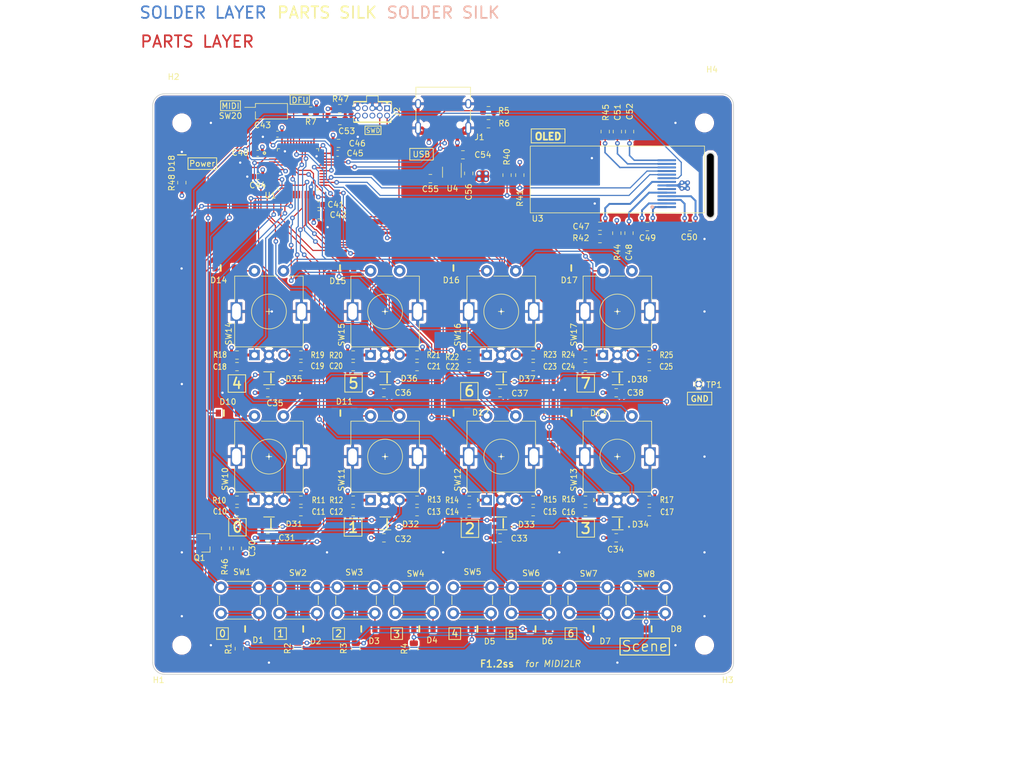
<source format=kicad_pcb>
(kicad_pcb (version 20211014) (generator pcbnew)
  (layers (0 "F.Cu" signal) (1 "In1.Cu" power) (2 "In2.Cu" power) (31 "B.Cu" signal) (34 "B.Paste" user) (35 "F.Paste" user) (36 "B.SilkS" user "B.Silkscreen") (37 "F.SilkS" user "F.Silkscreen") (38 "B.Mask" user) (39 "F.Mask" user) (44 "Edge.Cuts" user))
  (net 0 "")
  (net 1 "/L3")
  (net 2 "Net-(D14-Pad2)")
  (net 3 "GND")
  (net 4 "Net-(D7-Pad2)")
  (net 5 "/L2")
  (net 6 "Net-(D6-Pad2)")
  (net 7 "Net-(D16-Pad2)")
  (net 8 "Net-(D15-Pad2)")
  (net 9 "+3V3")
  (net 10 "/M2")
  (net 11 "/M1")
  (net 12 "/SDA")
  (net 13 "/SCL")
  (net 14 "/NRST")
  (net 15 "/M3")
  (net 16 "/M0")
  (net 17 "/VBUS")
  (net 18 "/USB_DM")
  (net 19 "/USB_DP")
  (net 20 "/SWDIO")
  (net 21 "/SWCLK")
  (net 22 "/L0")
  (net 23 "/L1")
  (net 24 "Net-(D3-Pad2)")
  (net 25 "Net-(D4-Pad2)")
  (net 26 "Net-(D2-Pad2)")
  (net 27 "Net-(D1-Pad2)")
  (net 28 "Net-(D8-Pad2)")
  (net 29 "Net-(D13-Pad2)")
  (net 30 "Net-(D11-Pad2)")
  (net 31 "Net-(D12-Pad2)")
  (net 32 "Net-(D18-Pad2)")
  (net 33 "/LED1OUT")
  (net 34 "/LED_DOUT")
  (net 35 "/LED2OUT")
  (net 36 "/LED3OUT")
  (net 37 "/LED4OUT")
  (net 38 "/LED5OUT")
  (net 39 "/LED_DON")
  (net 46 "/ENC1A")
  (net 47 "/ENC1B")
  (net 48 "/ENC2A")
  (net 49 "/ENC2B")
  (net 50 "/ENC3A")
  (net 51 "/ENC3B")
  (net 52 "/ENC4A")
  (net 53 "/ENC4B")
  (net 54 "/ENC5A")
  (net 55 "/ENC5B")
  (net 56 "/ENC0A")
  (net 57 "/ENC0B")
  (net 58 "/ENC6A")
  (net 59 "/ENC6B")
  (net 60 "/ENC7A")
  (net 61 "/ENC7B")
  (net 62 "Net-(D17-Pad2)")
  (net 63 "/LED6OUT")
  (net 64 "/LED7OUT")
  (net 65 "Net-(C47-Pad2)")
  (net 66 "Net-(C49-Pad2)")
  (net 67 "Net-(C49-Pad1)")
  (net 68 "Net-(C50-Pad2)")
  (net 69 "Net-(C50-Pad1)")
  (net 70 "Net-(C51-Pad2)")
  (net 71 "Net-(C52-Pad2)")
  (net 72 "Net-(C55-Pad1)")
  (net 73 "Net-(D5-Pad2)")
  (net 74 "Net-(D10-Pad2)")
  (net 75 "Net-(R45-Pad1)")
  (net 76 "Net-(J1-PadA5)")
  (net 77 "Net-(J1-PadB5)")
  (net 78 "/DFU")
  (footprint "Button_Switch_THT:SW_PUSH_6mm_H9.5mm" (layer "F.Cu") (at 141.75 185)
    (fp_text reference "SW4")
    (fp_text value "Tact_SW_8mm")
  )
  (footprint "Resistor_SMD:R_0805_2012Metric" (layer "F.Cu") (at 105 115.3 90)
    (fp_text reference "R48")
    (fp_text value "1K")
  )
  (footprint "Resistor_SMD:R_0805_2012Metric" (layer "F.Cu") (at 145.5 145 180)
    (fp_text reference "R21")
    (fp_text value "10K")
  )
  (footprint "Rotary_Encoder:RotaryEncoder_Alps_EC11E-Switch_Vertical_H20mm" (layer "F.Cu") (at 117.5 145 90)
    (fp_text reference "SW14")
    (fp_text value "EC11_SMD")
  )
  (footprint "Rotary_Encoder:RotaryEncoder_Alps_EC11E-Switch_Vertical_H20mm" (layer "F.Cu") (at 177.5 170 90)
    (fp_text reference "SW13")
    (fp_text value "EC11_SMD")
  )
  (footprint "Rotary_Encoder:RotaryEncoder_Alps_EC11E-Switch_Vertical_H20mm" (layer "F.Cu") (at 157.5 170 90)
    (fp_text reference "SW12")
    (fp_text value "EC11_SMD")
  )
  (footprint "Button_Switch_THT:SW_PUSH_6mm_H9.5mm" (layer "F.Cu") (at 161.75 185)
    (fp_text reference "SW6")
    (fp_text value "Tact_SW_8mm")
  )
  (footprint "Button_Switch_THT:SW_PUSH_6mm_H9.5mm" (layer "F.Cu") (at 151.75 185)
    (fp_text reference "SW5")
    (fp_text value "Tact_SW_8mm")
  )
  (footprint "Resistor_SMD:R_0805_2012Metric" (layer "F.Cu") (at 134.5 145)
    (fp_text reference "R20")
    (fp_text value "10K")
  )
  (footprint "Capacitor_SMD:C_0805_2012Metric" (layer "F.Cu") (at 125.5 147)
    (fp_text reference "C19")
    (fp_text value "22n")
  )
  (footprint "Package_QFP:LQFP-48_7x7mm_P0.5mm" (layer "F.Cu") (at 125 113)
    (fp_text reference "U1")
    (fp_text value "STM32F072C8Tx")
  )
  (footprint "Capacitor_SMD:C_0603_1608Metric" (layer "F.Cu") (at 118.07 110.25 180)
    (fp_text reference "C40")
    (fp_text value "100n")
  )
  (footprint "Capacitor_SMD:C_0603_1608Metric" (layer "F.Cu") (at 128.53 119.08 180)
    (fp_text reference "C41")
    (fp_text value "100n")
  )
  (footprint "Capacitor_SMD:C_0603_1608Metric" (layer "F.Cu") (at 131.83 110.25 180)
    (fp_text reference "C45")
    (fp_text value "100n")
  )
  (footprint "Capacitor_SMD:C_0805_2012Metric" (layer "F.Cu") (at 153.4 110.5)
    (fp_text reference "C54")
    (fp_text value "1u")
  )
  (footprint "LrE-6:D_SOD-123" (layer "F.Cu") (at 186.6 192.2)
    (fp_text reference "D8")
    (fp_text value "1N4148W")
  )
  (footprint "Rotary_Encoder:RotaryEncoder_Alps_EC11E-Switch_Vertical_H20mm" (layer "F.Cu") (at 117.5 170 90)
    (fp_text reference "SW10")
    (fp_text value "EC11_SMD")
  )
  (footprint "Rotary_Encoder:RotaryEncoder_Alps_EC11E-Switch_Vertical_H20mm" (layer "F.Cu") (at 137.5 145 90)
    (fp_text reference "SW15")
    (fp_text value "EC11_SMD")
  )
  (footprint "Resistor_SMD:R_0805_2012Metric" (layer "F.Cu") (at 145.5 170 180)
    (fp_text reference "R13")
    (fp_text value "10K")
  )
  (footprint "Resistor_SMD:R_0805_2012Metric" (layer "F.Cu") (at 154.5 170)
    (fp_text reference "R14")
    (fp_text value "10K")
  )
  (footprint "Resistor_SMD:R_0805_2012Metric" (layer "F.Cu") (at 165.5 170 180)
    (fp_text reference "R15")
    (fp_text value "10K")
  )
  (footprint "Resistor_SMD:R_0805_2012Metric" (layer "F.Cu") (at 174.5 170)
    (fp_text reference "R16")
    (fp_text value "10K")
  )
  (footprint "Resistor_SMD:R_0805_2012Metric" (layer "F.Cu") (at 185.5 170 180)
    (fp_text reference "R17")
    (fp_text value "10K")
  )
  (footprint "Resistor_SMD:R_0805_2012Metric" (layer "F.Cu") (at 114.5 145)
    (fp_text reference "R18")
    (fp_text value "10K")
  )
  (footprint "Resistor_SMD:R_0805_2012Metric" (layer "F.Cu") (at 177.9 106.5 90)
    (fp_text reference "R45")
    (fp_text value "62")
  )
  (footprint "Resistor_SMD:R_0805_2012Metric" (layer "F.Cu") (at 144.95 195.6 -90)
    (fp_text reference "R4")
    (fp_text value "1K")
  )
  (footprint "Resistor_SMD:R_0805_2012Metric" (layer "F.Cu") (at 114.9 195.6 -90)
    (fp_text reference "R1")
    (fp_text value "1K")
  )
  (footprint "Resistor_SMD:R_0805_2012Metric" (layer "F.Cu") (at 124.95 195.54 90)
    (fp_text reference "R2")
    (fp_text value "1K")
  )
  (footprint "Resistor_SMD:R_0805_2012Metric" (layer "F.Cu") (at 132.2 102.55)
    (fp_text reference "R47")
    (fp_text value "10K")
  )
  (footprint "Resistor_SMD:R_0805_2012Metric" (layer "F.Cu") (at 134.95 195.6 -90)
    (fp_text reference "R3")
    (fp_text value "1K")
  )
  (footprint "Resistor_SMD:R_0805_2012Metric" (layer "F.Cu") (at 125.5 170 180)
    (fp_text reference "R11")
    (fp_text value "10K")
  )
  (footprint "Resistor_SMD:R_0805_2012Metric" (layer "F.Cu") (at 114.5 170)
    (fp_text reference "R10")
    (fp_text value "10K")
  )
  (footprint "Resistor_SMD:R_0805_2012Metric" (layer "F.Cu") (at 134.5 170)
    (fp_text reference "R12")
    (fp_text value "10K")
  )
  (footprint "Package_TO_SOT_SMD:SOT-23-5" (layer "F.Cu") (at 151.5 113.5 -90)
    (fp_text reference "U4")
    (fp_text value "SPX3819M5-L3-3TR")
  )
  (footprint "MountingHole:MountingHole_2.7mm_M2.5" (layer "F.Cu") (at 195 105)
    (fp_text reference "H4")
    (fp_text value "MountingHole")
  )
  (footprint "MountingHole:MountingHole_2.7mm_M2.5" (layer "F.Cu") (at 195 195)
    (fp_text reference "H3")
    (fp_text value "MountingHole")
  )
  (footprint "MountingHole:MountingHole_2.7mm_M2.5" (layer "F.Cu") (at 105 105)
    (fp_text reference "H2")
    (fp_text value "MountingHole")
  )
  (footprint "MountingHole:MountingHole_2.7mm_M2.5" (layer "F.Cu") (at 105 195)
    (fp_text reference "H1")
    (fp_text value "MountingHole")
  )
  (footprint "LrE-6:D_SOD-123" (layer "F.Cu") (at 136.6 192.2)
    (fp_text reference "D3")
    (fp_text value "1N4148W")
  )
  (footprint "LrE-6:D_SOD-123" (layer "F.Cu") (at 156.6 192.2)
    (fp_text reference "D5")
    (fp_text value "1N4148W")
  )
  (footprint "LrE-6:D_SOD-123" (layer "F.Cu") (at 146.6 192.2)
    (fp_text reference "D4")
    (fp_text value "1N4148W")
  )
  (footprint "LrE-6:D_SOD-123" (layer "F.Cu") (at 126.6 192.2)
    (fp_text reference "D2")
    (fp_text value "1N4148W")
  )
  (footprint "LrE-6:D_SOD-123" (layer "F.Cu") (at 116.6 192.2)
    (fp_text reference "D1")
    (fp_text value "1N4148W")
  )
  (footprint "LrE-6:D_SOD-123" (layer "F.Cu") (at 176.6 192.2)
    (fp_text reference "D7")
    (fp_text value "1N4148W")
  )
  (footprint "LrE-6:D_SOD-123" (layer "F.Cu") (at 166.6 192.2)
    (fp_text reference "D6")
    (fp_text value "1N4148W")
  )
  (footprint "LrE-6:D_SOD-123" (layer "F.Cu") (at 112.4 130)
    (fp_text reference "D14")
    (fp_text value "1N4148W")
  )
  (footprint "LrE-6:D_SOD-123" (layer "F.Cu") (at 172.81 155)
    (fp_text reference "D13")
    (fp_text value "1N4148W")
  )
  (footprint "LrE-6:D_SOD-123" (layer "F.Cu") (at 132.94 130)
    (fp_text reference "D15")
    (fp_text value "1N4148W")
  )
  (footprint "LrE-6:D_SOD-123" (layer "F.Cu") (at 152.5 155)
    (fp_text reference "D12")
    (fp_text value "1N4148W")
  )
  (footprint "Capacitor_SMD:C_0805_2012Metric" (layer "F.Cu") (at 125.5 172)
    (fp_text reference "C11")
    (fp_text value "22n")
  )
  (footprint "Capacitor_SMD:C_0805_2012Metric" (layer "F.Cu") (at 114.5 172 180)
    (fp_text reference "C10")
    (fp_text value "22n")
  )
  (footprint "Capacitor_SMD:C_0805_2012Metric" (layer "F.Cu") (at 145.5 147)
    (fp_text reference "C21")
    (fp_text value "22n")
  )
  (footprint "Capacitor_SMD:C_0805_2012Metric" (layer "F.Cu") (at 134.5 147 180)
    (fp_text reference "C20")
    (fp_text value "22n")
  )
  (footprint "Capacitor_SMD:C_0805_2012Metric" (layer "F.Cu") (at 114.5 147 180)
    (fp_text reference "C18")
    (fp_text value "22n")
  )
  (footprint "Capacitor_SMD:C_0805_2012Metric" (layer "F.Cu") (at 185.5 172)
    (fp_text reference "C17")
    (fp_text value "22n")
  )
  (footprint "Capacitor_SMD:C_0805_2012Metric" (layer "F.Cu") (at 174.5 172 180)
    (fp_text reference "C16")
    (fp_text value "22n")
  )
  (footprint "Capacitor_SMD:C_0805_2012Metric" (layer "F.Cu") (at 165.5 172)
    (fp_text reference "C15")
    (fp_text value "22n")
  )
  (footprint "Capacitor_SMD:C_0805_2012Metric" (layer "F.Cu") (at 154.5 172 180)
    (fp_text reference "C14")
    (fp_text value "22n")
  )
  (footprint "Capacitor_SMD:C_0805_2012Metric" (layer "F.Cu") (at 128.66 120.83 180)
    (fp_text reference "C42")
    (fp_text value "4.7u")
  )
  (footprint "Capacitor_SMD:C_0805_2012Metric" (layer "F.Cu") (at 134.5 172 180)
    (fp_text reference "C12")
    (fp_text value "22n")
  )
  (footprint "Capacitor_SMD:C_0805_2012Metric" (layer "F.Cu") (at 132.2 104.61 180)
    (fp_text reference "C53")
    (fp_text value "1u")
  )
  (footprint "Capacitor_SMD:C_0805_2012Metric" (layer "F.Cu") (at 131.98 108.53 180)
    (fp_text reference "C46")
    (fp_text value "4.7u")
  )
  (footprint "Button_Switch_THT:SW_PUSH_6mm_H9.5mm" (layer "F.Cu") (at 171.75 185)
    (fp_text reference "SW7")
    (fp_text value "Tact_SW_8mm")
  )
  (footprint "Button_Switch_THT:SW_PUSH_6mm_H9.5mm" (layer "F.Cu") (at 181.75 185)
    (fp_text reference "SW8")
    (fp_text value "Tact_SW_8mm")
  )
  (footprint "Button_Switch_THT:SW_PUSH_6mm_H9.5mm" (layer "F.Cu") (at 131.75 185)
    (fp_text reference "SW3")
    (fp_text value "Tact_SW_8mm")
  )
  (footprint "Button_Switch_THT:SW_PUSH_6mm_H9.5mm" (layer "F.Cu") (at 121.75 185)
    (fp_text reference "SW2")
    (fp_text value "Tact_SW_8mm")
  )
  (footprint "Button_Switch_THT:SW_PUSH_6mm_H9.5mm" (layer "F.Cu") (at 111.75 185)
    (fp_text reference "SW1")
    (fp_text value "Tact_SW_8mm")
  )
  (footprint "LrE-6:D_SOD-123" (layer "F.Cu") (at 133 155)
    (fp_text reference "D11")
    (fp_text value "1N4148W")
  )
  (footprint "Capacitor_SMD:C_0603_1608Metric" (layer "F.Cu") (at 121.46 106.94)
    (fp_text reference "C43")
    (fp_text value "100n")
  )
  (footprint "Capacitor_SMD:C_0805_2012Metric" (layer "F.Cu") (at 119.8 176.5)
    (fp_text reference "C31")
    (fp_text value "0.1u")
  )
  (footprint "Capacitor_SMD:C_0805_2012Metric" (layer "F.Cu") (at 159.8 176.5)
    (fp_text reference "C33")
    (fp_text value "0.1u")
  )
  (footprint "Capacitor_SMD:C_0805_2012Metric" (layer "F.Cu") (at 179.8 176.5)
    (fp_text reference "C34")
    (fp_text value "0.1u")
  )
  (footprint "Capacitor_SMD:C_0805_2012Metric" (layer "F.Cu") (at 119.8 151.5)
    (fp_text reference "C35")
    (fp_text value "0.1u")
  )
  (footprint "Capacitor_SMD:C_0805_2012Metric" (layer "F.Cu") (at 139.8 151.5)
    (fp_text reference "C36")
    (fp_text value "0.1u")
  )
  (footprint "LrE-6:LED_WS2812B-2020" (layer "F.Cu") (at 120 174)
    (fp_text reference "D31")
    (fp_text value "WS2812B-2020")
  )
  (footprint "LrE-6:LED_WS2812B-2020" (layer "F.Cu") (at 140 174)
    (fp_text reference "D32")
    (fp_text value "WS2812B-2020")
  )
  (footprint "LrE-6:LED_WS2812B-2020" (layer "F.Cu") (at 160 174)
    (fp_text reference "D33")
    (fp_text value "WS2812B-2020")
  )
  (footprint "LrE-6:LED_WS2812B-2020" (layer "F.Cu") (at 180 174)
    (fp_text reference "D34")
    (fp_text value "WS2812B-2020")
  )
  (footprint "LrE-6:LED_WS2812B-2020" (layer "F.Cu") (at 120 149)
    (fp_text reference "D35")
    (fp_text value "WS2812B-2020")
  )
  (footprint "LrE-6:LED_WS2812B-2020" (layer "F.Cu") (at 140 149)
    (fp_text reference "D36")
    (fp_text value "WS2812B-2020")
  )
  (footprint "Resistor_SMD:R_0805_2012Metric" (layer "F.Cu") (at 112.522 178.308 90)
    (fp_text reference "R46")
    (fp_text value "1.2K")
  )
  (footprint "Package_TO_SOT_SMD:SOT-23" (layer "F.Cu") (at 109.1 177.37)
    (fp_text reference "Q1")
    (fp_text value "2N7002")
  )
  (footprint "Capacitor_SMD:C_0805_2012Metric" (layer "F.Cu") (at 145.5 172)
    (fp_text reference "C13")
    (fp_text value "22n")
  )
  (footprint "Rotary_Encoder:RotaryEncoder_Alps_EC11E-Switch_Vertical_H20mm" (layer "F.Cu") (at 137.5 170 90)
    (fp_text reference "SW11")
    (fp_text value "EC11_SMD")
  )
  (footprint "LrE-6:D_SOD-123" (layer "F.Cu") (at 112.94 155)
    (fp_text reference "D10")
    (fp_text value "1N4148W")
  )
  (footprint "Resistor_SMD:R_0805_2012Metric" (layer "F.Cu") (at 125.5 145 180)
    (fp_text reference "R19")
    (fp_text value "10K")
  )
  (footprint "Capacitor_SMD:C_0805_2012Metric" (layer "F.Cu") (at 154.4 113.7 90)
    (fp_text reference "C56")
    (fp_text value "1u")
  )
  (footprint "Capacitor_SMD:C_0805_2012Metric" (layer "F.Cu") (at 180 106.5 -90)
    (fp_text reference "C51")
    (fp_text value "4.7u")
  )
  (footprint "Resistor_SMD:R_0805_2012Metric" (layer "F.Cu") (at 163.2 114 -90)
    (fp_text reference "R41")
    (fp_text value "10K")
  )
  (footprint "LrE-6:OLED-9.1" (layer "F.Cu") (at 165 109)
    (fp_text reference "U3")
    (fp_text value "SSD1306_OLED_0.91")
  )
  (footprint "Capacitor_SMD:C_0805_2012Metric" (layer "F.Cu") (at 192.52 122.87 180)
    (fp_text reference "C50")
    (fp_text value "1u")
  )
  (footprint "Resistor_SMD:R_0805_2012Metric" (layer "F.Cu") (at 161 114 -90)
    (fp_text reference "R40")
    (fp_text value "10K")
  )
  (footprint "Capacitor_SMD:C_0805_2012Metric" (layer "F.Cu") (at 185.16 122.87)
    (fp_text reference "C49")
    (fp_text value "1u")
  )
  (footprint "Capacitor_SMD:C_0805_2012Metric" (layer "F.Cu") (at 182 124 -90)
    (fp_text reference "C48")
    (fp_text value "1u")
  )
  (footprint "Capacitor_SMD:C_0805_2012Metric" (layer "F.Cu") (at 177 122.81)
    (fp_text reference "C47")
    (fp_text value "1u")
  )
  (footprint "TestPoint:TestPoint_THTPad_D1.0mm_Drill0.5mm" (layer "F.Cu") (at 194 150)
    (fp_text reference "TP1")
    (fp_text value "TestPoint")
  )
  (footprint "Capacitor_SMD:C_0805_2012Metric" (layer "F.Cu") (at 182.1 106.5 -90)
    (fp_text reference "C52")
    (fp_text value "4.7u")
  )
  (footprint "LED_SMD:LED_0603_1608Metric" (layer "F.Cu") (at 105 112 -90)
    (fp_text reference "D18")
    (fp_text value "LED0603_BL")
  )
  (footprint "Capacitor_SMD:C_0805_2012Metric" (layer "F.Cu") (at 114.554 178.308 90)
    (fp_text reference "C30")
    (fp_text value "100n")
  )
  (footprint "Capacitor_SMD:C_0805_2012Metric" (layer "F.Cu") (at 139.8 176.5)
    (fp_text reference "C32")
    (fp_text value "0.1u")
  )
  (footprint "Capacitor_SMD:C_0805_2012Metric" (layer "F.Cu") (at 154.5 147 180)
    (fp_text reference "C22")
    (fp_text value "22n")
  )
  (footprint "Capacitor_SMD:C_0805_2012Metric" (layer "F.Cu") (at 165.5 147)
    (fp_text reference "C23")
    (fp_text value "22n")
  )
  (footprint "Capacitor_SMD:C_0805_2012Metric" (layer "F.Cu") (at 174.5 147 180)
    (fp_text reference "C24")
    (fp_text value "22n")
  )
  (footprint "Capacitor_SMD:C_0805_2012Metric" (layer "F.Cu") (at 185.5 147)
    (fp_text reference "C25")
    (fp_text value "22n")
  )
  (footprint "Capacitor_SMD:C_0805_2012Metric" (layer "F.Cu") (at 159.8 151.5)
    (fp_text reference "C37")
    (fp_text value "0.1u")
  )
  (footprint "Capacitor_SMD:C_0805_2012Metric" (layer "F.Cu") (at 179.8 151.5)
    (fp_text reference "C38")
    (fp_text value "0.1u")
  )
  (footprint "LrE-6:D_SOD-123" (layer "F.Cu") (at 152.47 130)
    (fp_text reference "D16")
    (fp_text value "1N4148W")
  )
  (footprint "LrE-6:D_SOD-123" (layer "F.Cu") (at 172.76 130)
    (fp_text reference "D17")
    (fp_text value "1N4148W")
  )
  (footprint "LrE-6:LED_WS2812B-2020" (layer "F.Cu") (at 160 149)
    (fp_text reference "D37")
    (fp_text value "WS2812B-2020")
  )
  (footprint "LrE-6:LED_WS2812B-2020" (layer "F.Cu") (at 180 149)
    (fp_text reference "D38")
    (fp_text value "WS2812B-2020")
  )
  (footprint "Resistor_SMD:R_0805_2012Metric" (layer "F.Cu") (at 154.5 145)
    (fp_text reference "R22")
    (fp_text value "10K")
  )
  (footprint "Resistor_SMD:R_0805_2012Metric" (layer "F.Cu") (at 165.5 145 180)
    (fp_text reference "R23")
    (fp_text value "10K")
  )
  (footprint "Resistor_SMD:R_0805_2012Metric" (layer "F.Cu") (at 174.5 145)
    (fp_text reference "R24")
    (fp_text value "10K")
  )
  (footprint "Resistor_SMD:R_0805_2012Metric" (layer "F.Cu") (at 185.5 145 180)
    (fp_text reference "R25")
    (fp_text value "10K")
  )
  (footprint "Rotary_Encoder:RotaryEncoder_Alps_EC11E-Switch_Vertical_H20mm" (layer "F.Cu") (at 157.5 145 90)
    (fp_text reference "SW16")
    (fp_text value "EC11_SMD")
  )
  (footprint "Rotary_Encoder:RotaryEncoder_Alps_EC11E-Switch_Vertical_H20mm" (layer "F.Cu") (at 177.5 145 90)
    (fp_text reference "SW17")
    (fp_text value "EC11_SMD")
  )
  (footprint "Capacitor_SMD:C_0603_1608Metric" (layer "F.Cu") (at 118.1425 114.25)
    (fp_text reference "C44")
    (fp_text value "100n")
  )
  (footprint "Resistor_SMD:R_0805_2012Metric" (layer "F.Cu") (at 177 124.9375 180)
    (fp_text reference "R42")
    (fp_text value "1K")
  )
  (footprint "Resistor_SMD:R_0805_2012Metric" (layer "F.Cu") (at 179.9 124 -90)
    (fp_text reference "R44")
    (fp_text value "100")
  )
  (footprint "Resistor_SMD:R_0805_2012Metric" (layer "F.Cu") (at 157.8 102.9)
    (fp_text reference "R5")
    (fp_text value "5.1K")
  )
  (footprint "Resistor_SMD:R_0805_2012Metric" (layer "F.Cu") (at 157.8 105.15)
    (fp_text reference "R6")
    (fp_text value "5.1K")
  )
  (footprint "Connector_USB:USB_C_Receptacle_HRO_TYPE-C-31-M-12" (layer "F.Cu") (at 150 102.75 180)
    (fp_text reference "J1")
    (fp_text value "USB_C_Receptacle_USB2.0")
  )
  (footprint "Capacitor_SMD:C_0805_2012Metric" (layer "F.Cu") (at 147.8 114.6 180)
    (fp_text reference "C55")
    (fp_text value "100n")
  )
  (footprint "Resistor_SMD:R_0805_2012Metric" (layer "F.Cu") (at 127.2 103 180)
    (fp_text reference "R7")
    (fp_text value "10K")
  )
  (footprint "Connector_PinHeader_1.27mm:PinHeader_2x05_P1.27mm_Vertical" (layer "F.Cu") (at 140.35 102.475 -90)
    (fp_text reference "J2")
    (fp_text value "Conn_02x05_Odd_Even" hide)
  )
  (footprint "Button_Switch_SMD:SW_DIP_SPSTx01_Slide_Copal_CHS-01B_W7.62mm_P1.27mm" (layer "F.Cu") (at 120.43 103)
    (fp_text reference "SW20")
    (fp_text value "SW_SPST")
  )
  (gr_line (start 148.25 109.405) (end 144.25 109.405) (layer "F.SilkS") (width 0.15))
  (gr_line (start 133.066 148.38) (end 133.066 151.38) (layer "F.SilkS") (width 0.15))
  (gr_line (start 133.066 151.38) (end 136.03 151.38) (layer "F.SilkS") (width 0.15))
  (gr_line (start 136.066 148.38) (end 136.066 151.38) (layer "F.SilkS") (width 0.15))
  (gr_line (start 136.066 148.38) (end 133.066 148.38) (layer "F.SilkS") (width 0.15))
  (gr_line (start 111 192) (end 111 194) (layer "F.SilkS") (width 0.15))
  (gr_line (start 111 194) (end 113 194) (layer "F.SilkS") (width 0.15))
  (gr_line (start 113 194) (end 113 192) (layer "F.SilkS") (width 0.15))
  (gr_line (start 113 192) (end 111 192) (layer "F.SilkS") (width 0.15))
  (gr_line (start 176.05 148.38) (end 173.05 148.38) (layer "F.SilkS") (width 0.15))
  (gr_line (start 176.05 151.38) (end 176.05 148.38) (layer "F.SilkS") (width 0.15))
  (gr_line (start 173.05 148.38) (end 173.05 151.38) (layer "F.SilkS") (width 0.15))
  (gr_line (start 173.05 151.38) (end 176.05 151.38) (layer "F.SilkS") (width 0.15))
  (gr_line (start 139.29 105.59) (end 139.29 107) (layer "F.SilkS") (width 0.15))
  (gr_line (start 144.25 111.405) (end 148.25 111.405) (layer "F.SilkS") (width 0.15))
  (gr_line (start 148.3 111.375) (end 148.3 109.425) (layer "F.SilkS") (width 0.15))
  (gr_line (start 116.07 173.17) (end 113.07 173.17) (layer "F.SilkS") (width 0.15))
  (gr_line (start 156.01 149.74) (end 153.01 149.74) (layer "F.SilkS") (width 0.15))
  (gr_line (start 165.17 108.44) (end 170.97 108.44) (layer "F.SilkS") (width 0.15))
  (gr_line (start 156.01 152.74) (end 156.01 149.74) (layer "F.SilkS") (width 0.15))
  (gr_line (start 132.96 173.214) (end 132.96 176.214) (layer "F.SilkS") (width 0.15))
  (gr_line (start 153.01 149.74) (end 153.01 152.74) (layer "F.SilkS") (width 0.15))
  (gr_line (start 111.68 101.19) (end 111.68 102.89) (layer "F.SilkS") (width 0.15))
  (gr_line (start 192.059 151.5094) (end 192.059 153.5922) (layer "F.SilkS") (width 0.15))
  (gr_line (start 151 194) (end 153 194) (layer "F.SilkS") (width 0.15))
  (gr_line (start 160.85 194) (end 162.55 194) (layer "F.SilkS") (width 0.15))
  (gr_line (start 115.98 151.41) (end 115.98 148.41) (layer "F.SilkS") (width 0.15))
  (gr_line (start 188.96 196.68) (end 188.96 193.78) (layer "F.SilkS") (width 0.2))
  (gr_line (start 136.54 107.01) (end 139.29 107.01) (layer "F.SilkS") (width 0.15))
  (gr_line (start 115.98 148.41) (end 112.98 148.41) (layer "F.SilkS") (width 0.15))
  (gr_line (start 173.05 173.38) (end 173.05 176.38) (layer "F.SilkS") (width 0.15))
  (gr_line (start 173 194) (end 173 192) (layer "F.SilkS") (width 0.15))
  (gr_line (start 153 192) (end 151 192) (layer "F.SilkS") (width 0.15))
  (gr_line (start 151 192) (end 151 194) (layer "F.SilkS") (width 0.15))
  (gr_line (start 135.96 173.214) (end 132.96 173.214) (layer "F.SilkS") (width 0.15))
  (gr_line (start 165.17 106.04) (end 165.17 108.44) (layer "F.SilkS") (width 0.15))
  (gr_line (start 113.07 173.17) (end 113.07 176.17) (layer "F.SilkS") (width 0.15))
  (gr_line (start 123.66 100.19) (end 123.66 101.8) (layer "F.SilkS") (width 0.15))
  (gr_line (start 132.96 176.214) (end 135.96 176.214) (layer "F.SilkS") (width 0.15))
  (gr_line (start 136.54 105.56) (end 136.54 107.01) (layer "F.SilkS") (width 0.15))
  (gr_line (start 121 194) (end 123 194) (layer "F.SilkS") (width 0.15))
  (gr_line (start 156.11 176.42) (end 156.11 173.42) (layer "F.SilkS") (width 0.15))
  (gr_line (start 110.998 113.014) (end 110.998 111.014) (layer "F.SilkS") (width 0.15))
  (gr_line (start 121 192) (end 121 194) (layer "F.SilkS") (width 0.15))
  (gr_line (start 180.46 193.78) (end 180.46 196.58) (layer "F.SilkS") (width 0.2))
  (gr_line (start 112.98 151.41) (end 115.98 151.41) (layer "F.SilkS") (width 0.15))
  (gr_line (start 196.25 151.4078) (end 192.059 151.4078) (layer "F.SilkS") (width 0.15))
  (gr_line (start 153.11 176.42) (end 156.11 176.42) (layer "F.SilkS") (width 0.15))
  (gr_line (start 106.068 111.014) (end 106.068 113.014) (layer "F.SilkS") (width 0.15))
  (gr_line (start 111.68 102.89) (end 115.08 102.89) (layer "F.SilkS") (width 0.15))
  (gr_line (start 106.108 113.014) (end 110.988 113.014) (layer "F.SilkS") (width 0.15))
  (gr_line (start 115.08 102.89) (end 115.08 101.19) (layer "F.SilkS") (width 0.15))
  (gr_line (start 156.11 173.42) (end 153.11 173.42) (layer "F.SilkS") (width 0.15))
  (gr_line (start 123.66 101.8) (end 126.96 101.8) (layer "F.SilkS") (width 0.15))
  (gr_line (start 133 194) (end 133 192) (layer "F.SilkS") (width 0.15))
  (gr_line (start 136.013 176.214) (end 136.013 173.214) (layer "F.SilkS") (width 0.15))
  (gr_line (start 176.05 173.38) (end 173.05 173.38) (layer "F.SilkS") (width 0.15))
  (gr_line (start 115.08 101.19) (end 111.68 101.19) (layer "F.SilkS") (width 0.15))
  (gr_line (start 126.96 100.19) (end 123.66 100.19) (layer "F.SilkS") (width 0.15))
  (gr_line (start 196.25 153.5922) (end 196.25 151.4078) (layer "F.SilkS") (width 0.15))
  (gr_line (start 141 192) (end 141 194) (layer "F.SilkS") (width 0.15))
  (gr_line (start 180.46 196.68) (end 188.96 196.68) (layer "F.SilkS") (width 0.2))
  (gr_line (start 170.97 106.04) (end 165.17 106.04) (layer "F.SilkS") (width 0.15))
  (gr_line (start 188.96 193.78) (end 180.46 193.78) (layer "F.SilkS") (width 0.2))
  (gr_line (start 153.11 173.42) (end 153.11 176.42) (layer "F.SilkS") (width 0.15))
  (gr_line (start 139.29 105.56) (end 136.59 105.56) (layer "F.SilkS") (width 0.15))
  (gr_line (start 141 194) (end 143 194) (layer "F.SilkS") (width 0.15))
  (gr_line (start 171 192) (end 171 194) (layer "F.SilkS") (width 0.15))
  (gr_line (start 176.05 176.38) (end 176.05 173.38) (layer "F.SilkS") (width 0.15))
  (gr_line (start 153 194) (end 153 192) (layer "F.SilkS") (width 0.15))
  (gr_line (start 131 192) (end 131 194) (layer "F.SilkS") (width 0.15))
  (gr_line (start 162.55 194) (end 162.55 192) (layer "F.SilkS") (width 0.15))
  (gr_line (start 143 192) (end 141 192) (layer "F.SilkS") (width 0.15))
  (gr_line (start 133 192) (end 131 192) (layer "F.SilkS") (width 0.15))
  (gr_line (start 113.07 176.17) (end 116.07 176.17) (layer "F.SilkS") (width 0.15))
  (gr_line (start 160.85 192) (end 160.85 194) (layer "F.SilkS") (width 0.15))
  (gr_line (start 123 192) (end 121 192) (layer "F.SilkS") (width 0.15))
  (gr_line (start 162.55 192) (end 160.85 192) (layer "F.SilkS") (width 0.15))
  (gr_line (start 110.968 111.014) (end 106.068 111.014) (layer "F.SilkS") (width 0.15))
  (gr_line (start 144.25 111.405) (end 144.25 109.405) (layer "F.SilkS") (width 0.15))
  (gr_line (start 123 194) (end 123 192) (layer "F.SilkS") (width 0.15))
  (gr_line (start 192.059 153.5922) (end 196.25 153.5922) (layer "F.SilkS") (width 0.15))
  (gr_line (start 153.01 152.74) (end 156.01 152.74) (layer "F.SilkS") (width 0.15))
  (gr_line (start 126.96 101.8) (end 126.96 100.19) (layer "F.SilkS") (width 0.15))
  (gr_line (start 143 194) (end 143 192) (layer "F.SilkS") (width 0.15))
  (gr_line (start 131 194) (end 133 194) (layer "F.SilkS") (width 0.15))
  (gr_line (start 173 192) (end 171 192) (layer "F.SilkS") (width 0.15))
  (gr_line (start 170.97 108.44) (end 170.97 106.04) (layer "F.SilkS") (width 0.15))
  (gr_line (start 116.07 176.17) (end 116.07 173.17) (layer "F.SilkS") (width 0.15))
  (gr_line (start 173.05 176.38) (end 176.05 176.38) (layer "F.SilkS") (width 0.15))
  (gr_line (start 112.98 148.41) (end 112.98 151.41) (layer "F.SilkS") (width 0.15))
  (gr_line (start 171 194) (end 173 194) (layer "F.SilkS") (width 0.15))
  (gr_arc (start 100 102) (mid 100.585786 100.585786) (end 102 100) (layer "Edge.Cuts") (width 0.15))
  (gr_line locked (start 195.3 120.7) (end 195.3 110.8) (layer "Edge.Cuts") (width 0.15))
  (gr_line (start 198 100) (end 102 100) (layer "Edge.Cuts") (width 0.15))
  (gr_arc (start 195.3 110.8) (mid 196 110.1) (end 196.7 110.8) (layer "Edge.Cuts") (width 0.15))
  (gr_arc (start 102 200) (mid 100.585786 199.414214) (end 100 198) (layer "Edge.Cuts") (width 0.15))
  (gr_line locked (start 196.7 110.8) (end 196.7 120.7) (layer "Edge.Cuts") (width 0.15))
  (gr_arc (start 196.7 120.7) (mid 196 121.4) (end 195.3 120.7) (layer "Edge.Cuts") (width 0.15))
  (gr_line (start 102 200) (end 198 200) (layer "Edge.Cuts") (width 0.15))
  (gr_line (start 200 198) (end 200 102) (layer "Edge.Cuts") (width 0.15))
  (gr_line (start 100 102) (end 100 198) (layer "Edge.Cuts") (width 0.15))
  (gr_arc (start 198 100) (mid 199.414214 100.585786) (end 200 102) (layer "Edge.Cuts") (width 0.15))
  (gr_arc (start 200 198) (mid 199.414214 199.414214) (end 198 200) (layer "Edge.Cuts") (width 0.15))
  (gr_text "PARTS LAYER" (at 107.65 91) (layer "F.Cu") (effects (font (size 2 2) (thickness 0.3))))
  (gr_text "SOLDER LAYER" (at 108.65 86) (layer "B.Cu") (effects (font (size 2 2) (thickness 0.3))))
  (gr_text "SOLDER SILK" (at 150 86) (layer "B.SilkS") (effects (font (size 2 2) (thickness 0.3))))
  (gr_text "SWD" (at 137.94 106.31) (layer "F.SilkS") (effects (font (size 0.8 0.8) (thickness 0.12))))
  (gr_text "5" (at 134.566 149.88) (layer "F.SilkS") (effects (font (size 1.8 1.8) (thickness 0.3))))
  (gr_text "4\n" (at 152 193) (layer "F.SilkS") (effects (font (size 1.2 1.2) (thickness 0.2))))
  (gr_text "6" (at 172 193) (layer "F.SilkS") (effects (font (size 1.2 1.2) (thickness 0.2))))
  (gr_text "GND" (at 194.1672 152.5508) (layer "F.SilkS") (effects (font (size 1 1) (thickness 0.2))))
  (gr_text "7\n" (at 174.55 149.88) (layer "F.SilkS") (effects (font (size 1.8 1.8) (thickness 0.3))))
  (gr_text "USB" (at 146.26 110.415) (layer "F.SilkS") (effects (font (size 1 1))))
  (gr_text "3" (at 142 193.1) (layer "F.SilkS") (effects (font (size 1.2 1.2) (thickness 0.2))))
  (gr_text "3" (at 174.55 174.88) (layer "F.SilkS") (effects (font (size 1.8 1.8) (thickness 0.3))))
  (gr_text "MIDI" (at 113.38 102.09) (layer "F.SilkS") (effects (font (size 1 1))))
  (gr_text "0" (at 112 193) (layer "F.SilkS") (effects (font (size 1.2 1.2) (thickness 0.2))))
  (gr_text "2" (at 132 193) (layer "F.SilkS") (effects (font (size 1.2 1.2) (thickness 0.2))))
  (gr_text "Power" (at 108.498 112.014) (layer "F.SilkS") (effects (font (size 1 1))))
  (gr_text "6" (at 154.51 151.24) (layer "F.SilkS") (effects (font (size 1.8 1.8) (thickness 0.3))))
  (gr_text "0" (at 114.57 174.67) (layer "F.SilkS") (effects (font (size 1.8 1.8) (thickness 0.3))))
  (gr_text "2" (at 154.61 174.92) (layer "F.SilkS") (effects (font (size 1.8 1.8) (thickness 0.3))))
  (gr_text "1" (at 134.513 174.714) (layer "F.SilkS") (effects (font (size 1.8 1.8) (thickness 0.3))))
  (gr_text "DFU" (at 125.36 101.09) (layer "F.SilkS") (effects (font (size 1 1))))
  (gr_text "1" (at 122 193) (layer "F.SilkS") (effects (font (size 1.2 1.2) (thickness 0.2))))
  (gr_text "OLED" (at 168.07 107.34) (layer "F.SilkS") (effects (font (size 1.2 1.2) (thickness 0.3))))
  (gr_text "for MIDI2LR" (at 168.9 198.2) (layer "F.SilkS") (effects (font (size 1.1 1.1) (thickness 0.15) italic)))
  (gr_text "PARTS SILK" (at 130 86) (layer "F.SilkS") (effects (font (size 2 2) (thickness 0.3))))
  (gr_text "5" (at 161.7 193.1) (layer "F.SilkS") (effects (font (size 1.1 1) (thickness 0.2))))
  (gr_text "4" (at 114.48 149.91) (layer "F.SilkS") (effects (font (size 1.8 1.8) (thickness 0.3))))
  (gr_text "Scene" (at 184.71 195.18) (layer "F.SilkS") (effects (font (size 1.8 1.8) (thickness 0.2))))
  (gr_text "F1.2ss" (at 159.27 198.21) (layer "F.SilkS") (effects (font (size 1.2 1.2) (thickness 0.22))))
  (segment (start 129.35 112.75) (end 127.9129 112.75) (width 0.2032) (layer "F.Cu") (net 1))
  (segment (start 127.9129 112.75) (end 127.7891 112.6262) (width 0.2032) (layer "F.Cu") (net 1))
  (via (at 127.7891 112.6262) (size 0.8) (drill 0.4) (layers "F.Cu" "B.Cu") (net 1))
  (segment (start 140 128.5) (end 140.5 128.5) (width 0.2032) (layer "B.Cu") (net 1))
  (segment (start 129.2022 127.7478) (end 129.2022 127.8822) (width 0.2032) (layer "B.Cu") (net 1))
  (segment (start 182.5 130.5) (end 179.12 127.12) (width 0.2032) (layer "B.Cu") (net 1))
  (segment (start 165.88 127.12) (end 162.5 130.5) (width 0.2032) (layer "B.Cu") (net 1))
  (segment (start 129.2022 116.2535) (end 128.5072 115.5585) (width 0.2032) (layer "B.Cu") (net 1))
  (segment (start 129.2022 127.7478) (end 129.2022 116.2535) (width 0.2032) (layer "B.Cu") (net 1))
  (segment (start 140.5 128.5) (end 159.9 128.5) (width 0.2032) (layer "B.Cu") (net 1))
  (segment (start 129.2022 127.8822) (end 129.82 128.5) (width 0.2032) (layer "B.Cu") (net 1))
  (segment (start 128.5072 115.5585) (end 128.5072 113.3443) (width 0.2032) (layer "B.Cu") (net 1))
  (segment (start 160.5 128.5) (end 159.9 128.5) (width 0.2032) (layer "B.Cu") (net 1))
  (segment (start 140 128.5) (end 133.62 128.5) (width 0.2032) (layer "B.Cu") (net 1))
  (segment (start 129.06 128.5) (end 124.5 128.5) (width 0.2032) (layer "B.Cu") (net 1))
  (segment (start 124.5 128.5) (end 122.5 130.5) (width 0.2032) (layer "B.Cu") (net 1))
  (segment (start 133.62 128.5) (end 129.82 128.5) (width 0.2032) (layer "B.Cu") (net 1))
  (segment (start 162.5 130.5) (end 160.5 128.5) (width 0.2032) (layer "B.Cu") (net 1))
  (segment (start 128.5072 113.3443) (end 127.7891 112.6262) (width 0.2032) (layer "B.Cu") (net 1))
  (segment (start 129.82 128.5) (end 129.06 128.5) (width 0.2032) (layer "B.Cu") (net 1))
  (segment (start 159.9 128.5) (end 160.5 128.5) (width 0.2032) (layer "B.Cu") (net 1))
  (segment (start 142.5 130.5) (end 140.5 128.5) (width 0.2032) (layer "B.Cu") (net 1))
  (segment (start 179.12 127.12) (end 165.88 127.12) (width 0.2032) (layer "B.Cu") (net 1))
  (segment (start 114.05 130) (end 115.18 130) (width 0.2032) (layer "F.Cu") (net 2))
  (segment (start 115.18 130) (end 115.68 130.5) (width 0.2032) (layer "F.Cu") (net 2))
  (segment (start 115.68 130.5) (end 117.5 130.5) (width 0.2032) (layer "F.Cu") (net 2))
  (segment (start 131.262 104.61) (end 130.09 104.61) (width 0.5) (layer "F.Cu") (net 3))
  (segment (start 132.618 109.812) (end 132.92 109.51) (width 0.254) (layer "F.Cu") (net 3))
  (segment (start 132.618 110.25) (end 132.618 109.812) (width 0.254) (layer "F.Cu") (net 3))
  (segment (start 127.25 116.233) (end 127.25 116.052) (width 0.254) (layer "F.Cu") (net 3))
  (segment (start 154.4 148.45) (end 156.5 148.45) (width 0.254) (layer "F.Cu") (net 3))
  (segment (start 146.75 106.795) (end 146.355 106.795) (width 0.5) (layer "F.Cu") (net 3))
  (segment (start 153.695 106.795) (end 154.32 106.17) (width 0.5) (layer "F.Cu") (net 3))
  (segment (start 127.25 117.35) (end 127.25 116.233) (width 0.254) (layer "F.Cu") (net 3))
  (segment (start 129.35 110.75) (end 128.2 110.75) (width 0.254) (layer "F.Cu") (net 3))
  (segment (start 151.75 113.5) (end 153.662 113.5) (width 0.5) (layer "F.Cu") (net 3))
  (segment (start 156.65 147.5) (end 157.35 146.8) (width 0.254) (layer "F.Cu") (net 3))
  (segment (start 146.355 106.795) (end 145.68 106.12) (width 0.5) (layer "F.Cu") (net 3))
  (segment (start 145.68 106.12) (end 145.68 105.88) (width 0.254) (layer "F.Cu") (net 3))
  (segment (start 151.5 113.25) (end 151.75 113.5) (width 0.5) (layer "F.Cu") (net 3))
  (segment (start 116.28 114.25) (end 116.27 114.26) (width 0.254) (layer "F.Cu") (net 3))
  (segment (start 117.355 114.25) (end 116.28 114.25) (width 0.5) (layer "F.Cu") (net 3))
  (segment (start 119.975 169.925) (end 120 169.9) (width 0.2032) (layer "F.Cu") (net 3))
  (segment (start 156.5 148.45) (end 156.65 148.3) (width 0.254) (layer "F.Cu") (net 3))
  (segment (start 153.5625 147.6125) (end 154.4 148.45) (width 0.5) (layer "F.Cu") (net 3))
  (segment (start 154.32 106.17) (end 154.32 105.88) (width 0.254) (layer "F.Cu") (net 3))
  (segment (start 153.5625 147) (end 153.5625 147.6125) (width 0.254) (layer "F.Cu") (net 3))
  (segment (start 154.4 112.762) (end 154.4 110.562) (width 0.5) (layer "F.Cu") (net 3))
  (segment (start 130.09 104.61) (end 130.06 104.64) (width 0.254) (layer "F.Cu") (net 3))
  (segment (start 127.25 116.052) (end 127.252 116.05) (width 0.254) (layer "F.Cu") (net 3))
  (segment (start 122.75 108.65) (end 122.75 109.9) (width 0.254) (layer "F.Cu") (net 3))
  (segment (start 156.65 148.3) (end 156.65 147.5) (width 0.254) (layer "F.Cu") (net 3))
  (segment (start 132.92 109.51) (end 132.92 108.532) (width 0.254) (layer "F.Cu") (net 3))
  (segment (start 129.3175 119.6975) (end 129.5975 119.9775) (width 0.254) (layer "F.Cu") (net 3))
  (segment (start 151.5 112.4) (end 151.5 113.25) (width 0.5) (layer "F.Cu") (net 3))
  (segment (start 120.65 113.75) (end 121.9 113.75) (width 0.254) (layer "F.Cu") (net 3))
  (segment (start 154.4 110.562) (end 154.338 110.5) (width 0.254) (layer "F.Cu") (net 3))
  (segment (start 158.2 146.8) (end 160 145) (width 0.254) (layer "F.Cu") (net 3))
  (segment (start 132.92 108.532) (end 132.918 108.53) (width 0.254) (layer "F.Cu") (net 3))
  (segment (start 105 111.212) (end 105 110) (width 0.5) (layer "F.Cu") (net 3))
  (segment (start 127.25 116.233) (end 127.252 116.231) (width 0.254) (layer "F.Cu") (net 3))
  (segment (start 129.5975 119.9775) (end 129.5975 120.83) (width 0.254) (layer "F.Cu") (net 3))
  (segment (start 157.35 146.8) (end 158.2 146.8) (width 0.254) (layer "F.Cu") (net 3))
  (segment (start 129.3175 119.08) (end 129.3175 119.6975) (width 0.254) (layer "F.Cu") (net 3))
  (segment (start 153.662 113.5) (end 154.4 112.762) (width 0.5) (layer "F.Cu") (net 3))
  (segment (start 153.25 106.795) (end 153.695 106.795) (width 0.5) (layer "F.Cu") (net 3))
  (via (at 112 151.5) (size 0.8) (drill 0.4) (layers "F.Cu" "B.Cu") (net 3))
  (via (at 125.34 151.6) (size 0.8) (drill 0.4) (layers "F.Cu" "B.Cu") (net 3))
  (via (at 191.1 116.3) (size 0.8) (drill 0.4) (layers "F.Cu" "B.Cu") (net 3))
  (via (at 135.3 107.4) (size 0.8) (drill 0.4) (layers "F.Cu" "B.Cu") (net 3))
  (via (at 195 162.5) (size 0.8) (drill 0.4) (layers "F.Cu" "B.Cu") (net 3))
  (via (at 130 179) (size 0.8) (drill 0.4) (layers "F.Cu" "B.Cu") (net 3))
  (via (at 160 162.5) (size 0.8) (drill 0.4) (layers "F.Cu" "B.Cu") (net 3))
  (via (at 169 151) (size 0.8) (drill 0.4) (layers "F.Cu" "B.Cu") (net 3))
  (via (at 140 137.5) (size 0.8) (drill 0.4) (layers "F.Cu" "B.Cu") (net 3))
  (via (at 128.2 110.75) (size 0.8) (drill 0.4) (layers "F.Cu" "B.Cu") (net 3))
  (via (at 122.75 109.9) (size 0.8) (drill 0.4) (layers "F.Cu" "B.Cu") (net 3))
  (via (at 170 179) (size 0.8) (drill 0.4) (layers "F.Cu" "B.Cu") (net 3))
  (via (at 190 195) (size 0.8) (drill 0.4) (layers "F.Cu" "B.Cu") (net 3))
  (via (at 120 198) (size 0.8) (drill 0.4) (layers "F.Cu" "B.Cu") (net 3))
  (via (at 160 137.5) (size 0.8) (drill 0.4) (layers "F.Cu" "B.Cu") (net 3))
  (via (at 104.96 130.09) (size 0.8) (drill 0.4) (layers "F.Cu" "B.Cu") (net 3))
  (via (at 115.05 111.85) (size 0.8) (drill 0.4) (layers "F.Cu" "B.Cu") (net 3))
  (via (at 105 150) (size 0.8) (drill 0.4) (layers "F.Cu" "B.Cu") (net 3))
  (via (at 130.1 122.97) (size 0.8) (drill 0.4) (layers "F.Cu" "B.Cu") (net 3))
  (via (at 130.06 104.64) (size 0.8) (drill 0.4) (layers "F.Cu" "B.Cu") (net 3))
  (via (at 150 179) (size 0.8) (drill 0.4) (layers "F.Cu" "B.Cu") (net 3))
  (via (at 118.95 107.4) (size 0.8) (drill 0.4) (layers "F.Cu" "B.Cu") (net 3))
  (via (at 166.46 148.74) (size 0.8) (drill 0.4) (layers "F.Cu" "B.Cu") (net 3))
  (via (at 120 162.5) (size 0.8) (drill 0.4) (layers "F.Cu" "B.Cu") (net 3))
  (via (at 191.1 115.3) (size 0.8) (drill 0.4) (layers "F.Cu" "B.Cu") (net 3))
  (via (at 120.5 137.5) (size 0.8) (drill 0.4) (layers "F.Cu" "B.Cu") (net 3))
  (via (at 105 110) (size 0.8) (drill 0.4) (layers "F.Cu" "B.Cu") (net 3))
  (via (at 110 195) (size 0.8) (drill 0.4) (layers "F.Cu" "B.Cu") (net 3))
  (via (at 180 198) (size 0.8) (drill 0.4) (layers "F.Cu" "B.Cu") (net 3))
  (via (at 176.1 118.9) (size 0.8) (drill 0.4) (layers "F.Cu" "B.Cu") (net 3))
  (via (at 105 179) (size 0.8) (drill 0.4) (layers "F.Cu" "B.Cu") (net 3))
  (via (at 192.1 115.3) (size 0.8) (drill 0.4) (layers "F.Cu" "B.Cu") (net 3))
  (via (at 195 179) (size 0.8) (drill 0.4) (layers "F.Cu" "B.Cu") (net 3))
  (via (at 127.252 116.05) (size 0.8) (drill 0.4) (layers "F.Cu" "B.Cu") (net 3))
  (via (at 192.1 116.3) (size 0.8) (drill 0.4) (layers "F.Cu" "B.Cu") (net 3))
  (via (at 121.9 113.75) (size 0.8) (drill 0.4) (layers "F.Cu" "B.Cu") (net 3))
  (via (at 195 190) (size 0.8) (drill 0.4) (layers "F.Cu" "B.Cu") (net 3))
  (via (at 190 105) (size 0.8) (drill 0.4) (layers "F.Cu" "B.Cu") (net 3))
  (via (at 180 137.5) (size 0.8) (drill 0.4) (layers "F.Cu" "B.Cu") (net 3))
  (via (at 116.27 114.26) (size 0.8) (drill 0.4) (layers "F.Cu" "B.Cu") (net 3))
  (via (at 140 162.5) (size 0.8) (drill 0.4) (layers "F.Cu" "B.Cu") (net 3))
  (via (at 195 137.5) (size 0.8) (drill 0.4) (layers "F.Cu" "B.Cu") (net 3))
  (via (at 175.61 111.07) (size 0.8) (drill 0.4) (layers "F.Cu" "B.Cu") (net 3))
  (via (at 105 190) (size 0.8) (drill 0.4) (layers "F.Cu" "B.Cu") (net 3))
  (via (at 171 151) (size 0.8) (drill 0.4) (layers "F.Cu" "B.Cu") (net 3))
  (via (at 195 125) (size 0.8) (drill 0.4) (layers "F.Cu" "B.Cu") (net 3))
  (via (at 110 105) (size 0.8) (drill 0.4) (layers "F.Cu" "B.Cu") (net 3))
  (via (at 180 162.5) (size 0.8) (drill 0.4) (layers "F.Cu" "B.Cu") (net 3))
  (segment (start 191.1 115.3) (end 192 115.3) (width 0.5) (layer "B.Cu") (net 3))
  (segment (start 190.52 115.78) (end 191 115.3) (width 0.5) (layer "B.Cu") (net 3))
  (segment (start 192 116.3) (end 191.1 116.3) (width 0.5) (layer "B.Cu") (net 3))
  (segment (start 190.48 115.78) (end 191 116.3) (width 0.5) (layer "B.Cu") (net 3))
  (segment (start 192 115.3) (end 192 116.3) (width 0.5) (layer "B.Cu") (net 3))
  (segment (start 190.48 115.78) (end 190.52 115.78) (width 0.4) (layer "B.Cu") (net 3))
  (segment (start 191 116.3) (end 191.1 116.3) (width 0.5) (layer "B.Cu") (net 3))
  (segment (start 188.5 115.78) (end 190.48 115.78) (width 0.4) (layer "B.Cu") (net 3))
  (segment (start 191 115.3) (end 191.1 115.3) (width 0.5) (layer "B.Cu") (net 3))
  (segment (start 188.5 115.78) (end 190.48 115.78) (width 0.254) (layer "B.Cu") (net 3))
  (segment (start 178.25 189.5) (end 178.25 192.2) (width 0.2032) (layer "F.Cu") (net 4))
  (segment (start 171.75 189.5) (end 178.25 189.5) (width 0.2032) (layer "B.Cu") (net 4))
  (segment (start 125.75 110.7659) (end 125.6592 110.8567) (width 0.2032) (layer "F.Cu") (net 5))
  (segment (start 127.9 132.1) (end 124.871 129.071) (width 0.2032) (layer "F.Cu") (net 5))
  (segment (start 125.6592 110.8567) (end 125.6592 112.2157) (width 0.2032) (layer "F.Cu") (net 5))
  (segment (start 125.75 108.65) (end 125.75 110.7659) (width 0.2032) (layer "F.Cu") (net 5))
  (segment (start 122.5 155.5) (end 127.9 150.1) (width 0.2032) (layer "F.Cu") (net 5))
  (segment (start 124.871 129.071) (end 124.871 127.7165) (width 0.2032) (layer "F.Cu") (net 5))
  (segment (start 127.9 150.1) (end 127.9 132.1) (width 0.2032) (layer "F.Cu") (net 5))
  (via (at 124.871 127.7165) (size 0.8) (drill 0.4) (layers "F.Cu" "B.Cu") (net 5))
  (via (at 125.6592 112.2157) (size 0.8) (drill 0.4) (layers "F.Cu" "B.Cu") (net 5))
  (segment (start 182.5 155.5) (end 180.7 153.7) (width 0.2032) (layer "B.Cu") (net 5))
  (segment (start 180 153.7) (end 160.7 153.7) (width 0.2032) (layer "B.Cu") (net 5))
  (segment (start 140.7 153.7) (end 140.1 153.7) (width 0.2032) (layer "B.Cu") (net 5))
  (segment (start 180.6 153.7) (end 180 153.7) (width 0.2032) (layer "B.Cu") (net 5))
  (segment (start 142.5 155.5) (end 140.7 153.7) (width 0.2032) (layer "B.Cu") (net 5))
  (segment (start 124.7165 127.562) (end 124.871 127.7165) (width 0.2032) (layer "B.Cu") (net 5))
  (segment (start 180.7 153.7) (end 180.6 153.7) (width 0.2032) (layer "B.Cu") (net 5))
  (segment (start 125.6592 112.2157) (end 125.0449 112.83) (width 0.2032) (layer "B.Cu") (net 5))
  (segment (start 125.0449 122.8066) (end 124.7165 123.135) (width 0.2032) (layer "B.Cu") (net 5))
  (segment (start 140.1 153.7) (end 124.3 153.7) (width 0.2032) (layer "B.Cu") (net 5))
  (segment (start 180.6 153.7) (end 180 153.7) (width 0.2032) (layer "B.Cu") (net 5))
  (segment (start 124.7165 123.135) (end 124.7165 127.562) (width 0.2032) (layer "B.Cu") (net 5))
  (segment (start 140.7 153.7) (end 140.1 153.7) (width 0.2032) (layer "B.Cu") (net 5))
  (segment (start 125.0449 112.83) (end 125.0449 122.8066) (width 0.2032) (layer "B.Cu") (net 5))
  (segment (start 124.3 153.7) (end 122.5 155.5) (width 0.2032) (layer "B.Cu") (net 5))
  (segment (start 160.7 153.7) (end 140.7 153.7) (width 0.2032) (layer "B.Cu") (net 5))
  (segment (start 162.5 155.5) (end 160.7 153.7) (width 0.2032) (layer "B.Cu") (net 5))
  (segment (start 168.25 192.2) (end 168.25 189.5) (width 0.2032) (layer "F.Cu") (net 6))
  (segment (start 161.75 189.5) (end 168.25 189.5) (width 0.2032) (layer "B.Cu") (net 6))
  (segment (start 155.81 130.5) (end 157.5 130.5) (width 0.2032) (layer "F.Cu") (net 7))
  (segment (start 154.12 130) (end 155.31 130) (width 0.2032) (layer "F.Cu") (net 7))
  (segment (start 155.31 130) (end 155.81 130.5) (width 0.2032) (layer "F.Cu") (net 7))
  (segment (start 135.38 130) (end 135.88 130.5) (width 0.2032) (layer "F.Cu") (net 8))
  (segment (start 134.59 130) (end 135.38 130) (width 0.2032) (layer "F.Cu") (net 8))
  (segment (start 135.88 130.5) (end 137.5 130.5) (width 0.2032) (layer "F.Cu") (net 8))
  (segment (start 131.0425 108.53) (end 131.0425 107.0905) (width 0.5) (layer "F.Cu") (net 9))
  (segment (start 166.438 144.206) (end 166.438 144.603) (width 0.254) (layer "F.Cu") (net 9))
  (segment (start 146.438 169.603) (end 146.438 169.206) (width 0.5) (layer "F.Cu") (net 9))
  (segment (start 127.739 119.083) (end 127.736 119.086) (width 0.254) (layer "F.Cu") (net 9))
  (segment (start 127.722 120.644) (end 127.722 120.83) (width 0.5) (layer "F.Cu") (net 9))
  (segment (start 161.0005 113.062) (end 161 113.0625) (width 0.254) (layer "F.Cu") (net 9))
  (segment (start 186.438 170) (end 186.438 169.656) (width 0.5) (layer "F.Cu") (net 9))
  (segment (start 146.438 168.412) (end 146.45 168.4) (width 0.254) (layer "F.Cu") (net 9))
  (segment (start 181.9995 123.062) (end 182 123.0625) (width 0.254) (layer "F.Cu") (net 9))
  (segment (start 126.438 168.412) (end 126.45 168.4) (width 0.254) (layer "F.Cu") (net 9))
  (segment (start 113.562 144.675) (end 113.5625 144.6755) (width 0.254) (layer "F.Cu") (net 9))
  (segment (start 166.438 168.632) (end 166.44 168.63) (width 0.254) (layer "F.Cu") (net 9))
  (segment (start 166.438 143.412) (end 166.45 143.4) (width 0.254) (layer "F.Cu") (net 9))
  (segment (start 126.438 169.603) (end 126.4375 169.6035) (width 0.254) (layer "F.Cu") (net 9))
  (segment (start 153.5625 144.6415) (end 153.5625 145) (width 0.254) (layer "F.Cu") (net 9))
  (segment (start 179.9 121.95) (end 179.92 121.93) (width 0.254) (layer "F.Cu") (net 9))
  (segment (start 186.438 169.311) (end 186.438 168.622) (width 0.5) (layer "F.Cu") (net 9))
  (segment (start 173.562 145) (end 173.562 144.275) (width 0.5) (layer "F.Cu") (net 9))
  (segment (start 173.562 169.275) (end 173.562 169.6375) (width 0.254) (layer "F.Cu") (net 9))
  (segment (start 186.438 144.316) (end 186.438 144.315) (width 0.5) (layer "F.Cu") (net 9))
  (segment (start 156.8 114.1) (end 157.4 114.7) (width 0.254) (layer "F.Cu") (net 9))
  (segment (start 126.4375 169.6035) (end 126.4375 170) (width 0.254) (layer "F.Cu") (net 9))
  (segment (start 157.2 113.7) (end 157.4 113.7) (width 1) (layer "F.Cu") (net 9))
  (segment (start 133.562 145) (end 133.562 144.638) (width 0.5) (layer "F.Cu") (net 9))
  (segment (start 126.438 168.4) (end 126.438 168.412) (width 0.5) (layer "F.Cu") (net 9))
  (segment (start 130.19 102.55) (end 130.16 102.58) (width 0.254) (layer "F.Cu") (net 9))
  (segment (start 126.438 145) (end 126.438 144.687) (width 0.5) (layer "F.Cu") (net 9))
  (segment (start 126.438 144.687) (end 126.438 145) (width 0.254) (layer "F.Cu") (net 9))
  (segment (start 127.722 121.509) (end 127.722 122.188) (width 0.5) (layer "F.Cu") (net 9))
  (segment (start 118.858 110.25) (end 120.65 110.25) (width 0.254) (layer "F.Cu") (net 9))
  (segment (start 127.7395 119.083) (end 127.7425 119.08) (width 0.254) (layer "F.Cu") (net 9))
  (segment (start 166.438 169.316) (end 166.4375 169.3165) (width 0.254) (layer "F.Cu") (net 9))
  (segment (start 146.438 169.603) (end 146.4375 169.6035) (width 0.254) (layer "F.Cu") (net 9))
  (segment (start 173.562 169.275) (end 173.562 168.55) (width 0.5) (layer "F.Cu") (net 9))
  (segment (start 122.248 106.94) (end 122.248 105.792) (width 0.5) (layer "F.Cu") (net 9))
  (segment (start 181.9995 123.062) (end 179.9005 123.062) (width 0.33) (layer "F.Cu") (net 9))
  (segment (start 179.9 123.062) (end 179.9 121.95) (width 0.33) (layer "F.Cu") (net 9))
  (segment (start 131.0425 110.25) (end 131.0425 108.53) (width 0.5) (layer "F.Cu") (net 9))
  (segment (start 146.4375 169.6035) (end 146.4375 170) (width 0.254) (layer "F.Cu") (net 9))
  (segment (start 146.438 144.296) (end 146.438 144.648) (width 0.254) (layer "F.Cu") (net 9))
  (segment (start 146.438 169.206) (end 146.438 168.412) (width 0.5) (layer "F.Cu") (net 9))
  (segment (start 127.722 120.83) (end 127.722 121.509) (width 0.5) (layer "F.Cu") (net 9))
  (segment (start 128.17 102.9425) (end 128.1125 103) (width 0.254) (layer "F.Cu") (net 9))
  (segment (start 113.5625 168.4505) (end 113.562 168.45) (width 0.254) (layer "F.Cu") (net 9))
  (segment (start 186.438 169.312) (end 186.438 169.656) (width 0.254) (layer "F.Cu") (net 9))
  (segment (start 146.438 168.412) (end 146.438 168.4) (width 0.5) (layer "F.Cu") (net 9))
  (segment (start 122.248 107.42) (end 122.248 108.648) (width 0.254) (layer "F.Cu") (net 9))
  (segment (start 146.438 169.603) (end 146.438 170) (width 0.254) (layer "F.Cu") (net 9))
  (segment (start 186.438 144.315) (end 186.438 143.63) (width 0.5) (layer "F.Cu") (net 9))
  (segment (start 122.248 108.648) (end 122.25 108.65) (width 0.254) (layer "F.Cu") (net 9))
  (segment (start 127.722 119.1) (end 127.722 120.644) (width 0.5) (layer "F.Cu") (net 9))
  (segment (start 166.438 145) (end 166.438 144.603) (width 0.5) (layer "F.Cu") (net 9))
  (segment (start 133.562 169.2) (end 133.562 169.6) (width 0.254) (layer "F.Cu") (net 9))
  (segment (start 163.1995 113.062) (end 163.2 113.0625) (width 0.254) (layer "F.Cu") (net 9))
  (segment (start 126.438 168.412) (end 126.438 169.206) (width 0.5) (layer "F.Cu") (net 9))
  (segment (start 127.75 119.072) (end 127.742 119.08) (width 0.254) (layer "F.Cu") (net 9))
  (segment (start 127.736 119.086) (end 127.739 119.083) (width 0.254) (layer "F.Cu") (net 9))
  (segment (start 127.722 120.644) (end 127.722 120.83) (width 0.254) (layer "F.Cu") (net 9))
  (segment (start 126.438 169.603) (end 126.438 170) (width 0.5) (layer "F.Cu") (net 9))
  (segment (start 186.438 168.622) (end 186.438 168.62) (width 0.5) (layer "F.Cu") (net 9))
  (segment (start 113.5625 170) (end 113.5625 168.4505) (width 0.5) (layer "F.Cu") (net 9))
  (segment (start 156.4 113.7) (end 156.8 114.1) (width 0.254) (layer "F.Cu") (net 9))
  (segment (start 131.262 102.55) (end 131.2625 102.55) (width 0.254) (layer "F.Cu") (net 9))
  (segment (start 166.438 144.603) (end 166.438 145) (width 0.254) (layer "F.Cu") (net 9))
  (segment (start 173.562 144.275) (end 173.562 143.55) (width 0.5) (layer "F.Cu") (net 9))
  (segment (start 127.7225 121.5085) (end 127.7225 120.83) (width 0.254) (layer "F.Cu") (net 9))
  (segment (start 133.5625 169.6005) (end 133.5625 170) (width 0.254) (layer "F.Cu") (net 9))
  (segment (start 186.438 144.315) (end 186.438 144.316) (width 0.254) (layer "F.Cu") (net 9))
  (segment (start 131.0425 107.0905) (end 131.042 107.09) (width 0.254) (layer "F.Cu") (net 9))
  (segment (start 153.562 144.282) (end 153.562 144.281) (width 0.5) (layer "F.Cu") (net 9))
  (segment (start 153.562 144.281) (end 153.562 144.282) (width 0.254) (layer "F.Cu") (net 9))
  (segment (start 122.248 107.1795) (end 122.2475 107.179) (width 0.254) (layer "F.Cu") (net 9))
  (segment (start 133.562 170) (end 133.562 169.6) (width 0.5) (layer "F.Cu") (net 9))
  (segment (start 186.438 144.658) (end 186.4375 144.6585) (width 0.254) (layer "F.Cu") (net 9))
  (segment (start 173.562 169.6375) (end 173.562 170) (width 0.254) (layer "F.Cu") (net 9))
  (segment (start 146.438 143.592) (end 146.44 143.59) (width 0.254) (layer "F.Cu") (net 9))
  (segment (start 166.4375 144.6035) (end 166.4375 145) (width 0.254) (layer "F.Cu") (net 9))
  (segment (start 146.438 144.648) (end 146.4375 144.6485) (width 0.254) (layer "F.Cu") (net 9))
  (segment (start 113.562 144.675) (end 113.562 145) (width 0.254) (layer "F.Cu") (net 9))
  (segment (start 186.4375 169.6565) (end 186.4375 170) (width 0.254) (layer "F.Cu") (net 9))
  (segment (start 146.438 169.206) (end 146.438 169.603) (width 0.254) (layer "F.Cu") (net 9))
  (segment (start 133.562 144.276) (end 133.562 144.275) (width 0.5) (layer "F.Cu") (net 9))
  (segment (start 118.93 114.25) (end 118.93 113.07) (width 0.5) (layer "F.Cu") (net 9))
  (segment (start 186.4375 144.6585) (end 186.4375 145) (width 0.254) (layer "F.Cu") (net 9))
  (segment (start 133.562 144.638) (end 133.562 144.276) (width 0.5) (layer "F.Cu") (net 9))
  (segment (start 157.4 113.7) (end 157.4 114.7) (width 1) (layer "F.Cu") (net 9))
  (segment (start 133.562 144.638) (end 133.5625 144.6385) (width 0.254) (layer "F.Cu") (net 9))
  (segment (start 133.562 169.6) (end 133.5625 169.6005) (width 0.254) (layer "F.Cu") (net 9))
  (segment (start 152.45 114.6) (end 154.362 114.6) (width 0.75) (layer "F.Cu") (net 9))
  (segment (start 122.248 107.419) (end 122.248 107.1795) (width 0.254) (layer "F.Cu") (net 9))
  (segment (start 186.438 169.311) (end 186.438 169.312) (width 0.254) (layer "F.Cu") (net 9))
  (segment (start 153.562 168.438) (end 153.6 168.4) (width 0.254) (layer "F.Cu") (net 9))
  (segment (start 153.562 144.641) (end 153.562 144.282) (width 0.5) (layer "F.Cu") (net 9))
  (segment (start 153.562 144.282) (end 153.562 144.641) (width 0.254) (layer "F.Cu") (net 9))
  (segment (start 166.438 144.603) (end 166.438 144.206) (width 0.5) (layer "F.Cu") (net 9))
  (segment (start 186.438 169.656) (end 186.438 169.312) (width 0.5) (layer "F.Cu") (net 9))
  (segment (start 157.2 113.7) (end 156.8 114.1) (width 0.5) (layer "F.Cu") (net 9))
  (segment (start 126.438 144.374) (end 126.438 144.687) (width 0.254) (layer "F.Cu") (net 9))
  (segment (start 186.438 145) (end 186.438 144.658) (width 0.5) (layer "F.Cu") (net 9))
  (segment (start 186.438 169.656) (end 186.438 170) (width 0.254) (layer "F.Cu") (net 9))
  (segment (start 153.562 169.219) (end 153.5625 169.2195) (width 0.254) (layer "F.Cu") (net 9))
  (segment (start 163.1995 113.062) (end 163.2 113.062) (width 0.254) (layer "F.Cu") (net 9))
  (segment (start 126.438 144.687) (end 126.438 144.374) (width 0.5) (layer "F.Cu") (net 9))
  (segment (start 122.248 107.42) (end 122.248 107.419) (width 0.254) (layer "F.Cu") (net 9))
  (segment (start 153.562 144.641) (end 153.562 145) (width 0.254) (layer "F.Cu") (net 9))
  (segment (start 153.562 145) (end 153.562 144.641) (width 0.5) (layer "F.Cu") (net 9))
  (segment (start 127.739 119.083) (end 127.742 119.08) (width 0.254) (layer "F.Cu") (net 9))
  (segment (start 126.438 144.374) (end 126.438 143.55) (width 0.5) (layer "F.Cu") (net 9))
  (segment (start 127.722 122.188) (end 127.72 122.19) (width 0.254) (layer "F.Cu") (net 9))
  (segment (start 122.248 105.792) (end 122.25 105.79) (width 0.254) (layer "F.Cu") (net 9))
  (segment (start 156.8 114.1) (end 156.2 114.7) (width 0.5) (layer "F.Cu") (net 9))
  (segment (start 153.562 144.281) (end 153.562 143.55) (width 0.5) (layer "F.Cu") (net 9))
  (segment (start 156.3 113.7) (end 156.4 113.7) (width 1) (layer "F.Cu") (net 9))
  (segment (start 118.858 110.25) (end 118.8575 110.25) (width 0.254) (layer "F.Cu") (net 9))
  (segment (start 156.4 113.7) (end 157.2 113.7) (width 1) (layer "F.Cu") (net 9))
  (segment (start 166.438 169.316) (end 166.438 168.632) (width 0.5) (layer "F.Cu") (net 9))
  (segment (start 126.438 169.603) (end 126.438 170) (width 0.254) (layer "F.Cu") (net 9))
  (segment (start 113.562 145) (end 113.562 144.675) (width 0.5) (layer "F.Cu") (net 9))
  (segment (start 128.17 101.51) (end 128.17 102.9425) (width 0.5) (layer "F.Cu") (net 9))
  (segment (start 154.4 114.638) (end 156.138 114.638) (width 0.75) (layer "F.Cu") (net 9))
  (segment (start 186.438 169.312) (end 186.438 169.311) (width 0.5) (layer "F.Cu") (net 9))
  (segment (start 173.562 170) (end 173.562 169.6375) (width 0.5) (layer "F.Cu") (net 9))
  (segment (start 173.5625 144.2755) (end 173.5625 145) (width 0.254) (layer "F.Cu") (net 9))
  (segment (start 127.722 121.509) (end 127.7225 121.5085) (width 0.254) (layer "F.Cu") (net 9))
  (segment (start 186.438 168.622) (end 186.44 168.62) (width 0.254) (layer "F.Cu") (net 9))
  (segment (start 113.562 144.35) (end 113.562 144.675) (width 0.254) (layer "F.Cu") (net 9))
  (segment (start 179.9 121.95) (end 179.9 121.8) (width 0.33) (layer "F.Cu") (net 9))
  (segment (start 156.2 113.7) (end 156.2 114.7) (width 1) (layer "F.Cu") (net 9))
  (segment (start 156.3 113.7) (end 156.4 113.7) (width 0.254) (layer "F.Cu") (net 9))
  (segment (start 173.562 144.275) (end 173.5625 144.2755) (width 0.254) (layer "F.Cu") (net 9))
  (segment (start 166.438 144.603) (end 166.4375 144.6035) (width 0.254) (layer "F.Cu") (net 9))
  (segment (start 173.5625 169.638) (end 173.5625 170) (width 0.254) (layer "F.Cu") (net 9))
  (segment (start 153.562 168.438) (end 153.562 168.4) (width 0.5) (layer "F.Cu") (net 9))
  (segment (start 118.858 110.25) (end 118.858 109.13) (width 0.5) (layer "F.Cu") (net 9))
  (segment (start 127.739 119.083) (end 127.7395 119.083) (width 0.254) (layer "F.Cu") (net 9))
  (segment (start 113.562 144.35) (end 113.562 143.7) (width 0.5) (layer "F.Cu") (net 9))
  (segment (start 182 122.501) (end 182 123.062) (width 0.254) (layer "F.Cu") (net 9))
  (segment (start 146.438 144.296) (end 146.438 143.592) (width 0.5) (layer "F.Cu") (net 9))
  (segment (start 146.4375 144.6485) (end 146.4375 145) (width 0.254) (layer "F.Cu") (net 9))
  (segment (start 122.248 107.1795) (end 122.248 107.419) (width 0.254) (layer "F.Cu") (net 9))
  (segment (start 126.438 169.206) (end 126.438 169.603) (width 0.254) (layer "F.Cu") (net 9))
  (segment (start 156.2 113.7) (end 156.3 113.7) (width 0.254) (layer "F.Cu") (net 9))
  (segment (start 113.562 144.675) (end 113.562 144.35) (width 0.5) (layer "F.Cu") (net 9))
  (segment (start 105 116.238) (end 105 116.2375) (width 0.254) (layer "F.Cu") (net 9))
  (segment (start 122.248 106.94) (end 122.248 107.1795) (width 0.254) (layer "F.Cu") (net 9))
  (segment (start 153.5625 169.2195) (end 153.5625 170) (width 0.254) (layer "F.Cu") (net 9))
  (segment (start 173.562 169.6375) (end 173.5625 169.638) (width 0.254) (layer "F.Cu") (net 9))
  (segment (start 131.2625 102.55) (end 130.19 102.55) (width 0.5) (layer "F.Cu") (net 9))
  (segment (start 146.438 144.648) (end 146.438 145) (width 0.254) (layer "F.Cu") (net 9))
  (segment (start 131.042 110.25) (end 131.0425 110.25) (width 0.254) (layer "F.Cu") (net 9))
  (segment (start 166.438 170) (end 166.438 169.316) (width 0.5) (layer "F.Cu") (net 9))
  (segment (start 153.562 144.641) (end 153.5625 144.6415) (width 0.254) (layer "F.Cu") (net 9))
  (segment (start 166.438 144.206) (end 166.438 143.412) (width 0.5) (layer "F.Cu") (net 9))
  (segment (start 133.562 169.2) (end 133.562 168.4) (width 0.5) (layer "F.Cu") (net 9))
  (segment (start 133.562 144.275) (end 133.562 143.55) (width 0.5) (layer "F.Cu") (net 9))
  (segment (start 161 113.062) (end 161.0005 113.062) (width 0.254) (layer "F.Cu") (net 9))
  (segment (start 127.742 119.08) (end 127.739 119.083) (width 0.254) (layer "F.Cu") (net 9))
  (segment (start 182 123.062) (end 181.9995 123.062) (width 0.33) (layer "F.Cu") (net 9))
  (segment (start 161.0005 113.062) (end 163.1995 113.062) (width 0.5) (layer "F.Cu") (net 9))
  (segment (start 127.736 119.086) (end 127.722 119.1) (width 0.254) (layer "F.Cu") (net 9))
  (segment (start 120.65 114.25) (end 118.93 114.25) (width 0.254) (layer "F.Cu") (net 9))
  (segment (start 154.362 114.6) (end 154.4 114.638) (width 0.254) (layer "F.Cu") (net 9))
  (segment (start 146.438 170) (end 146.438 169.603) (width 0.5) (layer "F.Cu") (net 9))
  (segment (start 127.75 117.35) (end 127.75 119.072) (width 0.254) (layer "F.Cu") (net 9))
  (segment (start 126.438 144.687) (end 126.4375 144.6875) (width 0.254) (layer "F.Cu") (net 9))
  (segment (start 186.438 144.658) (end 186.438 144.316) (width 0.5) (layer "F.Cu") (net 9))
  (segment (start 153.562 170) (end 153.562 169.219) (width 0.5) (layer "F.Cu") (net 9))
  (segment (start 182 122.501) (end 182 123.062) (width 0.33) (layer "F.Cu") (net 9))
  (segment (start 153.562 169.219) (end 153.562 168.438) (width 0.5) (layer "F.Cu") (net 9))
  (segment (start 186.438 144.316) (end 186.438 144.658) (width 0.254) (layer "F.Cu") (net 9))
  (segment (start 166.4375 169.3165) (end 166.4375 170) (width 0.254) (layer "F.Cu") (net 9))
  (segment (start 186.438 169.656) (end 186.4375 169.6565) (width 0.254) (layer "F.Cu") (net 9))
  (segment (start 126.438 169.206) (end 126.438 169.603) (width 0.5) (layer "F.Cu") (net 9))
  (segment (start 146.438 145) (end 146.438 144.648) (width 0.5) (layer "F.Cu") (net 9))
  (segment (start 173.562 169.6375) (end 173.562 169.275) (width 0.5) (layer "F.Cu") (net 9))
  (segment (start 122.248 107.1795) (end 122.248 106.94) (width 0.254) (layer "F.Cu") (net 9))
  (segment (start 122.2475 107.179) (end 122.2475 106.94) (width 0.254) (layer "F.Cu") (net 9))
  (segment (start 157.4 113.7) (end 157.2 113.7) (width 0.254) (layer "F.Cu") (net 9))
  (segment (start 186.438 144.658) (end 186.438 145) (width 0.254) (layer "F.Cu") (net 9))
  (segment (start 179.9005 123.062) (end 179.9 123.0625) (width 0.254) (layer "F.Cu") (net 9))
  (segment (start 129.35 110.25) (end 131.042 110.25) (width 0.254) (layer "F.Cu") (net 9))
  (segment (start 156.2 114.7) (end 157.4 114.7) (width 1) (layer "F.Cu") (net 9))
  (segment (start 179.9005 123.062) (end 179.9 123.062) (width 0.33) (layer "F.Cu") (net 9))
  (segment (start 122.248 107.419) (end 122.248 107.42) (width 0.254) (layer "F.Cu") (net 9))
  (segment (start 133.562 169.6) (end 133.562 170) (width 0.254) (layer "F.Cu") (net 9))
  (segment (start 146.438 143.592) (end 146.438 143.59) (width 0.5) (layer "F.Cu") (net 9))
  (segment (start 182 121.94) (end 182 122.501) (width 0.33) (layer "F.Cu") (net 9))
  (segment (start 105 116.238) (end 105 117.53) (width 0.5) (layer "F.Cu") (net 9))
  (segment (start 126.4375 144.6875) (end 126.4375 145) (width 0.254) (layer "F.Cu") (net 9))
  (segment (start 146.438 144.648) (end 146.438 144.296) (width 0.5) (layer "F.Cu") (net 9))
  (segment (start 113.5625 144.6755) (end 113.5625 145) (width 0.254) (layer "F.Cu") (net 9))
  (segment (start 133.562 169.6) (end 133.562 169.2) (width 0.5) (layer "F.Cu") (net 9))
  (segment (start 156.138 114.638) (end 156.2 114.7) (width 0.254) (layer "F.Cu") (net 9))
  (segment (start 163.2 113.062) (end 163.2 111.76) (width 0.254) (layer "F.Cu") (net 9))
  (segment (start 105 117.53) (end 105.01 117.54) (width 0.254) (layer "F.Cu") (net 9))
  (via (at 118.93 113.07) (size 0.8) (drill 0.4) (layers "F.Cu" "B.Cu") (net 9))
  (via (at 133.562 143.55) (size 0.8) (drill 0.4) (layers "F.Cu" "B.Cu") (net 9))
  (via (at 118.858 109.13) (size 0.8) (drill 0.4) (layers "F.Cu" "B.Cu") (net 9))
  (via (at 131.042 107.09) (size 0.8) (drill 0.4) (layers "F.Cu" "B.Cu") (net 9))
  (via (at 166.44 168.63) (size 0.8) (drill 0.4) (layers "F.Cu" "B.Cu") (net 9))
  (via (at 173.562 168.55) (size 0.8) (drill 0.4) (layers "F.Cu" "B.Cu") (net 9))
  (via (at 179.9 121.8) (size 0.8) (drill 0.4) (layers "F.Cu" "B.Cu") (net 9))
  (via (at 182 121.94) (size 0.8) (drill 0.4) (layers "F.Cu" "B.Cu") (net 9))
  (via (at 166.45 143.4) (size 0.8) (drill 0.4) (layers "F.Cu" "B.Cu") (net 9))
  (via (at 127.72 122.19) (size 0.8) (drill 0.4) (layers "F.Cu" "B.Cu") (net 9))
  (via (at 153.562 168.4) (size 0.8) (drill 0.4) (layers "F.Cu" "B.Cu") (net 9))
  (via (at 157.4 114.7) (size 0.8) (drill 0.5) (layers "F.Cu" "B.Cu") (net 9))
  (via (at 153.562 143.55) (size 0.8) (drill 0.4) (layers "F.Cu" "B.Cu") (net 9))
  (via (at 122.25 105.79) (size 0.8) (drill 0.4) (layers "F.Cu" "B.Cu") (net 9))
  (via (at 133.562 168.4) (size 0.8) (drill 0.4) (layers "F.Cu" "B.Cu") (net 9))
  (via (at 126.438 143.55) (size 0.8) (drill 0.4) (layers "F.Cu" "B.Cu") (net 9))
  (via (at 186.438 168.62) (size 0.8) (drill 0.4) (layers "F.Cu" "B.Cu") (net 9))
  (via (at 128.17 101.51) (size 0.8) (drill 0.4) (layers "F.Cu" "B.Cu") (net 9))
  (via (at 163.2 111.76) (size 0.8) (drill 0.4) (layers "F.Cu" "B.Cu") (net 9))
  (via (at 130.16 102.58) (size 0.8) (drill 0.4) (layers "F.Cu" "B.Cu") (net 9))
  (via (at 113.562 168.45) (size 0.8) (drill 0.4) (layers "F.Cu" "B.Cu") (net 9))
  (via (at 157.4 113.7) (size 0.8) (drill 0.5) (layers "F.Cu" "B.Cu") (net 9))
  (via (at 126.438 168.4) (size 0.8) (drill 0.4) (layers "F.Cu" "B.Cu") (net 9))
  (via (at 105.01 117.54) (size 0.8) (drill 0.4) (layers "F.Cu" "B.Cu") (net 9))
  (via (at 186.438 143.63) (size 0.8) (drill 0.4) (layers "F.Cu" "B.Cu") (net 9))
  (via (at 146.438 143.59) (size 0.8) (drill 0.4) (layers "F.Cu" "B.Cu") (net 9))
  (via (at 156.2 114.7) (size 0.8) (drill 0.5) (layers "F.Cu" "B.Cu") (net 9))
  (via (at 146.438 168.4) (size 0.8) (drill 0.4) (layers "F.Cu" "B.Cu") (net 9))
  (via (at 113.562 143.7) (size 0.8) (drill 0.4) (layers "F.Cu" "B.Cu") (net 9))
  (via (at 156.2 113.7) (size 0.8) (drill 0.5) (layers "F.Cu" "B.Cu") (net 9))
  (via (at 173.562 143.55) (size 0.8) (drill 0.4) (layers "F.Cu" "B.Cu") (net 9))
  (segment (start 188.5 117.02) (end 185.46 117.02) (width 0.33) (layer "B.Cu") (net 9))
  (segment (start 181.99 121.93) (end 182 121.94) (width 0.33) (layer "B.Cu") (net 9))
  (segment (start 185.46 117.02) (end 181.99 120.49) (width 0.33) (layer "B.Cu") (net 9))
  (segment (start 181.99 120.49) (end 181.99 121.93) (width 0.33) (layer "B.Cu") (net 9))
  (segment (start 150 129.76) (end 149.77 129.53) (width 0.2032) (layer "F.Cu") (net 10))
  (segment (start 125.9989 115.75) (end 120.65 115.75) (width 0.2032) (layer "F.Cu") (net 10))
  (segment (start 150 176.65) (end 150 154.7) (width 0.2032) (layer "F.Cu") (net 10))
  (segment (start 150.82 130) (end 150.24 130) (width 0.2032) (layer "F.Cu") (net 10))
  (segment (start 150 129.76) (end 150 154.7) (width 0.2032) (layer "F.Cu") (net 10))
  (segment (start 150.24 130) (end 149.77 129.53) (width 0.2032) (layer "F.Cu") (net 10))
  (segment (start 150.3 155) (end 150 154.7) (width 0.2032) (layer "F.Cu") (net 10))
  (segment (start 148.4 178.25) (end 150 176.65) (width 0.2032) (layer "F.Cu") (net 10))
  (segment (start 149.77 129.53) (end 146.2634 126.0234) (width 0.2032) (layer "F.Cu") (net 10))
  (segment (start 134.95 192.2) (end 134.95 179.8) (width 0.2032) (layer "F.Cu") (net 10))
  (segment (start 174.95 192.2) (end 174.95 193.8) (width 0.2032) (layer "F.Cu") (net 10))
  (segment (start 126.5535 115.1954) (end 125.9989 115.75) (width 0.2032) (layer "F.Cu") (net 10))
  (segment (start 134.95 179.8) (end 136.5 178.25) (width 0.2032) (layer "F.Cu") (net 10))
  (segment (start 134.9505 194.662) (end 134.95 194.662) (width 0.2032) (layer "F.Cu") (net 10))
  (segment (start 150.85 155) (end 150.3 155) (width 0.2032) (layer "F.Cu") (net 10))
  (segment (start 134.95 194.662) (end 134.95 192.2) (width 0.2032) (layer "F.Cu") (net 10))
  (segment (start 136.5 178.25) (end 148.4 178.25) (width 0.2032) (layer "F.Cu") (net 10))
  (segment (start 134.9505 194.662) (end 134.95 194.6625) (width 0.2032) (layer "F.Cu") (net 10))
  (segment (start 129.757 126.0234) (end 127.8271 124.0935) (width 0.2032) (layer "F.Cu") (net 10))
  (segment (start 146.2634 126.0234) (end 129.757 126.0234) (width 0.2032) (layer "F.Cu") (net 10))
  (segment (start 136.3 194.662) (end 134.9505 194.662) (width 0.2032) (layer "F.Cu") (net 10))
  (via (at 126.5535 115.1954) (size 0.8) (drill 0.4) (layers "F.Cu" "B.Cu") (net 10))
  (via (at 136.3 194.662) (size 0.8) (drill 0.4) (layers "F.Cu" "B.Cu") (net 10))
  (via (at 174.95 193.8) (size 0.8) (drill 0.4) (layers "F.Cu" "B.Cu") (net 10))
  (via (at 127.8271 124.0935) (size 0.8) (drill 0.4) (layers "F.Cu" "B.Cu") (net 10))
  (segment (start 126.4662 115.2827) (end 126.5535 115.1954) (width 0.2032) (layer "B.Cu") (net 10))
  (segment (start 174.002 192.852) (end 174.95 193.8) (width 0.2032) (layer "B.Cu") (net 10))
  (segment (start 126.4662 122.7326) (end 126.4662 115.2827) (width 0.2032) (layer "B.Cu") (net 10))
  (segment (start 127.8271 124.0935) (end 126.4662 122.7326) (width 0.2032) (layer "B.Cu") (net 10))
  (segment (start 136.3 194.662) (end 138.111 192.852) (width 0.2032) (layer "B.Cu") (net 10))
  (segment (start 138.111 192.852) (end 174.002 192.852) (width 0.2032) (layer "B.Cu") (net 10))
  (segment (start 131.29 130) (end 130.1 130) (width 0.2032) (layer "F.Cu") (net 11))
  (segment (start 124.95 193.401) (end 124.95 194.0015) (width 0.2032) (layer "F.Cu") (net 11))
  (segment (start 164.9 192.15) (end 164.95 192.2) (width 0.2032) (layer "F.Cu") (net 11))
  (segment (start 121.5789 122.0591) (end 121.0935 122.0591) (width 0.2032) (layer "F.Cu") (net 11))
  (segment (start 124.95 194.602) (end 124.95 194.6025) (width 0.2032) (layer "F.Cu") (net 11))
  (segment (start 124.95 194.602) (end 126.53 194.602) (width 0.2032) (layer "F.Cu") (net 11))
  (segment (start 124.95 193.401) (end 124.95 194.0015) (width 0.2032) (layer "F.Cu") (net 11))
  (segment (start 124.95 192.2) (end 124.95 179.05) (width 0.2032) (layer "F.Cu") (net 11))
  (segment (start 129.4 130.7) (end 129.4 129.8802) (width 0.2032) (layer "F.Cu") (net 11))
  (segment (start 124.95 194.0015) (end 124.95 194.602) (width 0.2032) (layer "F.Cu") (net 11))
  (segment (start 124.95 179.05) (end 129.4 174.6) (width 0.2032) (layer "F.Cu") (net 11))
  (segment (start 119.9 115.25) (end 120.65 115.25) (width 0.2032) (layer "F.Cu") (net 11))
  (segment (start 129.95 155) (end 129.4 154.45) (width 0.2032) (layer "F.Cu") (net 11))
  (segment (start 163.7 192.15) (end 164.9 192.15) (width 0.2032) (layer "F.Cu") (net 11))
  (segment (start 130.1 130) (end 129.4 130.7) (width 0.2032) (layer "F.Cu") (net 11))
  (segment (start 124.95 192.2) (end 124.95 193.401) (width 0.2032) (layer "F.Cu") (net 11))
  (segment (start 129.4 154.45) (end 129.4 130.7) (width 0.2032) (layer "F.Cu") (net 11))
  (segment (start 131.35 155) (end 129.95 155) (width 0.2032) (layer "F.Cu") (net 11))
  (segment (start 119.6965 120.6621) (end 119.6965 115.4535) (width 0.2032) (layer "F.Cu") (net 11))
  (segment (start 129.4 174.6) (end 129.4 154.45) (width 0.2032) (layer "F.Cu") (net 11))
  (segment (start 124.95 194.0015) (end 124.95 194.602) (width 0.2032) (layer "F.Cu") (net 11))
  (segment (start 129.1849 129.6651) (end 121.5789 122.0591) (width 0.2032) (layer "F.Cu") (net 11))
  (segment (start 119.6965 115.4535) (end 119.9 115.25) (width 0.2032) (layer "F.Cu") (net 11))
  (segment (start 121.0935 122.0591) (end 119.6965 120.6621) (width 0.2032) (layer "F.Cu") (net 11))
  (segment (start 129.4 129.8802) (end 129.1849 129.6651) (width 0.2032) (layer "F.Cu") (net 11))
  (via (at 126.53 194.602) (size 0.8) (drill 0.4) (layers "F.Cu" "B.Cu") (net 11))
  (via (at 163.7 192.15) (size 0.8) (drill 0.4) (layers "F.Cu" "B.Cu") (net 11))
  (segment (start 137.49 192.15) (end 163.7 192.15) (width 0.2032) (layer "B.Cu") (net 11))
  (segment (start 135.038 194.602) (end 137.49 192.15) (width 0.2032) (layer "B.Cu") (net 11))
  (segment (start 126.53 194.602) (end 135.038 194.602) (width 0.2032) (layer "B.Cu") (net 11))
  (segment (start 163.2 114.938) (end 163.2 114.9375) (width 0.2032) (layer "F.Cu") (net 12))
  (segment (start 129.35 114.75) (end 130.343 114.75) (width 0.2032) (layer "F.Cu") (net 12))
  (segment (start 163.2 114.938) (end 163.2 116.2) (width 0.2032) (layer "F.Cu") (net 12))
  (segment (start 130.343 114.75) (end 130.7 114.393) (width 0.2032) (layer "F.Cu") (net 12))
  (via (at 130.7 114.393) (size 0.8) (drill 0.4) (layers "F.Cu" "B.Cu") (net 12))
  (via (at 163.2 116.2) (size 0.8) (drill 0.4) (layers "F.Cu" "B.Cu") (net 12))
  (segment (start 163.2 116.2) (end 182.2 116.2) (width 0.2032) (layer "B.Cu") (net 12))
  (segment (start 185.1 113.3) (end 188.5 113.3) (width 0.2032) (layer "B.Cu") (net 12))
  (segment (start 182.2 116.2) (end 185.1 113.3) (width 0.2032) (layer "B.Cu") (net 12))
  (segment (start 137.593 114.393) (end 139.4 116.2) (width 0.2032) (layer "B.Cu") (net 12))
  (segment (start 139.4 116.2) (end 163.2 116.2) (width 0.2032) (layer "B.Cu") (net 12))
  (segment (start 130.7 114.393) (end 137.593 114.393) (width 0.2032) (layer "B.Cu") (net 12))
  (segment (start 129.35 115.25) (end 131.64 115.25) (width 0.2032) (layer "F.Cu") (net 13))
  (segment (start 161 114.938) (end 161 114.9375) (width 0.2032) (layer "F.Cu") (net 13))
  (segment (start 131.64 115.25) (end 131.65 115.24) (width 0.2032) (layer "F.Cu") (net 13))
  (segment (start 161 114.938) (end 161 117.5) (width 0.2032) (layer "F.Cu") (net 13))
  (via (at 161 117.5) (size 0.8) (drill 0.4) (layers "F.Cu" "B.Cu") (net 13))
  (via (at 131.65 115.24) (size 0.8) (drill 0.4) (layers "F.Cu" "B.Cu") (net 13))
  (segment (start 185.58 113.92) (end 188.5 113.92) (width 0.2032) (layer "B.Cu") (net 13))
  (segment (start 161 117.5) (end 182 117.5) (width 0.2032) (layer "B.Cu") (net 13))
  (segment (start 182 117.5) (end 185.58 113.92) (width 0.2032) (layer "B.Cu") (net 13))
  (segment (start 131.65 115.24) (end 136.89 115.24) (width 0.2032) (layer "B.Cu") (net 13))
  (segment (start 139.15 117.5) (end 161 117.5) (width 0.2032) (layer "B.Cu") (net 13))
  (segment (start 136.89 115.24) (end 139.15 117.5) (width 0.2032) (layer "B.Cu") (net 13))
  (segment (start 133.143 104.615) (end 133.1425 104.615) (width 0.2032) (layer "F.Cu") (net 14))
  (segment (start 134.395 104.62) (end 135.27 103.745) (width 0.2032) (layer "F.Cu") (net 14))
  (segment (start 133.138 104.61) (end 133.143 104.615) (width 0.2032) (layer "F.Cu") (net 14))
  (segment (start 122.604 113.048) (end 121.573 113.048) (width 0.2032) (layer "F.Cu") (net 14))
  (segment (start 121.573 113.048) (end 121.371 113.25) (width 0.2032) (layer "F.Cu") (net 14))
  (segment (start 121.371 113.25) (end 120.65 113.25) (width 0.2032) (layer "F.Cu") (net 14))
  (segment (start 122.863 113.307) (end 122.604 113.048) (width 0.2032) (layer "F.Cu") (net 14))
  (segment (start 133.148 104.62) (end 134.395 104.62) (width 0.2032) (layer "F.Cu") (net 14))
  (segment (start 133.1375 104.61) (end 133.1375 102.55) (width 0.5) (layer "F.Cu") (net 14))
  (segment (start 133.1425 104.615) (end 133.1375 104.61) (width 0.2032) (layer "F.Cu") (net 14))
  (segment (start 133.143 104.615) (end 133.148 104.62) (width 0.2032) (layer "F.Cu") (net 14))
  (via (at 122.863 113.307) (size 0.8) (drill 0.4) (layers "F.Cu" "B.Cu") (net 14))
  (segment (start 191 111.79) (end 182.551 103.341) (width 0.2032) (layer "B.Cu") (net 14))
  (segment (start 116.65 110.96) (end 116.65 106.3) (width 0.2032) (layer "B.Cu") (net 14))
  (segment (start 182.551 103.341) (end 141.888 103.341) (width 0.2032) (layer "B.Cu") (net 14))
  (segment (start 190.46 114.54) (end 191 114) (width 0.2032) (layer "B.Cu") (net 14))
  (segment (start 188.5 114.54) (end 190.46 114.54) (width 0.2032) (layer "B.Cu") (net 14))
  (segment (start 135.62 104.89) (end 135.27 104.54) (width 0.2032) (layer "B.Cu") (net 14))
  (segment (start 117.02 111.33) (end 116.65 110.96) (width 0.2032) (layer "B.Cu") (net 14))
  (segment (start 141.888 103.341) (end 140.339 104.89) (width 0.2032) (layer "B.Cu") (net 14))
  (segment (start 135.27 104.54) (end 135.27 103.745) (width 0.2032) (layer "B.Cu") (net 14))
  (segment (start 191 114) (end 191 111.79) (width 0.2032) (layer "B.Cu") (net 14))
  (segment (start 122.863 113.307) (end 120.886 111.33) (width 0.2032) (layer "B.Cu") (net 14))
  (segment (start 116.65 106.3) (end 119.205 103.745) (width 0.2032) (layer "B.Cu") (net 14))
  (segment (start 120.886 111.33) (end 117.02 111.33) (width 0.2032) (layer "B.Cu") (net 14))
  (segment (start 119.205 103.745) (end 135.27 103.745) (width 0.2032) (layer "B.Cu") (net 14))
  (segment (start 140.339 104.89) (end 135.62 104.89) (width 0.2032) (layer "B.Cu") (net 14))
  (segment (start 169.2952 159.6952) (end 169.75 160.15) (width 0.2032) (layer "F.Cu") (net 15))
  (segment (start 151.3528 144.218) (end 151.3528 146.5029) (width 0.2032) (layer "F.Cu") (net 15))
  (segment (start 144.95 194.662) (end 144.9505 194.662) (width 0.2032) (layer "F.Cu") (net 15))
  (segment (start 184.95 190.95) (end 184.95 192.2) (width 0.2032) (layer "F.Cu") (net 15))
  (segment (start 184.95 186.2) (end 184.95 190.95) (width 0.2032) (layer "F.Cu") (net 15))
  (segment (start 169.75 171) (end 184.95 186.2) (width 0.2032) (layer "F.Cu") (net 15))
  (segment (start 169.75 171) (end 169.75 160.15) (width 0.2032) (layer "F.Cu") (net 15))
  (segment (start 132.0733 129.2936) (end 129.7556 126.9759) (width 0.2032) (layer "F.Cu") (net 15))
  (segment (start 169.75 130.25) (end 170 130) (width 0.2032) (layer "F.Cu") (net 15))
  (segment (start 144.9505 194.662) (end 144.95 194.6625) (width 0.2032) (layer "F.Cu") (net 15))
  (segment (start 151.3528 146.5029) (end 164.5451 159.6952) (width 0.2032) (layer "F.Cu") (net 15))
  (segment (start 122.25 117.35) (end 122.25 118.3035) (width 0.2032) (layer "F.Cu") (net 15))
  (segment (start 144.95 193.431) (end 144.95 194.662) (width 0.2032) (layer "F.Cu") (net 15))
  (segment (start 129.7556 126.9759) (end 127.5729 126.9759) (width 0.2032) (layer "F.Cu") (net 15))
  (segment (start 169.75 154.5) (end 169.75 130.25) (width 0.2032) (layer "F.Cu") (net 15))
  (segment (start 132.0733 131.4714) (end 132.0733 129.2936) (width 0.2032) (layer "F.Cu") (net 15))
  (segment (start 122.0417 118.5118) (end 122.25 118.3035) (width 0.2032) (layer "F.Cu") (net 15))
  (segment (start 127.5729 126.9759) (end 122.0417 121.4447) (width 0.2032) (layer "F.Cu") (net 15))
  (segment (start 164.5451 159.6952) (end 169.2952 159.6952) (width 0.2032) (layer "F.Cu") (net 15))
  (segment (start 169.75 160.15) (end 169.75 154.5) (width 0.2032) (layer "F.Cu") (net 15))
  (segment (start 171.16 155) (end 170.25 155) (width 0.2032) (layer "F.Cu") (net 15))
  (segment (start 144.95 193.431) (end 144.95 194.662) (width 0.2032) (layer "F.Cu") (net 15))
  (segment (start 122.0417 121.4447) (end 122.0417 118.5118) (width 0.2032) (layer "F.Cu") (net 15))
  (segment (start 144.95 192.2) (end 144.95 193.431) (width 0.2032) (layer "F.Cu") (net 15))
  (segment (start 170 130) (end 171.11 130) (width 0.2032) (layer "F.Cu") (net 15))
  (segment (start 170.25 155) (end 169.75 154.5) (width 0.2032) (layer "F.Cu") (net 15))
  (via (at 144.96 193.64) (size 0.8) (drill 0.4) (layers "F.Cu" "B.Cu") (net 15))
  (via (at 151.3528 144.218) (size 0.8) (drill 0.4) (layers "F.Cu" "B.Cu") (net 15))
  (via (at 184.95 190.95) (size 0.8) (drill 0.4) (layers "F.Cu" "B.Cu") (net 15))
  (via (at 132.0733 131.4714) (size 0.8) (drill 0.4) (layers "F.Cu" "B.Cu") (net 15))
  (segment (start 175.18 195.34) (end 183.46 195.34) (width 0.2032) (layer "B.Cu") (net 15))
  (segment (start 147.695 193.308) (end 173.148 193.308) (width 0.2032) (layer "B.Cu") (net 15))
  (segment (start 184.95 193.85) (end 184.95 190.95) (width 0.2032) (layer "B.Cu") (net 15))
  (segment (start 144.96 193.64) (end 147.363 193.64) (width 0.2032) (layer "B.Cu") (net 15))
  (segment (start 147.363 193.64) (end 147.695 193.308) (width 0.2032) (layer "B.Cu") (net 15))
  (segment (start 132.0733 131.4714) (end 135.5988 131.4714) (width 0.2032) (layer "B.Cu") (net 15))
  (segment (start 183.46 195.34) (end 184.95 193.85) (width 0.2032) (layer "B.Cu") (net 15))
  (segment (start 148.3454 144.218) (end 151.3528 144.218) (width 0.2032) (layer "B.Cu") (net 15))
  (segment (start 173.148 193.308) (end 175.18 195.34) (width 0.2032) (layer "B.Cu") (net 15))
  (segment (start 135.5988 131.4714) (end 148.3454 144.218) (width 0.2032) (layer "B.Cu") (net 15))
  (segment (start 109.1 154.4) (end 109.1 190.1) (width 0.2032) (layer "F.Cu") (net 16))
  (segment (start 116.89 120.96) (end 116.56 121.29) (width 0.2032) (layer "F.Cu") (net 16))
  (segment (start 114.9005 194.662) (end 114.9 194.662) (width 0.2032) (layer "F.Cu") (net 16))
  (segment (start 114.9 194.662) (end 114.95 194.612) (width 0.2032) (layer "F.Cu") (net 16))
  (segment (start 109.1 128.75) (end 116.56 121.29) (width 0.2032) (layer "F.Cu") (net 16))
  (segment (start 109.1 190.1) (end 111.03 192.03) (width 0.2032) (layer "F.Cu") (net 16))
  (segment (start 109.75 130) (end 110.25 130) (width 0.2032) (layer "F.Cu") (net 16))
  (segment (start 116.272 194.662) (end 114.9005 194.662) (width 0.2032) (layer "F.Cu") (net 16))
  (segment (start 110.25 130) (end 110.75 130) (width 0.2032) (layer "F.Cu") (net 16))
  (segment (start 109.1 130.65) (end 109.75 130) (width 0.2032) (layer "F.Cu") (net 16))
  (segment (start 111.2 192.2) (end 111.03 192.03) (width 0.2032) (layer "F.Cu") (net 16))
  (segment (start 110.5365 155) (end 109.7 155) (width 0.2032) (layer "F.Cu") (net 16))
  (segment (start 154.94 192.21) (end 154.95 192.2) (width 0.2032) (layer "F.Cu") (net 16))
  (segment (start 154.94 194.01) (end 154.94 192.21) (width 0.2032) (layer "F.Cu") (net 16))
  (segment (start 111.03 192.03) (end 109.2959 190.2959) (width 0.2032) (layer "F.Cu") (net 16))
  (segment (start 114.95 194.612) (end 114.95 192.2) (width 0.2032) (layer "F.Cu") (net 16))
  (segment (start 109.1 130.65) (end 109.1 128.75) (width 0.2032) (layer "F.Cu") (net 16))
  (segment (start 114.9005 194.662) (end 114.9 194.6625) (width 0.2032) (layer "F.Cu") (net 16))
  (segment (start 111.29 155) (end 110.5365 155) (width 0.2032) (layer "F.Cu") (net 16))
  (segment (start 109.1 154.4) (end 109.1 130.65) (width 0.2032) (layer "F.Cu") (net 16))
  (segment (start 114.95 192.2) (end 111.2 192.2) (width 0.2032) (layer "F.Cu") (net 16))
  (segment (start 109.7 155) (end 109.1 154.4) (width 0.2032) (layer "F.Cu") (net 16))
  (segment (start 120.65 114.749999) (end 122.249991 114.749999) (width 0.2032) (layer "F.Cu") (net 16))
  (segment (start 122.249991 114.749999) (end 122.25 114.74999) (width 0.2032) (layer "F.Cu") (net 16))
  (segment (start 116.89 118) (end 116.89 120.96) (width 0.2032) (layer "F.Cu") (net 16))
  (segment (start 116.28 194.67) (end 116.272 194.662) (width 0.2032) (layer "F.Cu") (net 16))
  (via (at 116.89 118) (size 0.8) (drill 0.4) (layers "F.Cu" "B.Cu") (net 16))
  (via (at 122.25 114.74999) (size 0.8) (drill 0.4) (layers "F.Cu" "B.Cu") (net 16))
  (via (at 116.28 194.67) (size 0.8) (drill 0.4) (layers "F.Cu" "B.Cu") (net 16))
  (via (at 154.94 194.01) (size 0.8) (drill 0.4) (layers "F.Cu" "B.Cu") (net 16))
  (segment (start 122.25 115.97) (end 122.25 114.74999) (width 0.2032) (layer "B.Cu") (net 16))
  (segment (start 153.586 195.364) (end 154.94 194.01) (width 0.2032) (layer "B.Cu") (net 16))
  (segment (start 116.89 118) (end 116.8979 118.0079) (width 0.2032) (layer "B.Cu") (net 16))
  (segment (start 116.974 195.364) (end 153.586 195.364) (width 0.2032) (layer "B.Cu") (net 16))
  (segment (start 120.2121 118.0079) (end 122.25 115.97) (width 0.2032) (layer "B.Cu") (net 16))
  (segment (start 116.8979 118.0079) (end 120.2121 118.0079) (width 0.2032) (layer "B.Cu") (net 16))
  (segment (start 116.28 194.67) (end 116.974 195.364) (width 0.2032) (layer "B.Cu") (net 16))
  (segment (start 114.5535 179.246) (end 114.554 179.2455) (width 0.2032) (layer "F.Cu") (net 17))
  (segment (start 114.5535 179.246) (end 115.994 179.246) (width 0.5) (layer "F.Cu") (net 17))
  (segment (start 178.862 149.808) (end 179.085 149.585) (width 0.2032) (layer "F.Cu") (net 17))
  (segment (start 152.45 110.512) (end 152.456 110.506) (width 0.2032) (layer "F.Cu") (net 17))
  (segment (start 152.45 112.4) (end 152.45 110.512) (width 0.6) (layer "F.Cu") (net 17))
  (segment (start 118.862 151.5) (end 118.862 149.808) (width 0.5) (layer "F.Cu") (net 17))
  (segment (start 152.45 110.488) (end 152.456 110.494) (width 0.2032) (layer "F.Cu") (net 17))
  (segment (start 152.362 110.6) (end 152.45 110.512) (width 0.2032) (layer "F.Cu") (net 17))
  (segment (start 112.5225 179.246) (end 114.5535 179.246) (width 0.5) (layer "F.Cu") (net 17))
  (segment (start 112.5225 179.246) (end 112.522 179.2455) (width 0.2032) (layer "F.Cu") (net 17))
  (segment (start 178.862 174.808) (end 179.085 174.585) (width 0.2032) (layer "F.Cu") (net 17))
  (segment (start 157.5 151.5) (end 158.862 151.5) (width 0.5) (layer "F.Cu") (net 17))
  (segment (start 117.6 176.5) (end 118.862 176.5) (width 0.5) (layer "F.Cu") (net 17))
  (segment (start 138.862 174.808) (end 139.085 174.585) (width 0.2032) (layer "F.Cu") (net 17))
  (segment (start 150.55 111.6) (end 151.55 110.6) (width 0.2032) (layer "F.Cu") (net 17))
  (segment (start 151.55 110.6) (end 152.362 110.6) (width 0.2032) (layer "F.Cu") (net 17))
  (segment (start 152.456 110.506) (end 152.462 110.5) (width 0.2032) (layer "F.Cu") (net 17))
  (segment (start 137.5 151.5) (end 138.862 151.5) (width 0.5) (layer "F.Cu") (net 17))
  (segment (start 118.862 176.5) (end 118.862 174.808) (width 0.5) (layer "F.Cu") (net 17))
  (segment (start 118.862 149.808) (end 119.085 149.585) (width 0.2032) (layer "F.Cu") (net 17))
  (segment (start 138.862 149.808) (end 139.085 149.585) (width 0.2032) (layer "F.Cu") (net 17))
  (segment (start 158.862 174.808) (end 159.085 174.585) (width 0.2032) (layer "F.Cu") (net 17))
  (segment (start 178.862 174.808) (end 178.862 176.5) (width 0.5) (layer "F.Cu") (net 17))
  (segment (start 115.994 179.246) (end 116 179.24) (width 0.2032) (layer "F.Cu") (net 17))
  (segment (start 137.6 176.5) (end 138.862 176.5) (width 0.254) (layer "F.Cu") (net 17))
  (segment (start 138.862 151.5) (end 138.862 149.808) (width 0.5) (layer "F.Cu") (net 17))
  (segment (start 152.456 110.494) (end 152.4565 110.494) (width 0.2032) (layer "F.Cu") (net 17))
  (segment (start 147.55 106.795) (end 147.55 108.35) (width 0.6) (layer "F.Cu") (net 17))
  (segment (start 152.45 108.4) (end 152.45 110.488) (width 0.6) (layer "F.Cu") (net 17))
  (segment (start 117.6 151.5) (end 118.862 151.5) (width 0.5) (layer "F.Cu") (net 17))
  (segment (start 178.862 176.5) (end 177.6 176.5) (width 0.5) (layer "F.Cu") (net 17))
  (segment (start 152.456 110.494) (end 152.462 110.5) (width 0.2032) (layer "F.Cu") (net 17))
  (segment (start 152.4565 110.494) (end 152.4625 110.5) (width 0.2032) (layer "F.Cu") (net 17))
  (segment (start 178.862 151.5) (end 178.862 149.808) (width 0.5) (layer "F.Cu") (net 17))
  (segment (start 152.45 106.795) (end 152.45 108.4) (width 0.6) (layer "F.Cu") (net 17))
  (segment (start 112.522 179.246) (end 112.5225 179.246) (width 0.5) (layer "F.Cu") (net 17))
  (segment (start 158.862 151.5) (end 158.862 149.808) (width 0.5) (layer "F.Cu") (net 17))
  (segment (start 158.862 176.5) (end 157.5 176.5) (width 0.5) (layer "F.Cu") (net 17))
  (segment (start 152.45 110.512) (end 152.456 110.506) (width 0.2032) (layer "F.Cu") (net 17))
  (segment (start 118.862 174.808) (end 119.085 174.585) (width 0.2032) (layer "F.Cu") (net 17))
  (segment (start 138.862 176.5) (end 138.862 174.808) (width 0.254) (layer "F.Cu") (net 17))
  (segment (start 152.456 110.506) (end 152.462 110.5) (width 0.2032) (layer "F.Cu") (net 17))
  (segment (start 158.862 149.808) (end 159.085 149.585) (width 0.2032) (layer "F.Cu") (net 17))
  (segment (start 177.5 151.5) (end 178.862 151.5) (width 0.5) (layer "F.Cu") (net 17))
  (segment (start 152.456 110.506) (end 152.462 110.5) (width 0.2032) (layer "F.Cu") (net 17))
  (segment (start 150.55 112.4) (end 150.55 111.6) (width 0.2032) (layer "F.Cu") (net 17))
  (segment (start 158.862 174.808) (end 158.862 176.5) (width 0.5) (layer "F.Cu") (net 17))
  (via (at 157.5 151.5) (size 0.8) (drill 0.4) (layers "F.Cu" "B.Cu") (net 17))
  (via (at 117.6 151.5) (size 0.8) (drill 0.4) (layers "F.Cu" "B.Cu") (net 17))
  (via (at 177.5 151.5) (size 0.8) (drill 0.4) (layers "F.Cu" "B.Cu") (net 17))
  (via (at 137.6 176.5) (size 0.8) (drill 0.4) (layers "F.Cu" "B.Cu") (net 17))
  (via (at 152.45 108.4) (size 0.8) (drill 0.5) (layers "F.Cu" "B.Cu") (net 17))
  (via (at 157.5 176.5) (size 0.8) (drill 0.4) (layers "F.Cu" "B.Cu") (net 17))
  (via (at 117.6 176.5) (size 0.8) (drill 0.4) (layers "F.Cu" "B.Cu") (net 17))
  (via (at 147.55 108.4) (size 0.8) (drill 0.5) (layers "F.Cu" "B.Cu") (net 17))
  (via (at 116 179.24) (size 0.8) (drill 0.4) (layers "F.Cu" "B.Cu") (net 17))
  (via (at 177.6 176.5) (size 0.8) (drill 0.4) (layers "F.Cu" "B.Cu") (net 17))
  (via (at 137.5 151.5) (size 0.8) (drill 0.4) (layers "F.Cu" "B.Cu") (net 17))
  (segment (start 149.5 109.4) (end 149.5 108.2) (width 0.2032) (layer "F.Cu") (net 18))
  (segment (start 150.952 108.878) (end 150.952 108.209) (width 0.2032) (layer "F.Cu") (net 18))
  (segment (start 131.87 112.6) (end 131.52 112.25) (width 0.2032) (layer "F.Cu") (net 18))
  (segment (start 150.952 108.209) (end 150.75 108.008) (width 0.2032) (layer "F.Cu") (net 18))
  (segment (start 149.5 108.2) (end 149.75 107.95) (width 0.2032) (layer "F.Cu") (net 18))
  (segment (start 149.5 109.4) (end 150.43 109.4) (width 0.2032) (layer "F.Cu") (net 18))
  (segment (start 150.75 108.008) (end 150.75 106.795) (width 0.2032) (layer "F.Cu") (net 18))
  (segment (start 131.52 112.25) (end 129.35 112.25) (width 0.2032) (layer "F.Cu") (net 18))
  (segment (start 150.43 109.4) (end 150.952 108.878) (width 0.2032) (layer "F.Cu") (net 18))
  (segment (start 149.75 107.95) (end 149.75 106.795) (width 0.2032) (layer "F.Cu") (net 18))
  (segment (start 134.75 112.6) (end 131.87 112.6) (width 0.2032) (layer "F.Cu") (net 18))
  (via (at 149.5 109.4) (size 0.8) (drill 0.4) (layers "F.Cu" "B.Cu") (net 18))
  (via (at 134.75 112.6) (size 0.8) (drill 0.4) (layers "F.Cu" "B.Cu") (net 18))
  (segment (start 146.3 112.6) (end 149.5 109.4) (width 0.2032) (layer "B.Cu") (net 18))
  (segment (start 134.75 112.6) (end 146.3 112.6) (width 0.2032) (layer "B.Cu") (net 18))
  (segment (start 129.35 111.75) (end 133.67 111.75) (width 0.2032) (layer "F.Cu") (net 19))
  (segment (start 150.25 108.5) (end 150.25 106.795) (width 0.2032) (layer "F.Cu") (net 19))
  (segment (start 149.4 105.5) (end 150.1 105.5) (width 0.2032) (layer "F.Cu") (net 19))
  (segment (start 150.1 105.5) (end 150.25 105.65) (width 0.2032) (layer "F.Cu") (net 19))
  (segment (start 150.25 105.65) (end 150.25 106.795) (width 0.2032) (layer "F.Cu") (net 19))
  (segment (start 149.25 106.795) (end 149.25 105.65) (width 0.2032) (layer "F.Cu") (net 19))
  (segment (start 149.25 105.65) (end 149.4 105.5) (width 0.2032) (layer "F.Cu") (net 19))
  (via (at 150.25 108.5) (size 0.8) (drill 0.4) (layers "F.Cu" "B.Cu") (net 19))
  (via (at 133.67 111.75) (size 0.8) (drill 0.4) (layers "F.Cu" "B.Cu") (net 19))
  (segment (start 149.408 108.5) (end 150.25 108.5) (width 0.2032) (layer "B.Cu") (net 19))
  (segment (start 146.158 111.75) (end 149.408 108.5) (width 0.2032) (layer "B.Cu") (net 19))
  (segment (start 133.67 111.75) (end 146.158 111.75) (width 0.2032) (layer "B.Cu") (net 19))
  (segment (start 133.15 111.25) (end 136.9 107.5) (width 0.2032) (layer "F.Cu") (net 20))
  (segment (start 140.35 105.55) (end 140.35 103.745) (width 0.2032) (layer "F.Cu") (net 20))
  (segment (start 138.4 107.5) (end 140.35 105.55) (width 0.2032) (layer "F.Cu") (net 20))
  (segment (start 136.9 107.5) (end 138.4 107.5) (width 0.2032) (layer "F.Cu") (net 20))
  (segment (start 129.35 111.25) (end 133.15 111.25) (width 0.2032) (layer "F.Cu") (net 20))
  (segment (start 129.132 106.388) (end 138.212 106.388) (width 0.2032) (layer "F.Cu") (net 21))
  (segment (start 127.75 108.65) (end 127.75 107.77) (width 0.2032) (layer "F.Cu") (net 21))
  (segment (start 138.212 106.388) (end 139.08 105.52) (width 0.2032) (layer "F.Cu") (net 21))
  (segment (start 127.75 107.77) (end 129.132 106.388) (width 0.2032) (layer "F.Cu") (net 21))
  (segment (start 139.08 105.52) (end 139.08 103.745) (width 0.2032) (layer "F.Cu") (net 21))
  (segment (start 130.6703 113.25) (end 129.35 113.25) (width 0.2032) (layer "F.Cu") (net 22))
  (segment (start 120.7084 108.8647) (end 120.2408 108.3971) (width 0.2032) (layer "F.Cu") (net 22))
  (segment (start 117.0714 108.3971) (end 115.9336 109.5349) (width 0.2032) (layer "F.Cu") (net 22))
  (segment (start 130.748 113.1723) (end 130.6703 113.25) (width 0.2032) (layer "F.Cu") (net 22))
  (segment (start 120.2408 108.3971) (end 117.0714 108.3971) (width 0.2032) (layer "F.Cu") (net 22))
  (via (at 115.9336 109.5349) (size 0.8) (drill 0.4) (layers "F.Cu" "B.Cu") (net 22))
  (via (at 120.7084 108.8647) (size 0.8) (drill 0.4) (layers "F.Cu" "B.Cu") (net 22))
  (via (at 130.748 113.1723) (size 0.8) (drill 0.4) (layers "F.Cu" "B.Cu") (net 22))
  (segment (start 131.75 185) (end 138.25 185) (width 0.2032) (layer "B.Cu") (net 22))
  (segment (start 111.875 185) (end 107.0593 180.1843) (width 0.2032) (layer "B.Cu") (net 22))
  (segment (start 114.177 109.5349) (end 115.9336 109.5349) (width 0.2032) (layer "B.Cu") (net 22))
  (segment (start 121.4444 108.1287) (end 129.6341 108.1287) (width 0.2032) (layer "B.Cu") (net 22))
  (segment (start 141.75 185) (end 148.25 185) (width 0.2032) (layer "B.Cu") (net 22))
  (segment (start 121.75 185) (end 128.25 185) (width 0.2032) (layer "B.Cu") (net 22))
  (segment (start 120.7084 108.8647) (end 121.4444 108.1287) (width 0.2032) (layer "B.Cu") (net 22))
  (segment (start 107.0593 116.6526) (end 114.177 109.5349) (width 0.2032) (layer "B.Cu") (net 22))
  (segment (start 118.25 185) (end 121.75 185) (width 0.2032) (layer "B.Cu") (net 22))
  (segment (start 111.75 185) (end 111.875 185) (width 0.2032) (layer "B.Cu") (net 22))
  (segment (start 128.25 185) (end 131.75 185) (width 0.2032) (layer "B.Cu") (net 22))
  (segment (start 107.0593 180.1843) (end 107.0593 116.6526) (width 0.2032) (layer "B.Cu") (net 22))
  (segment (start 111.875 185) (end 118.25 185) (width 0.2032) (layer "B.Cu") (net 22))
  (segment (start 138.25 185) (end 141.75 185) (width 0.2032) (layer "B.Cu") (net 22))
  (segment (start 130.748 109.2426) (end 130.748 113.1723) (width 0.2032) (layer "B.Cu") (net 22))
  (segment (start 129.6341 108.1287) (end 130.748 109.2426) (width 0.2032) (layer "B.Cu") (net 22))
  (segment (start 139.3376 126.4476) (end 140.73 127.84) (width 0.2032) (layer "F.Cu") (net 23))
  (segment (start 140.73 138.69) (end 142.0935 140.0535) (width 0.2032) (layer "F.Cu") (net 23))
  (segment (start 148.0226 143.1258) (end 148.0226 155.7801) (width 0.2032) (layer "F.Cu") (net 23))
  (segment (start 126.25 108.65) (end 126.25 111.0377) (width 0.2032) (layer "F.Cu") (net 23))
  (segment (start 129.0032 126.4476) (end 139.3376 126.4476) (width 0.2032) (layer "F.Cu") (net 23))
  (segment (start 144.9503 140.0535) (end 148.0226 143.1258) (width 0.2032) (layer "F.Cu") (net 23))
  (segment (start 127.9997 125.4441) (end 129.0032 126.4476) (width 0.2032) (layer "F.Cu") (net 23))
  (segment (start 126.25 111.0377) (end 126.3702 111.1579) (width 0.2032) (layer "F.Cu") (net 23))
  (segment (start 142.0935 140.0535) (end 144.9503 140.0535) (width 0.2032) (layer "F.Cu") (net 23))
  (segment (start 140.73 127.84) (end 140.73 138.69) (width 0.2032) (layer "F.Cu") (net 23))
  (via (at 148.0226 155.7801) (size 0.8) (drill 0.4) (layers "F.Cu" "B.Cu") (net 23))
  (via (at 126.3702 111.1579) (size 0.8) (drill 0.4) (layers "F.Cu" "B.Cu") (net 23))
  (via (at 127.9997 125.4441) (size 0.8) (drill 0.4) (layers "F.Cu" "B.Cu") (net 23))
  (segment (start 125.795 122.8064) (end 125.795 113.0748) (width 0.2032) (layer "B.Cu") (net 23))
  (segment (start 126.3701 112.4997) (end 126.3701 111.1579) (width 0.2032) (layer "B.Cu") (net 23))
  (segment (start 161.75 185) (end 158.75 182) (width 0.2032) (layer "B.Cu") (net 23))
  (segment (start 171.75 185) (end 178.25 185) (width 0.2032) (layer "B.Cu") (net 23))
  (segment (start 178.25 185) (end 181.75 185) (width 0.2032) (layer "B.Cu") (net 23))
  (segment (start 126.1235 123.5679) (end 126.1235 123.1349) (width 0.2032) (layer "B.Cu") (net 23))
  (segment (start 161.75 185) (end 168.25 185) (width 0.2032) (layer "B.Cu") (net 23))
  (segment (start 158.75 182) (end 158.75 163.8208) (width 0.2032) (layer "B.Cu") (net 23))
  (segment (start 126.1235 123.1349) (end 125.795 122.8064) (width 0.2032) (layer "B.Cu") (net 23))
  (segment (start 125.795 113.0748) (end 126.3701 112.4997) (width 0.2032) (layer "B.Cu") (net 23))
  (segment (start 127.9997 125.4441) (end 126.1235 123.5679) (width 0.2032) (layer "B.Cu") (net 23))
  (segment (start 158.25 185) (end 161.75 185) (width 0.2032) (layer "B.Cu") (net 23))
  (segment (start 181.75 185) (end 188.25 185) (width 0.2032) (layer "B.Cu") (net 23))
  (segment (start 126.3701 111.1579) (end 126.3702 111.1579) (width 0.2032) (layer "B.Cu") (net 23))
  (segment (start 151.75 185) (end 158.25 185) (width 0.2032) (layer "B.Cu") (net 23))
  (segment (start 150.7093 155.7801) (end 148.0226 155.7801) (width 0.2032) (layer "B.Cu") (net 23))
  (segment (start 158.75 163.8208) (end 150.7093 155.7801) (width 0.2032) (layer "B.Cu") (net 23))
  (segment (start 168.25 185) (end 171.75 185) (width 0.2032) (layer "B.Cu") (net 23))
  (segment (start 138.25 192.2) (end 138.25 189.5) (width 0.2032) (layer "F.Cu") (net 24))
  (segment (start 131.75 189.5) (end 138.25 189.5) (width 0.2032) (layer "B.Cu") (net 24))
  (segment (start 148.25 189.5) (end 148.25 192.2) (width 0.2032) (layer "F.Cu") (net 25))
  (segment (start 141.75 189.5) (end 148.25 189.5) (width 0.2032) (layer "B.Cu") (net 25))
  (segment (start 128.25 192.2) (end 128.25 189.5) (width 0.2032) (layer "F.Cu") (net 26))
  (segment (start 121.75 189.5) (end 128.25 189.5) (width 0.2032) (layer "B.Cu") (net 26))
  (segment (start 118.25 192.2) (end 118.25 189.5) (width 0.2032) (layer "F.Cu") (net 27))
  (segment (start 111.75 189.5) (end 118.25 189.5) (width 0.2032) (layer "B.Cu") (net 27))
  (segment (start 188.25 192.2) (end 188.25 189.5) (width 0.2032) (layer "F.Cu") (net 28))
  (segment (start 181.75 189.5) (end 188.25 189.5) (width 0.2032) (layer "B.Cu") (net 28))
  (segment (start 174.46 155) (end 175.31 155) (width 0.2032) (layer "F.Cu") (net 29))
  (segment (start 175.81 155.5) (end 177.5 155.5) (width 0.2032) (layer "F.Cu") (net 29))
  (segment (start 175.31 155) (end 175.81 155.5) (width 0.2032) (layer "F.Cu") (net 29))
  (segment (start 135.47 155) (end 135.97 155.5) (width 0.2032) (layer "F.Cu") (net 30))
  (segment (start 135.97 155.5) (end 137.5 155.5) (width 0.2032) (layer "F.Cu") (net 30))
  (segment (start 134.65 155) (end 135.47 155) (width 0.2032) (layer "F.Cu") (net 30))
  (segment (start 154.15 155) (end 155.23 155) (width 0.2032) (layer "F.Cu") (net 31))
  (segment (start 155.73 155.5) (end 157.5 155.5) (width 0.2032) (layer "F.Cu") (net 31))
  (segment (start 155.23 155) (end 155.73 155.5) (width 0.2032) (layer "F.Cu") (net 31))
  (segment (start 105 114.362) (end 105 112.788) (width 0.5) (layer "F.Cu") (net 32))
  (segment (start 105 114.362) (end 105 114.3625) (width 0.2032) (layer "F.Cu") (net 32))
  (segment (start 105 112.788) (end 105 112.7875) (width 0.2032) (layer "F.Cu") (net 32))
  (segment (start 120.915 174.585) (end 122.315 174.585) (width 0.2032) (layer "F.Cu") (net 33))
  (segment (start 139.05 173.45) (end 139.085 173.415) (width 0.2032) (layer "F.Cu") (net 33))
  (segment (start 137.7 173.45) (end 139.05 173.45) (width 0.2032) (layer "F.Cu") (net 33))
  (segment (start 122.315 174.585) (end 122.35 174.55) (width 0.2032) (layer "F.Cu") (net 33))
  (via (at 122.35 174.55) (size 0.8) (drill 0.4) (layers "F.Cu" "B.Cu") (net 33))
  (via (at 137.7 173.45) (size 0.8) (drill 0.4) (layers "F.Cu" "B.Cu") (net 33))
  (segment (start 129.8 173.4) (end 137.65 173.4) (width 0.2032) (layer "B.Cu") (net 33))
  (segment (start 128.65 174.55) (end 129.8 173.4) (width 0.2032) (layer "B.Cu") (net 33))
  (segment (start 122.35 174.55) (end 128.65 174.55) (width 0.2032) (layer "B.Cu") (net 33))
  (segment (start 137.65 173.4) (end 137.7 173.45) (width 0.2032) (layer "B.Cu") (net 33))
  (segment (start 112.5 177.348) (end 112.5 176.2) (width 0.2032) (layer "F.Cu") (net 34))
  (segment (start 115.285 173.415) (end 112.5 176.2) (width 0.2032) (layer "F.Cu") (net 34))
  (segment (start 112.5215 177.37) (end 112.522 177.3705) (width 0.2032) (layer "F.Cu") (net 34))
  (segment (start 110.1 177.37) (end 112.5215 177.37) (width 0.2032) (layer "F.Cu") (net 34))
  (segment (start 112.5215 177.37) (end 112.522 177.37) (width 0.2032) (layer "F.Cu") (net 34))
  (segment (start 119.085 173.415) (end 115.285 173.415) (width 0.2032) (layer "F.Cu") (net 34))
  (segment (start 112.522 177.37) (end 112.5 177.348) (width 0.2032) (layer "F.Cu") (net 34))
  (segment (start 140.915 174.585) (end 142.385 174.585) (width 0.2032) (layer "F.Cu") (net 35))
  (segment (start 142.385 174.585) (end 142.4 174.6) (width 0.2032) (layer "F.Cu") (net 35))
  (segment (start 157.55 173.45) (end 159.05 173.45) (width 0.2032) (layer "F.Cu") (net 35))
  (segment (start 159.05 173.45) (end 159.085 173.415) (width 0.2032) (layer "F.Cu") (net 35))
  (via (at 157.55 173.45) (size 0.8) (drill 0.4) (layers "F.Cu" "B.Cu") (net 35))
  (via (at 142.4 174.6) (size 0.8) (drill 0.4) (layers "F.Cu" "B.Cu") (net 35))
  (segment (start 150.2 173.45) (end 157.55 173.45) (width 0.2032) (layer "B.Cu") (net 35))
  (segment (start 142.4 174.6) (end 149.05 174.6) (width 0.2032) (layer "B.Cu") (net 35))
  (segment (start 149.05 174.6) (end 150.2 173.45) (width 0.2032) (layer "B.Cu") (net 35))
  (segment (start 162.285 174.585) (end 162.3 174.6) (width 0.2032) (layer "F.Cu") (net 36))
  (segment (start 179.07 173.4) (end 179.085 173.415) (width 0.2032) (layer "F.Cu") (net 36))
  (segment (start 160.915 174.585) (end 162.285 174.585) (width 0.2032) (layer "F.Cu") (net 36))
  (segment (start 177.65 173.4) (end 179.07 173.4) (width 0.2032) (layer "F.Cu") (net 36))
  (via (at 177.65 173.4) (size 0.8) (drill 0.4) (layers "F.Cu" "B.Cu") (net 36))
  (via (at 162.3 174.6) (size 0.8) (drill 0.4) (layers "F.Cu" "B.Cu") (net 36))
  (segment (start 162.3 174.6) (end 169 174.6) (width 0.2032) (layer "B.Cu") (net 36))
  (segment (start 170.2 173.4) (end 177.65 173.4) (width 0.2032) (layer "B.Cu") (net 36))
  (segment (start 169 174.6) (end 170.2 173.4) (width 0.2032) (layer "B.Cu") (net 36))
  (segment (start 188.5 173.75) (end 188.5 153) (width 0.2032) (layer "F.Cu") (net 37))
  (segment (start 119.085 148.415) (end 117.635 148.415) (width 0.2032) (layer "F.Cu") (net 37))
  (segment (start 187.665 174.585) (end 188.5 173.75) (width 0.2032) (layer "F.Cu") (net 37))
  (segment (start 180.915 174.585) (end 187.665 174.585) (width 0.2032) (layer "F.Cu") (net 37))
  (via (at 117.635 148.415) (size 0.8) (drill 0.4) (layers "F.Cu" "B.Cu") (net 37))
  (via (at 188.5 153) (size 0.8) (drill 0.4) (layers "F.Cu" "B.Cu") (net 37))
  (segment (start 116.1 149.95) (end 117.635 148.415) (width 0.2032) (layer "B.Cu") (net 37))
  (segment (start 116.1 151.8) (end 116.1 149.95) (width 0.2032) (layer "B.Cu") (net 37))
  (segment (start 117.3 153) (end 116.1 151.8) (width 0.2032) (layer "B.Cu") (net 37))
  (segment (start 188.5 153) (end 117.3 153) (width 0.2032) (layer "B.Cu") (net 37))
  (segment (start 139.07 148.4) (end 139.085 148.415) (width 0.2032) (layer "F.Cu") (net 38))
  (segment (start 137.7 148.4) (end 139.07 148.4) (width 0.2032) (layer "F.Cu") (net 38))
  (segment (start 120.915 149.585) (end 122.285 149.585) (width 0.2032) (layer "F.Cu") (net 38))
  (segment (start 122.285 149.585) (end 122.3 149.6) (width 0.2032) (layer "F.Cu") (net 38))
  (via (at 137.7 148.4) (size 0.8) (drill 0.4) (layers "F.Cu" "B.Cu") (net 38))
  (via (at 122.3 149.6) (size 0.8) (drill 0.4) (layers "F.Cu" "B.Cu") (net 38))
  (segment (start 122.3 149.6) (end 129.5 149.6) (width 0.2032) (layer "B.Cu") (net 38))
  (segment (start 130.7 148.4) (end 137.7 148.4) (width 0.2032) (layer "B.Cu") (net 38))
  (segment (start 129.5 149.6) (end 130.7 148.4) (width 0.2032) (layer "B.Cu") (net 38))
  (segment (start 108.4 119.35) (end 102.8 124.95) (width 0.2032) (layer "F.Cu") (net 39))
  (segment (start 123.75 119.35) (end 123.75 117.35) (width 0.2032) (layer "F.Cu") (net 39))
  (segment (start 102.8 125.05) (end 102.8 125.4) (width 0.2032) (layer "F.Cu") (net 39))
  (segment (start 102.8 124.95) (end 102.8 126.4) (width 0.2032) (layer "F.Cu") (net 39))
  (segment (start 102.8 175.85) (end 103.37 176.42) (width 0.2032) (layer "F.Cu") (net 39))
  (segment (start 103.37 176.42) (end 108.1 176.42) (width 0.2032) (layer "F.Cu") (net 39))
  (segment (start 102.8 125.4) (end 102.8 126.4) (width 0.2032) (layer "F.Cu") (net 39))
  (segment (start 102.8 126.4) (end 102.8 175.85) (width 0.2032) (layer "F.Cu") (net 39))
  (via (at 108.4 119.35) (size 0.8) (drill 0.4) (layers "F.Cu" "B.Cu") (net 39))
  (via (at 123.75 119.35) (size 0.8) (drill 0.4) (layers "F.Cu" "B.Cu") (net 39))
  (segment (start 123.75 119.35) (end 108.5 119.35) (width 0.2032) (layer "B.Cu") (net 39))
  (segment (start 135.438 171) (end 135.438 171.5) (width 0.2032) (layer "F.Cu") (net 46))
  (segment (start 135.438 170.5) (end 135.438 170) (width 0.2032) (layer "F.Cu") (net 46))
  (segment (start 135.438 171.5) (end 135.438 172) (width 0.2032) (layer "F.Cu") (net 46))
  (segment (start 122.7093 104.6329) (end 119.1633 104.6329) (width 0.2032) (layer "F.Cu") (net 46))
  (segment (start 135.438 170) (end 137.5 170) (width 0.5) (layer "F.Cu") (net 46))
  (segment (start 135.4375 172) (end 135.4375 173.8925) (width 0.2032) (layer "F.Cu") (net 46))
  (segment (start 132.1723 177.1577) (end 128.2749 177.1577) (width 0.2032) (layer "F.Cu") (net 46))
  (segment (start 135.4375 171.5005) (end 135.4375 172) (width 0.2032) (layer "F.Cu") (net 46))
  (segment (start 135.438 170.5) (end 135.438 170) (width 0.5) (layer "F.Cu") (net 46))
  (segment (start 135.438 172) (end 135.438 171.5) (width 0.5) (layer "F.Cu") (net 46))
  (segment (start 135.438 171) (end 135.438 170.5) (width 0.5) (layer "F.Cu") (net 46))
  (segment (start 135.438 171.5) (end 135.4375 171.5005) (width 0.2032) (layer "F.Cu") (net 46))
  (segment (start 119.1633 104.6329) (end 109.5224 114.2738) (width 0.2032) (layer "F.Cu") (net 46))
  (segment (start 135.438 170) (end 135.4375 170) (width 0.2032) (layer "F.Cu") (net 46))
  (segment (start 123.75 105.6736) (end 122.7093 104.6329) (width 0.2032) (layer "F.Cu") (net 46))
  (segment (start 123.75 108.65) (end 123.75 105.6736) (width 0.2032) (layer "F.Cu") (net 46))
  (segment (start 135.438 171.5) (end 135.438 171) (width 0.5) (layer "F.Cu") (net 46))
  (segment (start 109.5224 114.2738) (end 109.5224 121.3995) (width 0.2032) (layer "F.Cu") (net 46))
  (segment (start 135.4375 173.8925) (end 132.1723 177.1577) (width 0.2032) (layer "F.Cu") (net 46))
  (via (at 128.2749 177.1577) (size 0.8) (drill 0.4) (layers "F.Cu" "B.Cu") (net 46))
  (via (at 109.5224 121.3995) (size 0.8) (drill 0.4) (layers "F.Cu" "B.Cu") (net 46))
  (segment (start 109.5224 121.3995) (end 109.5224 169.4403) (width 0.2032) (layer "B.Cu") (net 46))
  (segment (start 109.5224 169.4403) (end 117.3085 177.2264) (width 0.2032) (layer "B.Cu") (net 46))
  (segment (start 117.3085 177.2264) (end 128.2062 177.2264) (width 0.2032) (layer "B.Cu") (net 46))
  (segment (start 128.2062 177.2264) (end 128.2749 177.1577) (width 0.2032) (layer "B.Cu") (net 46))
  (segment (start 144.562 170.5) (end 144.562 170) (width 0.5) (layer "F.Cu") (net 47))
  (segment (start 144.562 170) (end 144.5625 170) (width 0.2032) (layer "F.Cu") (net 47))
  (segment (start 144.562 171) (end 144.562 171.5) (width 0.2032) (layer "F.Cu") (net 47))
  (segment (start 144.562 172) (end 144.562 171.5) (width 0.5) (layer "F.Cu") (net 47))
  (segment (start 144.562 171.5) (end 144.5625 171.5005) (width 0.2032) (layer "F.Cu") (net 47))
  (segment (start 144.562 170.5) (end 144.562 170) (width 0.2032) (layer "F.Cu") (net 47))
  (segment (start 144.562 171) (end 144.562 170.5) (width 0.5) (layer "F.Cu") (net 47))
  (segment (start 119.3844 105.0475) (end 122.5136 105.0475) (width 0.2032) (layer "F.Cu") (net 47))
  (segment (start 113.206 111.2259) (end 119.3844 105.0475) (width 0.2032) (layer "F.Cu") (net 47))
  (segment (start 123.25 105.7839) (end 123.25 108.65) (width 0.2032) (layer "F.Cu") (net 47))
  (segment (start 122.5136 105.0475) (end 123.25 105.7839) (width 0.2032) (layer "F.Cu") (net 47))
  (segment (start 113.206 121.3228) (end 113.206 111.2259) (width 0.2032) (layer "F.Cu") (net 47))
  (segment (start 144.562 171.5) (end 144.562 171) (width 0.5) (layer "F.Cu") (net 47))
  (segment (start 144.562 170) (end 142.5 170) (width 0.5) (layer "F.Cu") (net 47))
  (segment (start 144.5625 171.5005) (end 144.5625 172) (width 0.2032) (layer "F.Cu") (net 47))
  (segment (start 144.562 171.5) (end 144.562 172) (width 0.2032) (layer "F.Cu") (net 47))
  (via (at 113.206 121.3228) (size 0.8) (drill 0.4) (layers "F.Cu" "B.Cu") (net 47))
  (segment (start 139.5069 175.2731) (end 136.8469 175.2731) (width 0.2032) (layer "B.Cu") (net 47))
  (segment (start 137.2269 175.2731) (end 136.8469 175.2731) (width 0.2032) (layer "B.Cu") (net 47))
  (segment (start 142.5 170) (end 142.5 172.28) (width 0.2032) (layer "B.Cu") (net 47))
  (segment (start 142.5 172.28) (end 139.5069 175.2731) (width 0.2032) (layer "B.Cu") (net 47))
  (segment (start 136.8469 175.2731) (end 116.4364 175.2731) (width 0.2032) (layer "B.Cu") (net 47))
  (segment (start 109.9435 168.7802) (end 109.9435 124.5853) (width 0.2032) (layer "B.Cu") (net 47))
  (segment (start 116.4364 175.2731) (end 109.9435 168.7802) (width 0.2032) (layer "B.Cu") (net 47))
  (segment (start 109.9435 124.5853) (end 113.206 121.3228) (width 0.2032) (layer "B.Cu") (net 47))
  (segment (start 126.0742 127.7311) (end 128.6989 130.3558) (width 0.2032) (layer "F.Cu") (net 48))
  (segment (start 126.25 122.5963) (end 125.42 123.4263) (width 0.2032) (layer "F.Cu") (net 48))
  (segment (start 155.438 170.25) (end 155.438 170) (width 0.2032) (layer "F.Cu") (net 48))
  (segment (start 155.438 170.5) (end 155.438 170.25) (width 0.5) (layer "F.Cu") (net 48))
  (segment (start 155.4375 171.2505) (end 155.4375 172) (width 0.2032) (layer "F.Cu") (net 48))
  (segment (start 126.25 117.35) (end 126.25 122.5963) (width 0.2032) (layer "F.Cu") (net 48))
  (segment (start 155.438 170.5) (end 155.438 170.25) (width 0.2032) (layer "F.Cu") (net 48))
  (segment (start 128.6989 130.3558) (end 128.6989 156.06935) (width 0.2032) (layer "F.Cu") (net 48))
  (segment (start 155.438 171.25) (end 155.4375 171.2505) (width 0.2032) (layer "F.Cu") (net 48))
  (segment (start 155.438 170.25) (end 155.4375 170.2495) (width 0.2032) (layer "F.Cu") (net 48))
  (segment (start 155.438 172) (end 155.438 171.25) (width 0.5) (layer "F.Cu") (net 48))
  (segment (start 155.438 170.25) (end 155.438 170) (width 0.2032) (layer "F.Cu") (net 48))
  (segment (start 155.4375 170.2495) (end 155.4375 170) (width 0.2032) (layer "F.Cu") (net 48))
  (segment (start 155.438 171.25) (end 155.438 170.5) (width 0.5) (layer "F.Cu") (net 48))
  (segment (start 155.438 170.5) (end 155.438 170.25) (width 0.2032) (layer "F.Cu") (net 48))
  (segment (start 155.438 170) (end 157.5 170) (width 0.5) (layer "F.Cu") (net 48))
  (segment (start 155.438 170.25) (end 155.438 170) (width 0.5) (layer "F.Cu") (net 48))
  (via (at 128.6989 156.06935) (size 0.8) (drill 0.4) (layers "F.Cu" "B.Cu") (net 48))
  (via (at 125.42 123.4263) (size 0.8) (drill 0.4) (layers "F.Cu" "B.Cu") (net 48))
  (via (at 126.0742 127.7311) (size 0.8) (drill 0.4) (layers "F.Cu" "B.Cu") (net 48))
  (segment (start 125.42 123.4263) (end 125.42 127.0769) (width 0.2032) (layer "B.Cu") (net 48))
  (segment (start 128.6989 156.06935) (end 128.71935 156.06935) (width 0.2032) (layer "B.Cu") (net 48))
  (segment (start 147.8428 159.1393) (end 157.5 168.7965) (width 0.2032) (layer "B.Cu") (net 48))
  (segment (start 131.7893 159.1393) (end 147.8428 159.1393) (width 0.2032) (layer "B.Cu") (net 48))
  (segment (start 125.42 127.0769) (end 126.0742 127.7311) (width 0.2032) (layer "B.Cu") (net 48))
  (segment (start 128.71935 156.06935) (end 131.7893 159.1393) (width 0.2032) (layer "B.Cu") (net 48))
  (segment (start 157.5 168.7965) (end 157.5 170) (width 0.2032) (layer "B.Cu") (net 48))
  (segment (start 164.562 171.25) (end 164.5625 171.2505) (width 0.2032) (layer "F.Cu") (net 49))
  (segment (start 164.562 172) (end 164.562 171.25) (width 0.5) (layer "F.Cu") (net 49))
  (segment (start 163.531 168.969) (end 162.5 170) (width 0.2032) (layer "F.Cu") (net 49))
  (segment (start 164.5625 170.2495) (end 164.5625 170) (width 0.2032) (layer "F.Cu") (net 49))
  (segment (start 164.562 170) (end 163.531 170) (width 0.5) (layer "F.Cu") (net 49))
  (segment (start 151.33 141.53) (end 150.5917 142.2683) (width 0.2032) (layer "F.Cu") (net 49))
  (segment (start 126.75 117.35) (end 126.75 122.2164) (width 0.2032) (layer "F.Cu") (net 49))
  (segment (start 164.562 170.25) (end 164.5625 170.2495) (width 0.2032) (layer "F.Cu") (net 49))
  (segment (start 163.531 159.6875) (end 163.531 168.969) (width 0.2032) (layer "F.Cu") (net 49))
  (segment (start 164.562 170.25) (end 164.562 170) (width 0.2032) (layer "F.Cu") (net 49))
  (segment (start 128.1185 123.39) (end 130.329 125.6005) (width 0.2032) (layer "F.Cu") (net 49))
  (segment (start 130.329 125.6005) (end 155.2905 125.6005) (width 0.2032) (layer "F.Cu") (net 49))
  (segment (start 159.24 136.18) (end 153.89 141.53) (width 0.2032) (layer "F.Cu") (net 49))
  (segment (start 159.24 129.55) (end 159.24 136.18) (width 0.2032) (layer "F.Cu") (net 49))
  (segment (start 150.5917 142.2683) (end 150.5917 146.7482) (width 0.2032) (layer "F.Cu") (net 49))
  (segment (start 127.9236 123.39) (end 128.1185 123.39) (width 0.2032) (layer "F.Cu") (net 49))
  (segment (start 163.531 170) (end 162.5 170) (width 0.5) (layer "F.Cu") (net 49))
  (segment (start 164.562 170.25) (end 164.562 170) (width 0.2032) (layer "F.Cu") (net 49))
  (segment (start 164.562 170.25) (end 164.562 170) (width 0.5) (layer "F.Cu") (net 49))
  (segment (start 126.75 122.2164) (end 127.9236 123.39) (width 0.2032) (layer "F.Cu") (net 49))
  (segment (start 155.2905 125.6005) (end 159.24 129.55) (width 0.2032) (layer "F.Cu") (net 49))
  (segment (start 164.562 170.5) (end 164.562 170.25) (width 0.2032) (layer "F.Cu") (net 49))
  (segment (start 164.562 170.5) (end 164.562 170.25) (width 0.2032) (layer "F.Cu") (net 49))
  (segment (start 164.5625 171.2505) (end 164.5625 172) (width 0.2032) (layer "F.Cu") (net 49))
  (segment (start 153.89 141.53) (end 151.33 141.53) (width 0.2032) (layer "F.Cu") (net 49))
  (segment (start 150.5917 146.7482) (end 163.531 159.6875) (width 0.2032) (layer "F.Cu") (net 49))
  (segment (start 164.562 170.5) (end 164.562 170.25) (width 0.5) (layer "F.Cu") (net 49))
  (segment (start 164.562 171.25) (end 164.562 170.5) (width 0.5) (layer "F.Cu") (net 49))
  (segment (start 120.65 111.25) (end 123.0896 111.25) (width 0.2032) (layer "F.Cu") (net 50))
  (segment (start 175.4375 170.2495) (end 175.4375 170) (width 0.2032) (layer "F.Cu") (net 50))
  (segment (start 127.6672 115.3163) (end 135.2458 122.8949) (width 0.2032) (layer "F.Cu") (net 50))
  (segment (start 175.438 170) (end 177.5 170) (width 0.5) (layer "F.Cu") (net 50))
  (segment (start 125.0231 113.1835) (end 127.123 113.1835) (width 0.2032) (layer "F.Cu") (net 50))
  (segment (start 127.123 113.1835) (end 127.6672 113.7277) (width 0.2032) (layer "F.Cu") (net 50))
  (segment (start 175.438 171.5) (end 175.4375 171.5005) (width 0.2032) (layer "F.Cu") (net 50))
  (segment (start 175.438 171) (end 175.438 170.5) (width 0.5) (layer "F.Cu") (net 50))
  (segment (start 160.55205 130.99795) (end 162.14705 132.59295) (width 0.2032) (layer "F.Cu") (net 50))
  (segment (start 155.4251 122.8949) (end 155.4251 122.8951) (width 0.2032) (layer "F.Cu") (net 50))
  (segment (start 135.2458 122.8949) (end 155.4251 122.8949) (width 0.2032) (layer "F.Cu") (net 50))
  (segment (start 175.438 172) (end 175.438 171.5) (width 0.5) (layer "F.Cu") (net 50))
  (segment (start 175.438 170.5) (end 175.438 170.25) (width 0.2032) (layer "F.Cu") (net 50))
  (segment (start 127.6672 113.7277) (end 127.6672 115.3163) (width 0.2032) (layer "F.Cu") (net 50))
  (segment (start 123.0896 111.25) (end 125.0231 113.1835) (width 0.2032) (layer "F.Cu") (net 50))
  (segment (start 175.438 171) (end 175.438 171.5) (width 0.2032) (layer "F.Cu") (net 50))
  (segment (start 175.4375 171.5005) (end 175.4375 172) (width 0.2032) (layer "F.Cu") (net 50))
  (segment (start 175.438 170.25) (end 175.438 170) (width 0.2032) (layer "F.Cu") (net 50))
  (segment (start 175.438 170.25) (end 175.4375 170.2495) (width 0.2032) (layer "F.Cu") (net 50))
  (segment (start 162.14705 132.59295) (end 163.89615 132.59295) (width 0.2032) (layer "F.Cu") (net 50))
  (segment (start 160.55205 128.02205) (end 160.55205 130.99795) (width 0.2032) (layer "F.Cu") (net 50))
  (segment (start 163.89615 132.59295) (end 168.2632 136.96) (width 0.2032) (layer "F.Cu") (net 50))
  (segment (start 175.438 171.5) (end 175.438 172) (width 0.2032) (layer "F.Cu") (net 50))
  (segment (start 175.438 171.5) (end 175.438 171) (width 0.5) (layer "F.Cu") (net 50))
  (segment (start 155.4251 122.8951) (end 160.55205 128.02205) (width 0.2032) (layer "F.Cu") (net 50))
  (segment (start 175.438 170.5) (end 175.438 170.25) (width 0.5) (layer "F.Cu") (net 50))
  (segment (start 168.2632 136.96) (end 168.2632 157.37) (width 0.2032) (layer "F.Cu") (net 50))
  (segment (start 175.438 170.25) (end 175.438 170) (width 0.5) (layer "F.Cu") (net 50))
  (via (at 168.2632 157.37) (size 0.8) (drill 0.4) (layers "F.Cu" "B.Cu") (net 50))
  (segment (start 168.2632 157.37) (end 168.2632 159.5597) (width 0.2032) (layer "B.Cu") (net 50))
  (segment (start 177.5 168.7965) (end 177.5 170) (width 0.2032) (layer "B.Cu") (net 50))
  (segment (start 168.2632 159.5597) (end 177.5 168.7965) (width 0.2032) (layer "B.Cu") (net 50))
  (segment (start 163.606106 134.996106) (end 163.606106 139.563894) (width 0.2032) (layer "F.Cu") (net 51))
  (segment (start 167.3421 143.299887) (end 167.3421 155.7813) (width 0.2032) (layer "F.Cu") (net 51))
  (segment (start 120.65 111.75) (end 122.9883 111.75) (width 0.2032) (layer "F.Cu") (net 51))
  (segment (start 135.0703 123.3503) (end 149.3103 123.3503) (width 0.2032) (layer "F.Cu") (net 51))
  (segment (start 184.562 170.25) (end 184.562 170) (width 0.5) (layer "F.Cu") (net 51))
  (segment (start 184.562 171.5) (end 184.5625 171.5005) (width 0.2032) (layer "F.Cu") (net 51))
  (segment (start 149.3103 123.3503) (end 154.96051 123.3503) (width 0.2032) (layer "F.Cu") (net 51))
  (segment (start 184.562 170.25) (end 184.5625 170.2495) (width 0.2032) (layer "F.Cu") (net 51))
  (segment (start 184.562 171) (end 184.562 171.5) (width 0.2032) (layer "F.Cu") (net 51))
  (segment (start 184.562 170.5) (end 184.562 170.25) (width 0.5) (layer "F.Cu") (net 51))
  (segment (start 154.96051 123.3503) (end 160.14885 128.53864) (width 0.2032) (layer "F.Cu") (net 51))
  (segment (start 160.14885 128.53864) (end 160.14885 131.53885) (width 0.2032) (layer "F.Cu") (net 51))
  (segment (start 129.494 117.774) (end 135.0703 123.3503) (width 0.2032) (layer "F.Cu") (net 51))
  (segment (start 184.562 171.5) (end 184.562 171) (width 0.5) (layer "F.Cu") (net 51))
  (segment (start 184.562 171.5) (end 184.562 172) (width 0.2032) (layer "F.Cu") (net 51))
  (segment (start 184.562 170) (end 182.5 170) (width 0.5) (layer "F.Cu") (net 51))
  (segment (start 184.5625 171.5005) (end 184.5625 172) (width 0.2032) (layer "F.Cu") (net 51))
  (segment (start 184.562 171) (end 184.562 170.5) (width 0.5) (layer "F.Cu") (net 51))
  (segment (start 128.4987 117.774) (end 129.494 117.774) (width 0.2032) (layer "F.Cu") (net 51))
  (segment (start 160.14885 131.53885) (end 163.606106 134.996106) (width 0.2032) (layer "F.Cu") (net 51))
  (segment (start 126.8316 113.8869) (end 126.8316 113.887) (width 0.2032) (layer "F.Cu") (net 51))
  (segment (start 125.1252 113.8869) (end 126.8316 113.8869) (width 0.2032) (layer "F.Cu") (net 51))
  (segment (start 184.562 172) (end 184.562 171.5) (width 0.5) (layer "F.Cu") (net 51))
  (segment (start 184.5625 170.2495) (end 184.5625 170) (width 0.2032) (layer "F.Cu") (net 51))
  (segment (start 184.562 170.25) (end 184.562 170) (width 0.2032) (layer "F.Cu") (net 51))
  (segment (start 122.9883 111.75) (end 125.1252 113.8869) (width 0.2032) (layer "F.Cu") (net 51))
  (segment (start 184.562 170.5) (end 184.562 170.25) (width 0.2032) (layer "F.Cu") (net 51))
  (segment (start 149.3103 123.3503) (end 151.2803 123.3503) (width 0.2032) (layer "F.Cu") (net 51))
  (segment (start 163.606106 139.563894) (end 167.3421 143.299887) (width 0.2032) (layer "F.Cu") (net 51))
  (via (at 126.8316 113.887) (size 0.8) (drill 0.4) (layers "F.Cu" "B.Cu") (net 51))
  (via (at 128.4987 117.774) (size 0.8) (drill 0.4) (layers "F.Cu" "B.Cu") (net 51))
  (via (at 167.3421 155.7813) (size 0.8) (drill 0.4) (layers "F.Cu" "B.Cu") (net 51))
  (segment (start 127.9594 117.2347) (end 127.9594 115.0148) (width 0.2032) (layer "B.Cu") (net 51))
  (segment (start 170.7213 155.7813) (end 167.3421 155.7813) (width 0.2032) (layer "B.Cu") (net 51))
  (segment (start 127.9594 115.0148) (end 126.8316 113.887) (width 0.2032) (layer "B.Cu") (net 51))
  (segment (start 182.5 167.56) (end 170.7213 155.7813) (width 0.2032) (layer "B.Cu") (net 51))
  (segment (start 182.5 170) (end 182.5 167.56) (width 0.2032) (layer "B.Cu") (net 51))
  (segment (start 128.4987 117.774) (end 127.9594 117.2347) (width 0.2032) (layer "B.Cu") (net 51))
  (segment (start 115.438 146) (end 115.438 146.5) (width 0.2032) (layer "F.Cu") (net 52))
  (segment (start 115.438 145) (end 115.4375 145) (width 0.2032) (layer "F.Cu") (net 52))
  (segment (start 115.438 146) (end 115.438 146.5) (width 0.5) (layer "F.Cu") (net 52))
  (segment (start 120.65 112.25) (end 122.8189 112.25) (width 0.2032) (layer "F.Cu") (net 52))
  (segment (start 115.438 145) (end 115.438 146) (width 0.5) (layer "F.Cu") (net 52))
  (segment (start 115.4375 146.5005) (end 115.4375 147) (width 0.2032) (layer "F.Cu") (net 52))
  (segment (start 117.5 145) (end 116.469 145) (width 0.5) (layer "F.Cu") (net 52))
  (segment (start 124.0932 113.5243) (end 124.0932 114.7173) (width 0.2032) (layer "F.Cu") (net 52))
  (segment (start 122.8189 112.25) (end 124.0932 113.5243) (width 0.2032) (layer "F.Cu") (net 52))
  (segment (start 115.438 146.5) (end 115.438 147) (width 0.5) (layer "F.Cu") (net 52))
  (segment (start 115.9535 145) (end 115.438 145) (width 0.5) (layer "F.Cu") (net 52))
  (segment (start 116.469 145) (end 115.9535 145) (width 0.5) (layer "F.Cu") (net 52))
  (segment (start 115.438 146.5) (end 115.438 147) (width 0.2032) (layer "F.Cu") (net 52))
  (segment (start 115.438 146.5) (end 115.4375 146.5005) (width 0.2032) (layer "F.Cu") (net 52))
  (segment (start 116.469 145) (end 115.9535 145) (width 0.2032) (layer "F.Cu") (net 52))
  (segment (start 115.9535 145) (end 115.438 145) (width 0.2032) (layer "F.Cu") (net 52))
  (via (at 124.0932 114.7173) (size 0.8) (drill 0.4) (layers "F.Cu" "B.Cu") (net 52))
  (segment (start 124.4946 115.1187) (end 124.0932 114.7173) (width 0.2032) (layer "B.Cu") (net 52))
  (segment (start 119.44 124.882213) (end 124.4946 119.827612) (width 0.2032) (layer "B.Cu") (net 52))
  (segment (start 117.5 143.73) (end 119.44 141.79) (width 0.2032) (layer "B.Cu") (net 52))
  (segment (start 124.4946 119.827612) (end 124.4946 115.1187) (width 0.2032) (layer "B.Cu") (net 52))
  (segment (start 119.44 141.79) (end 119.44 124.882213) (width 0.2032) (layer "B.Cu") (net 52))
  (segment (start 117.5 145) (end 117.5 143.73) (width 0.2032) (layer "B.Cu") (net 52))
  (segment (start 124.562 146.5) (end 124.562 146) (width 0.5) (layer "F.Cu") (net 53))
  (segment (start 122.5 145) (end 122.5 144.6848) (width 0.2032) (layer "F.Cu") (net 53))
  (segment (start 116.35 112.68) (end 118.327787 112.68) (width 0.2032) (layer "F.Cu") (net 53))
  (segment (start 123.2974 145) (end 122.5 145) (width 0.5) (layer "F.Cu") (net 53))
  (segment (start 118.2123 128.9579) (end 118.2123 117.9623) (width 0.2032) (layer "F.Cu") (net 53))
  (segment (start 119.2988 112.3523) (end 119.6965 112.75) (width 0.2032) (layer "F.Cu") (net 53))
  (segment (start 124.562 146) (end 124.562 145.5) (width 0.5) (layer "F.Cu") (net 53))
  (segment (start 124.562 145) (end 123.2974 145) (width 0.5) (layer "F.Cu") (net 53))
  (segment (start 124.562 146.5) (end 124.562 146.75) (width 0.2032) (layer "F.Cu") (net 53))
  (segment (start 124.562 147) (end 124.562 146.75) (width 0.5) (layer "F.Cu") (net 53))
  (segment (start 124.5625 145.4995) (end 124.5625 145) (width 0.2032) (layer "F.Cu") (net 53))
  (segment (start 115.5684 115.2984) (end 115.5684 113.4616) (width 0.2032) (layer "F.Cu") (net 53))
  (segment (start 119.6965 112.75) (end 120.65 112.75) (width 0.2032) (layer "F.Cu") (net 53))
  (segment (start 115.5684 113.4616) (end 116.35 112.68) (width 0.2032) (layer "F.Cu") (net 53))
  (segment (start 118.2123 117.9623) (end 116.8621 116.6121) (width 0.2032) (layer "F.Cu") (net 53))
  (segment (start 122.5 144.6848) (end 123.2974 143.8874) (width 0.2032) (layer "F.Cu") (net 53))
  (segment (start 124.562 145.5) (end 124.5625 145.4995) (width 0.2032) (layer "F.Cu") (net 53))
  (segment (start 124.562 146) (end 124.562 145.5) (width 0.2032) (layer "F.Cu") (net 53))
  (segment (start 123.2974 134.043) (end 118.2123 128.9579) (width 0.2032) (layer "F.Cu") (net 53))
  (segment (start 116.8621 116.5921) (end 115.5684 115.2984) (width 0.2032) (layer "F.Cu") (net 53))
  (segment (start 118.327787 112.68) (end 118.655487 112.3523) (width 0.2032) (layer "F.Cu") (net 53))
  (segment (start 124.562 145.5) (end 124.562 145) (width 0.5) (layer "F.Cu") (net 53))
  (segment (start 124.562 146.75) (end 124.5625 146.7505) (width 0.2032) (layer "F.Cu") (net 53))
  (segment (start 118.655487 112.3523) (end 119.2988 112.3523) (width 0.2032) (layer "F.Cu") (net 53))
  (segment (start 123.2974 143.8874) (end 123.2974 134.043) (width 0.2032) (layer "F.Cu") (net 53))
  (segment (start 124.562 146.75) (end 124.562 147) (width 0.2032) (layer "F.Cu") (net 53))
  (segment (start 124.562 146.75) (end 124.562 146.5) (width 0.5) (layer "F.Cu") (net 53))
  (segment (start 124.5625 146.7505) (end 124.5625 147) (width 0.2032) (layer "F.Cu") (net 53))
  (segment (start 116.8621 116.6121) (end 116.8621 116.5921) (width 0.2032) (layer "F.Cu") (net 53))
  (segment (start 124.562 145.5) (end 124.562 145) (width 0.2032) (layer "F.Cu") (net 53))
  (segment (start 135.438 145) (end 135.4375 145) (width 0.2032) (layer "F.Cu") (net 54))
  (segment (start 135.438 146.5) (end 135.438 147) (width 0.2032) (layer "F.Cu") (net 54))
  (segment (start 131.637 117.0835) (end 132.8184 117.0835) (width 0.2032) (layer "F.Cu") (net 54))
  (segment (start 139.7 128.89) (end 138.3002 127.4902) (width 0.2032) (layer "F.Cu") (net 54))
  (segment (start 136.469 145) (end 135.9535 145) (width 0.2032) (layer "F.Cu") (net 54))
  (segment (start 137.5 133.64) (end 139.7 131.44) (width 0.2032) (layer "F.Cu") (net 54))
  (segment (start 137.5 145) (end 137.5 133.64) (width 0.2032) (layer "F.Cu") (net 54))
  (segment (start 136.9845 145) (end 136.469 145) (width 0.5) (layer "F.Cu") (net 54))
  (segment (start 129.35 115.75) (end 130.3035 115.75) (width 0.2032) (layer "F.Cu") (net 54))
  (segment (start 130.3035 115.75) (end 131.637 117.0835) (width 0.2032) (layer "F.Cu") (net 54))
  (segment (start 139.7 131.44) (end 139.7 128.89) (width 0.2032) (layer "F.Cu") (net 54))
  (segment (start 135.438 146) (end 135.438 146.5) (width 0.5) (layer "F.Cu") (net 54))
  (segment (start 135.9535 145) (end 135.438 145) (width 0.5) (layer "F.Cu") (net 54))
  (segment (start 135.438 146.5) (end 135.438 147) (width 0.5) (layer "F.Cu") (net 54))
  (segment (start 138.3002 127.4902) (end 134.0495 127.4902) (width 0.2032) (layer "F.Cu") (net 54))
  (segment (start 135.4375 146.5005) (end 135.4375 147) (width 0.2032) (layer "F.Cu") (net 54))
  (segment (start 135.438 146) (end 135.438 146.5) (width 0.2032) (layer "F.Cu") (net 54))
  (segment (start 135.9535 145) (end 135.438 145) (width 0.2032) (layer "F.Cu") (net 54))
  (segment (start 135.438 146.5) (end 135.4375 146.5005) (width 0.2032) (layer "F.Cu") (net 54))
  (segment (start 136.469 145) (end 135.9535 145) (width 0.5) (layer "F.Cu") (net 54))
  (segment (start 135.438 145) (end 135.438 146) (width 0.5) (layer "F.Cu") (net 54))
  (via (at 132.8184 117.0835) (size 0.8) (drill 0.4) (layers "F.Cu" "B.Cu") (net 54))
  (via (at 134.0495 127.4902) (size 0.8) (drill 0.4) (layers "F.Cu" "B.Cu") (net 54))
  (segment (start 132.8184 117.0835) (end 132.8184 126.2591) (width 0.2032) (layer "B.Cu") (net 54))
  (segment (start 132.8184 126.2591) (end 134.0495 127.4902) (width 0.2032) (layer "B.Cu") (net 54))
  (segment (start 144.562 147) (end 144.562 146.5) (width 0.5) (layer "F.Cu") (net 55))
  (segment (start 144.562 146) (end 144.562 146.5) (width 0.2032) (layer "F.Cu") (net 55))
  (segment (start 121.19 125.42) (end 121.11445 125.34445) (width 0.2032) (layer "F.Cu") (net 55))
  (segment (start 118.6155 120.1966) (end 118.6155 116.0313) (width 0.2032) (layer "F.Cu") (net 55))
  (segment (start 144.562 146.5) (end 144.562 146) (width 0.5) (layer "F.Cu") (net 55))
  (segment (start 121.11445 125.34445) (end 121.11445 122.69555) (width 0.2032) (layer "F.Cu") (net 55))
  (segment (start 144.5625 145.2495) (end 144.5625 145) (width 0.2032) (layer "F.Cu") (net 55))
  (segment (start 117.52 111.89) (end 118.5099 111.89) (width 0.2032) (layer "F.Cu") (net 55))
  (segment (start 144.5625 146.5005) (end 144.5625 147) (width 0.2032) (layer "F.Cu") (net 55))
  (segment (start 144.562 145.5) (end 144.562 145.25) (width 0.2032) (layer "F.Cu") (net 55))
  (segment (start 144.562 146.5) (end 144.562 147) (width 0.2032) (layer "F.Cu") (net 55))
  (segment (start 144.562 145) (end 142.5 145) (width 0.5) (layer "F.Cu") (net 55))
  (segment (start 121.11445 122.69555) (end 118.6155 120.1966) (width 0.2032) (layer "F.Cu") (net 55))
  (segment (start 119.6499 110.75) (end 120.65 110.75) (width 0.2032) (layer "F.Cu") (net 55))
  (segment (start 144.562 146) (end 144.562 145.5) (width 0.5) (layer "F.Cu") (net 55))
  (segment (start 144.562 145.25) (end 144.562 145) (width 0.5) (layer "F.Cu") (net 55))
  (segment (start 144.562 145.25) (end 144.5625 145.2495) (width 0.2032) (layer "F.Cu") (net 55))
  (segment (start 144.562 146.5) (end 144.5625 146.5005) (width 0.2032) (layer "F.Cu") (net 55))
  (segment (start 144.562 145.5) (end 144.562 145.25) (width 0.5) (layer "F.Cu") (net 55))
  (segment (start 118.5099 111.89) (end 118.65495 111.74495) (width 0.2032) (layer "F.Cu") (net 55))
  (segment (start 144.562 145.25) (end 144.562 145) (width 0.2032) (layer "F.Cu") (net 55))
  (segment (start 118.65495 111.74495) (end 119.6499 110.75) (width 0.2032) (layer "F.Cu") (net 55))
  (via (at 121.19 125.42) (size 0.8) (drill 0.4) (layers "F.Cu" "B.Cu") (net 55))
  (via (at 118.6155 116.0313) (size 0.8) (drill 0.4) (layers "F.Cu" "B.Cu") (net 55))
  (via (at 117.52 111.89) (size 0.8) (drill 0.4) (layers "F.Cu" "B.Cu") (net 55))
  (segment (start 123.6652 133.5157) (end 121.19 131.0405) (width 0.2032) (layer "B.Cu") (net 55))
  (segment (start 136.9035 139.4035) (end 132.1973 139.4035) (width 0.2032) (layer "B.Cu") (net 55))
  (segment (start 118.6155 116.0313) (end 117.4983 114.9141) (width 0.2032) (layer "B.Cu") (net 55))
  (segment (start 132.1973 139.4035) (end 126.3095 133.5157) (width 0.2032) (layer "B.Cu") (net 55))
  (segment (start 126.3095 133.5157) (end 123.6652 133.5157) (width 0.2032) (layer "B.Cu") (net 55))
  (segment (start 117.4983 114.9141) (end 117.4983 111.9117) (width 0.2032) (layer "B.Cu") (net 55))
  (segment (start 117.4983 111.9117) (end 117.52 111.89) (width 0.2032) (layer "B.Cu") (net 55))
  (segment (start 142.5 145) (end 136.9035 139.4035) (width 0.2032) (layer "B.Cu") (net 55))
  (segment (start 121.19 131.0405) (end 121.19 125.42) (width 0.2032) (layer "B.Cu") (net 55))
  (segment (start 115.438 170.5) (end 115.438 170) (width 0.2032) (layer "F.Cu") (net 56))
  (segment (start 115.4375 171.5005) (end 115.4375 172) (width 0.2032) (layer "F.Cu") (net 56))
  (segment (start 122.76 116.43) (end 122.75 116.44) (width 0.2032) (layer "F.Cu") (net 56))
  (segment (start 121.9934 116.3866) (end 122.14 116.24) (width 0.2032) (layer "F.Cu") (net 56))
  (segment (start 115.438 171.5) (end 115.438 172) (width 0.2032) (layer "F.Cu") (net 56))
  (segment (start 115.438 172) (end 115.438 171.5) (width 0.5) (layer "F.Cu") (net 56))
  (segment (start 115.438 171) (end 115.438 170.5) (width 0.5) (layer "F.Cu") (net 56))
  (segment (start 115.438 171) (end 115.438 171.5) (width 0.2032) (layer "F.Cu") (net 56))
  (segment (start 115.438 171.5) (end 115.438 171) (width 0.5) (layer "F.Cu") (net 56))
  (segment (start 122.75 116.44) (end 122.75 117.35) (width 0.2032) (layer "F.Cu") (net 56))
  (segment (start 122.14 116.24) (end 122.57 116.24) (width 0.2032) (layer "F.Cu") (net 56))
  (segment (start 120.8284 120.7992) (end 120.8284 117.5615) (width 0.2032) (layer "F.Cu") (net 56))
  (segment (start 115.438 170) (end 117.5 170) (width 0.5) (layer "F.Cu") (net 56))
  (segment (start 115.438 171.5) (end 115.4375 171.5005) (width 0.2032) (layer "F.Cu") (net 56))
  (segment (start 120.8284 117.5615) (end 121.9934 116.3965) (width 0.2032) (layer "F.Cu") (net 56))
  (segment (start 121.9934 116.3965) (end 121.9934 116.3866) (width 0.2032) (layer "F.Cu") (net 56))
  (segment (start 122.57 116.24) (end 122.76 116.43) (width 0.2032) (layer "F.Cu") (net 56))
  (segment (start 115.438 170.5) (end 115.438 170) (width 0.5) (layer "F.Cu") (net 56))
  (segment (start 115.438 170) (end 115.4375 170) (width 0.2032) (layer "F.Cu") (net 56))
  (via (at 120.8284 120.7992) (size 0.8) (drill 0.4) (layers "F.Cu" "B.Cu") (net 56))
  (segment (start 110.3802 131.2474) (end 120.8284 120.7992) (width 0.2032) (layer "B.Cu") (net 56))
  (segment (start 110.3802 161.6767) (end 110.3802 131.2474) (width 0.2032) (layer "B.Cu") (net 56))
  (segment (start 117.5 168.7965) (end 110.3802 161.6767) (width 0.2032) (layer "B.Cu") (net 56))
  (segment (start 117.5 170) (end 117.5 168.7965) (width 0.2032) (layer "B.Cu") (net 56))
  (segment (start 124.562 171.5) (end 124.562 171) (width 0.5) (layer "F.Cu") (net 57))
  (segment (start 124.562 170) (end 122.5 170) (width 0.5) (layer "F.Cu") (net 57))
  (segment (start 124.5625 170.2495) (end 124.5625 170) (width 0.2032) (layer "F.Cu") (net 57))
  (segment (start 124.562 170.25) (end 124.562 170) (width 0.5) (layer "F.Cu") (net 57))
  (segment (start 122.7452 120.5752) (end 122.75 120.58) (width 0.2032) (layer "F.Cu") (net 57))
  (segment (start 124.562 171) (end 124.562 170.5) (width 0.5) (layer "F.Cu") (net 57))
  (segment (start 122.7452 119.36) (end 122.7452 120.5752) (width 0.2032) (layer "F.Cu") (net 57))
  (segment (start 124.562 170.5) (end 124.562 170.25) (width 0.5) (layer "F.Cu") (net 57))
  (segment (start 124.562 170.25) (end 124.5625 170.2495) (width 0.2032) (layer "F.Cu") (net 57))
  (segment (start 124.562 171) (end 124.562 171.5) (width 0.2032) (layer "F.Cu") (net 57))
  (segment (start 124.562 171.5) (end 124.562 172) (width 0.2032) (layer "F.Cu") (net 57))
  (segment (start 124.562 172) (end 124.562 171.5) (width 0.5) (layer "F.Cu") (net 57))
  (segment (start 123.25 118.8552) (end 122.7452 119.36) (width 0.2032) (layer "F.Cu") (net 57))
  (segment (start 124.562 170.5) (end 124.562 170.25) (width 0.2032) (layer "F.Cu") (net 57))
  (segment (start 124.5625 171.5005) (end 124.5625 172) (width 0.2032) (layer "F.Cu") (net 57))
  (segment (start 124.562 170.25) (end 124.562 170) (width 0.2032) (layer "F.Cu") (net 57))
  (segment (start 124.562 171.5) (end 124.5625 171.5005) (width 0.2032) (layer "F.Cu") (net 57))
  (segment (start 123.25 117.35) (end 123.25 118.8552) (width 0.2032) (layer "F.Cu") (net 57))
  (via (at 122.75 120.58) (size 0.8) (drill 0.4) (layers "F.Cu" "B.Cu") (net 57))
  (segment (start 111.2902 152.105) (end 122.5 163.3148) (width 0.2032) (layer "B.Cu") (net 57))
  (segment (start 122.5 163.3148) (end 122.5 170) (width 0.2032) (layer "B.Cu") (net 57))
  (segment (start 122.2599 121.0702) (end 111.2902 132.0399) (width 0.2032) (layer "B.Cu") (net 57))
  (segment (start 111.2902 132.0399) (end 111.2902 152.105) (width 0.2032) (layer "B.Cu") (net 57))
  (segment (start 122.2599 121.0702) (end 122.2599 121.0701) (width 0.2032) (layer "B.Cu") (net 57))
  (segment (start 122.2599 121.0701) (end 122.75 120.58) (width 0.2032) (layer "B.Cu") (net 57))
  (segment (start 125.75 119.6698) (end 125.75 117.35) (width 0.2032) (layer "F.Cu") (net 58))
  (segment (start 123.8355 132.1762) (end 123.8355 126.0736) (width 0.2032) (layer "F.Cu") (net 58))
  (segment (start 155.438 146) (end 155.438 145) (width 0.5) (layer "F.Cu") (net 58))
  (segment (start 155.438 146.75) (end 155.438 146.5) (width 0.5) (layer "F.Cu") (net 58))
  (segment (start 124.0443 121.3755) (end 125.75 119.6698) (width 0.2032) (layer "F.Cu") (net 58))
  (segment (start 155.438 146) (end 155.438 145) (width 0.2032) (layer "F.Cu") (net 58))
  (segment (start 155.4375 146.7505) (end 155.4375 147) (width 0.2032) (layer "F.Cu") (net 58))
  (segment (start 155.438 147) (end 155.438 146.75) (width 0.5) (layer "F.Cu") (net 58))
  (segment (start 155.438 145) (end 155.4375 145) (width 0.2032) (layer "F.Cu") (net 58))
  (segment (start 155.438 146.75) (end 155.4375 146.7505) (width 0.2032) (layer "F.Cu") (net 58))
  (segment (start 155.438 146.5) (end 155.438 146) (width 0.5) (layer "F.Cu") (net 58))
  (segment (start 155.438 145) (end 157.5 145) (width 0.5) (layer "F.Cu") (net 58))
  (segment (start 155.438 146.5) (end 155.438 146.75) (width 0.2032) (layer "F.Cu") (net 58))
  (segment (start 123.8355 126.0736) (end 123.8192 126.0573) (width 0.2032) (layer "F.Cu") (net 58))
  (segment (start 155.438 146.75) (end 155.438 147) (width 0.2032) (layer "F.Cu") (net 58))
  (via (at 124.0443 121.3755) (size 0.8) (drill 0.4) (layers "F.Cu" "B.Cu") (net 58))
  (via (at 123.8192 126.0573) (size 0.8) (drill 0.4) (layers "F.Cu" "B.Cu") (net 58))
  (via (at 123.8355 132.1762) (size 0.8) (drill 0.4) (layers "F.Cu" "B.Cu") (net 58))
  (segment (start 135.757 130.7426) (end 125.2691 130.7426) (width 0.2032) (layer "B.Cu") (net 58))
  (segment (start 124.0443 122.4957) (end 124.0443 121.3755) (width 0.2032) (layer "B.Cu") (net 58))
  (segment (start 125.2691 130.7426) (end 123.8355 132.1762) (width 0.2032) (layer "B.Cu") (net 58))
  (segment (start 154.3217 140.6182) (end 145.6326 140.6182) (width 0.2032) (layer "B.Cu") (net 58))
  (segment (start 157.5 145) (end 157.5 143.7965) (width 0.2032) (layer "B.Cu") (net 58))
  (segment (start 145.6326 140.6182) (end 135.757 130.7426) (width 0.2032) (layer "B.Cu") (net 58))
  (segment (start 157.5 143.7965) (end 154.3217 140.6182) (width 0.2032) (layer "B.Cu") (net 58))
  (segment (start 123.8192 126.0573) (end 123.8192 122.7208) (width 0.2032) (layer "B.Cu") (net 58))
  (segment (start 123.8192 122.7208) (end 124.0443 122.4957) (width 0.2032) (layer "B.Cu") (net 58))
  (segment (start 164.562 146) (end 164.562 145) (width 0.2032) (layer "F.Cu") (net 59))
  (segment (start 162.5 134.71) (end 159.74565 131.95565) (width 0.2032) (layer "F.Cu") (net 59))
  (segment (start 140.366 124.817) (end 147.457 124.817) (width 0.2032) (layer "F.Cu") (net 59))
  (segment (start 126.75 109.4) (end 126.753 109.4) (width 0.2032) (layer "F.Cu") (net 59))
  (segment (start 164.562 146) (end 164.562 145) (width 0.5) (layer "F.Cu") (net 59))
  (segment (start 158.84 127.8) (end 159.16 128.12) (width 0.2032) (layer "F.Cu") (net 59))
  (segment (start 159.74565 128.70565) (end 158.84 127.8) (width 0.2032) (layer "F.Cu") (net 59))
  (segment (start 164.562 145) (end 164.5625 145) (width 0.2032) (layer "F.Cu") (net 59))
  (segment (start 164.562 146.5) (end 164.562 146.75) (width 0.2032) (layer "F.Cu") (net 59))
  (segment (start 163.531 145) (end 162.5 145) (width 0.5) (layer "F.Cu") (net 59))
  (segment (start 164.562 145) (end 163.531 145) (width 0.5) (layer "F.Cu") (net 59))
  (segment (start 126.753 109.4) (end 126.9565 109.6035) (width 0.2032) (layer "F.Cu") (net 59))
  (segment (start 155.857 124.817) (end 158.84 127.8) (width 0.2032) (layer "F.Cu") (net 59))
  (segment (start 159.74565 131.95565) (end 159.74565 128.70565) (width 0.2032) (layer "F.Cu") (net 59))
  (segment (start 147.457 124.817) (end 155.857 124.817) (width 0.2032) (layer "F.Cu") (net 59))
  (segment (start 162.5 145) (end 162.5 134.71) (width 0.2032) (layer "F.Cu") (net 59))
  (segment (start 164.562 146.75) (end 164.5625 146.7505) (width 0.2032) (layer "F.Cu") (net 59))
  (segment (start 164.562 146.75) (end 164.562 147) (width 0.2032) (layer "F.Cu") (net 59))
  (segment (start 129.3045 108.8659) (end 128.5669 109.6035) (width 0.2032) (layer "F.Cu") (net 59))
  (segment (start 147.457 124.817) (end 147.763 124.817) (width 0.2032) (layer "F.Cu") (net 59))
  (segment (start 126.75 108.65) (end 126.75 109.4) (width 0.2032) (layer "F.Cu") (net 59))
  (segment (start 164.5625 146.7505) (end 164.5625 147) (width 0.2032) (layer "F.Cu") (net 59))
  (segment (start 164.562 146.5) (end 164.562 146) (width 0.5) (layer "F.Cu") (net 59))
  (segment (start 164.562 146.75) (end 164.562 146.5) (width 0.5) (layer "F.Cu") (net 59))
  (segment (start 164.562 147) (end 164.562 146.75) (width 0.5) (layer "F.Cu") (net 59))
  (segment (start 128.5669 109.6035) (end 126.9565 109.6035) (width 0.2032) (layer "F.Cu") (net 59))
  (via (at 129.3045 108.8659) (size 0.8) (drill 0.4) (layers "F.Cu" "B.Cu") (net 59))
  (via (at 140.366 124.817) (size 0.8) (drill 0.4) (layers "F.Cu" "B.Cu") (net 59))
  (segment (start 140.366 124.817) (end 140.366 123.613) (width 0.2032) (layer "B.Cu") (net 59))
  (segment (start 129.8955 109.4569) (end 129.3045 108.8659) (width 0.2032) (layer "B.Cu") (net 59))
  (segment (start 140.366 123.613) (end 132.8485 116.0955) (width 0.2032) (layer "B.Cu") (net 59))
  (segment (start 129.8955 114.6897) (end 129.8955 109.4569) (width 0.2032) (layer "B.Cu") (net 59))
  (segment (start 131.3013 116.0955) (end 129.8955 114.6897) (width 0.2032) (layer "B.Cu") (net 59))
  (segment (start 132.8485 116.0955) (end 131.3013 116.0955) (width 0.2032) (layer "B.Cu") (net 59))
  (segment (start 175.4375 145.4995) (end 175.4375 145) (width 0.2032) (layer "F.Cu") (net 60))
  (segment (start 174.51 127.9) (end 174.51 127.99) (width 0.2032) (layer "F.Cu") (net 60))
  (segment (start 129.36 104.37) (end 129.36 102.24) (width 0.2032) (layer "F.Cu") (net 60))
  (segment (start 128.85 104.88) (end 129.36 104.37) (width 0.2032) (layer "F.Cu") (net 60))
  (segment (start 144.432 119.982) (end 166.592 119.982) (width 0.2032) (layer "F.Cu") (net 60))
  (segment (start 128.08 104.88) (end 128.85 104.88) (width 0.2032) (layer "F.Cu") (net 60))
  (segment (start 130.0679 101.5321) (end 140.8783 101.5321) (width 0.2032) (layer "F.Cu") (net 60))
  (segment (start 140.8783 101.5321) (end 142.394 103.0478) (width 0.2032) (layer "F.Cu") (net 60))
  (segment (start 142.394 117.944) (end 144.432 119.982) (width 0.2032) (layer "F.Cu") (net 60))
  (segment (start 129.36 102.24) (end 130.0679 101.5321) (width 0.2032) (layer "F.Cu") (net 60))
  (segment (start 175.4375 147) (end 175.4375 145) (width 0.5) (layer "F.Cu") (net 60))
  (segment (start 166.592 119.982) (end 174.51 127.9) (width 0.2032) (layer "F.Cu") (net 60))
  (segment (start 142.394 103.0478) (end 142.394 117.944) (width 0.2032) (layer "F.Cu") (net 60))
  (segment (start 175.438 145.5) (end 175.4375 145.4995) (width 0.2032) (layer "F.Cu") (net 60))
  (segment (start 125.25 108.65) (end 125.25 107.71) (width 0.2032) (layer "F.Cu") (net 60))
  (segment (start 175.438 145.5) (end 175.438 145) (width 0.2032) (layer "F.Cu") (net 60))
  (segment (start 175.438 145.5) (end 175.438 145) (width 0.2032) (layer "F.Cu") (net 60))
  (segment (start 125.25 107.71) (end 128.08 104.88) (width 0.2032) (layer "F.Cu") (net 60))
  (segment (start 177.5 145) (end 175.4375 145) (width 0.5) (layer "F.Cu") (net 60))
  (via (at 174.51 127.99) (size 0.8) (drill 0.4) (layers "F.Cu" "B.Cu") (net 60))
  (segment (start 175.7737 129.25) (end 175.77 129.25) (width 0.2032) (layer "B.Cu") (net 60))
  (segment (start 175.7737 133.8409) (end 175.7737 129.25) (width 0.2032) (layer "B.Cu") (net 60))
  (segment (start 177.5 145) (end 177.5 135.5672) (width 0.2032) (layer "B.Cu") (net 60))
  (segment (start 175.77 129.25) (end 174.51 127.99) (width 0.2032) (layer "B.Cu") (net 60))
  (segment (start 177.5 135.5672) (end 175.7737 133.8409) (width 0.2032) (layer "B.Cu") (net 60))
  (segment (start 184.5625 146.7505) (end 184.5625 147) (width 0.2032) (layer "F.Cu") (net 61))
  (segment (start 184.562 145) (end 182.5 145) (width 0.5) (layer "F.Cu") (net 61))
  (segment (start 184.562 145) (end 184.5625 145) (width 0.2032) (layer "F.Cu") (net 61))
  (segment (start 184.562 147) (end 184.562 146.75) (width 0.5) (layer "F.Cu") (net 61))
  (segment (start 184.562 146.75) (end 184.5625 146.7505) (width 0.2032) (layer "F.Cu") (net 61))
  (segment (start 134.6029 121.1758) (end 163.7905 121.1758) (width 0.2032) (layer "F.Cu") (net 61))
  (segment (start 184.562 146.75) (end 184.562 147) (width 0.2032) (layer "F.Cu") (net 61))
  (segment (start 163.7905 121.1758) (end 171.3063 128.6916) (width 0.2032) (layer "F.Cu") (net 61))
  (segment (start 178.0016 128.6916) (end 178.81 129.5) (width 0.2032) (layer "F.Cu") (net 61))
  (segment (start 124.75 108.65) (end 124.75 110.45) (width 0.2032) (layer "F.Cu") (net 61))
  (segment (start 178.81 141.31) (end 182.5 145) (width 0.2032) (layer "F.Cu") (net 61))
  (segment (start 178.81 129.5) (end 178.81 141.31) (width 0.2032) (layer "F.Cu") (net 61))
  (segment (start 184.562 146) (end 184.562 145) (width 0.5) (layer "F.Cu") (net 61))
  (segment (start 130.5793 117.1522) (end 134.6029 121.1758) (width 0.2032) (layer "F.Cu") (net 61))
  (segment (start 184.562 146.5) (end 184.562 146.75) (width 0.2032) (layer "F.Cu") (net 61))
  (segment (start 171.3063 128.6916) (end 178.0016 128.6916) (width 0.2032) (layer "F.Cu") (net 61))
  (segment (start 184.562 146) (end 184.562 145) (width 0.2032) (layer "F.Cu") (net 61))
  (segment (start 184.562 146.5) (end 184.562 146) (width 0.5) (layer "F.Cu") (net 61))
  (segment (start 184.562 146.75) (end 184.562 146.5) (width 0.5) (layer "F.Cu") (net 61))
  (via (at 124.75 110.45) (size 0.8) (drill 0.4) (layers "F.Cu" "B.Cu") (net 61))
  (via (at 130.5793 117.1522) (size 0.8) (drill 0.4) (layers "F.Cu" "B.Cu") (net 61))
  (segment (start 126.6616 110.4544) (end 129.4636 113.2564) (width 0.2032) (layer "B.Cu") (net 61))
  (segment (start 129.4636 113.2564) (end 129.4636 115.942) (width 0.2032) (layer "B.Cu") (net 61))
  (segment (start 124.7544 110.4544) (end 124.75 110.45) (width 0.2032) (layer "B.Cu") (net 61))
  (segment (start 130.5793 117.0577) (end 130.5793 117.1522) (width 0.2032) (layer "B.Cu") (net 61))
  (segment (start 126.6616 110.4544) (end 124.7544 110.4544) (width 0.2032) (layer "B.Cu") (net 61))
  (segment (start 129.4636 115.942) (end 130.5793 117.0577) (width 0.2032) (layer "B.Cu") (net 61))
  (segment (start 175.43 130) (end 175.93 130.5) (width 0.2032) (layer "F.Cu") (net 62))
  (segment (start 174.41 130) (end 175.43 130) (width 0.2032) (layer "F.Cu") (net 62))
  (segment (start 175.93 130.5) (end 177.5 130.5) (width 0.2032) (layer "F.Cu") (net 62))
  (segment (start 142.185 149.585) (end 142.2 149.6) (width 0.2032) (layer "F.Cu") (net 63))
  (segment (start 140.915 149.585) (end 142.185 149.585) (width 0.2032) (layer "F.Cu") (net 63))
  (segment (start 157.7 148.3) (end 158.97 148.3) (width 0.2032) (layer "F.Cu") (net 63))
  (segment (start 158.97 148.3) (end 159.085 148.415) (width 0.2032) (layer "F.Cu") (net 63))
  (via (at 157.7 148.3) (size 0.8) (drill 0.4) (layers "F.Cu" "B.Cu") (net 63))
  (via (at 142.2 149.6) (size 0.8) (drill 0.4) (layers "F.Cu" "B.Cu") (net 63))
  (segment (start 142.2 149.6) (end 149.7 149.6) (width 0.2032) (layer "B.Cu") (net 63))
  (segment (start 151 148.3) (end 157.7 148.3) (width 0.2032) (layer "B.Cu") (net 63))
  (segment (start 149.7 149.6) (end 151 148.3) (width 0.2032) (layer "B.Cu") (net 63))
  (segment (start 177.8 148.4) (end 179.07 148.4) (width 0.2032) (layer "F.Cu") (net 64))
  (segment (start 160.915 149.585) (end 162.285 149.585) (width 0.2032) (layer "F.Cu") (net 64))
  (segment (start 162.285 149.585) (end 162.3 149.6) (width 0.2032) (layer "F.Cu") (net 64))
  (segment (start 179.07 148.4) (end 179.085 148.415) (width 0.2032) (layer "F.Cu") (net 64))
  (via (at 162.3 149.6) (size 0.8) (drill 0.4) (layers "F.Cu" "B.Cu") (net 64))
  (via (at 177.8 148.4) (size 0.8) (drill 0.4) (layers "F.Cu" "B.Cu") (net 64))
  (segment (start 170.6 148.4) (end 177.8 148.4) (width 0.2032) (layer "B.Cu") (net 64))
  (segment (start 169.4 149.6) (end 170.6 148.4) (width 0.2032) (layer "B.Cu") (net 64))
  (segment (start 162.3 149.6) (end 169.4 149.6) (width 0.2032) (layer "B.Cu") (net 64))
  (segment (start 177.938 124.294) (end 177.938 124.295) (width 0.2032) (layer "F.Cu") (net 65))
  (segment (start 177.938 124.295) (end 177.938 124.6165) (width 0.2032) (layer "F.Cu") (net 65))
  (segment (start 179.9089 124.938) (end 177.938 124.938) (width 0.2032) (layer "F.Cu") (net 65))
  (segment (start 177.938 124.6165) (end 177.938 124.295) (width 0.2032) (layer "F.Cu") (net 65))
  (segment (start 177.938 124.295) (end 177.938 124.294) (width 0.2032) (layer "F.Cu") (net 65))
  (segment (start 177.938 122.866) (end 177.938 122.81) (width 0.2032) (layer "F.Cu") (net 65))
  (segment (start 177.9375 124.617) (end 177.9375 124.9375) (width 0.2032) (layer "F.Cu") (net 65))
  (segment (start 177.938 124.6165) (end 177.938 124.938) (width 0.2032) (layer "F.Cu") (net 65))
  (segment (start 177.9375 122.1245) (end 177.9375 122.81) (width 0.2032) (layer "F.Cu") (net 65))
  (segment (start 177.938 121.438) (end 177.92 121.42) (width 0.2032) (layer "F.Cu") (net 65))
  (segment (start 179.9089 124.9375) (end 179.9089 124.938) (width 0.2032) (layer "F.Cu") (net 65))
  (segment (start 177.938 122.124) (end 177.938 121.438) (width 0.5) (layer "F.Cu") (net 65))
  (segment (start 177.938 122.124) (end 177.9375 122.1245) (width 0.2032) (layer "F.Cu") (net 65))
  (segment (start 177.938 124.6165) (end 177.9375 124.617) (width 0.2032) (layer "F.Cu") (net 65))
  (segment (start 177.938 124.938) (end 177.938 124.6165) (width 0.2032) (layer "F.Cu") (net 65))
  (segment (start 177.938 122.866) (end 177.938 122.81) (width 0.2032) (layer "F.Cu") (net 65))
  (segment (start 177.938 122.81) (end 177.938 122.124) (width 0.2032) (layer "F.Cu") (net 65))
  (segment (start 177.938 124.294) (end 177.938 122.866) (width 0.5) (layer "F.Cu") (net 65))
  (via (at 177.92 121.42) (size 0.8) (drill 0.4) (layers "F.Cu" "B.Cu") (net 65))
  (segment (start 177.9 119.68) (end 178.62 118.96) (width 0.33) (layer "B.Cu") (net 65))
  (segment (start 177.92 121.42) (end 177.9 121.4) (width 0.33) (layer "B.Cu") (net 65))
  (segment (start 178.62 118.96) (end 182.19 118.96) (width 0.33) (layer "B.Cu") (net 65))
  (segment (start 182.19 118.96) (end 185.99 115.16) (width 0.33) (layer "B.Cu") (net 65))
  (segment (start 185.99 115.16) (end 188.5 115.16) (width 0.33) (layer "B.Cu") (net 65))
  (segment (start 177.9 121.4) (end 177.9 119.68) (width 0.33) (layer "B.Cu") (net 65))
  (segment (start 186.098 122.87) (end 186.098 122.495) (width 0.33) (layer "F.Cu") (net 66))
  (segment (start 186.098 122.495) (end 186.098 122.87) (width 0.2032) (layer "F.Cu") (net 66))
  (segment (start 186.098 122.495) (end 186.098 122.12) (width 0.33) (layer "F.Cu") (net 66))
  (segment (start 186.0975 122.4955) (end 186.0975 122.87) (width 0.2032) (layer "F.Cu") (net 66))
  (segment (start 186.098 122.495) (end 186.0975 122.4955) (width 0.2032) (layer "F.Cu") (net 66))
  (segment (start 186.098 122.12) (end 186.098 122.495) (width 0.2032) (layer "F.Cu") (net 66))
  (segment (start 186.098 122.12) (end 186.098 121.37) (width 0.33) (layer "F.Cu") (net 66))
  (via (at 186.098 121.37) (size 0.8) (drill 0.4) (layers "F.Cu" "B.Cu") (net 66))
  (segment (start 186.118 119.882) (end 186.118 121.35) (width 0.33) (layer "B.Cu") (net 66))
  (segment (start 186.5 119.5) (end 186.118 119.882) (width 0.33) (layer "B.Cu") (net 66))
  (segment (start 188.5 119.5) (end 186.5 119.5) (width 0.33) (layer "B.Cu") (net 66))
  (segment (start 186.118 121.35) (end 186.098 121.37) (width 0.2032) (layer "B.Cu") (net 66))
  (segment (start 184.222 122.87) (end 184.222 122.495) (width 0.33) (layer "F.Cu") (net 67))
  (segment (start 184.222 122.495) (end 184.222 122.12) (width 0.33) (layer "F.Cu") (net 67))
  (segment (start 184.222 122.12) (end 184.222 122.495) (width 0.2032) (layer "F.Cu") (net 67))
  (segment (start 184.222 122.495) (end 184.222 122.87) (width 0.2032) (layer "F.Cu") (net 67))
  (segment (start 184.222 122.12) (end 184.222 121.37) (width 0.33) (layer "F.Cu") (net 67))
  (segment (start 184.222 122.495) (end 184.2225 122.4955) (width 0.2032) (layer "F.Cu") (net 67))
  (segment (start 184.2225 122.4955) (end 184.2225 122.87) (width 0.2032) (layer "F.Cu") (net 67))
  (segment (start 184.222 121.37) (end 184.231 121.361) (width 0.2032) (layer "F.Cu") (net 67))
  (via (at 184.231 121.361) (size 0.8) (drill 0.4) (layers "F.Cu" "B.Cu") (net 67))
  (segment (start 185.41 118.88) (end 184.242 120.048) (width 0.33) (layer "B.Cu") (net 67))
  (segment (start 188.5 118.88) (end 185.41 118.88) (width 0.33) (layer "B.Cu") (net 67))
  (segment (start 184.242 120.048) (end 184.242 121.35) (width 0.33) (layer "B.Cu") (net 67))
  (segment (start 184.242 121.35) (end 184.231 121.361) (width 0.2032) (layer "B.Cu") (net 67))
  (segment (start 191.582 122.135) (end 191.582 122.136) (width 0.2032) (layer "F.Cu") (net 68))
  (segment (start 191.582 122.503) (end 191.582 122.87) (width 0.2032) (layer "F.Cu") (net 68))
  (segment (start 191.582 122.503) (end 191.5825 122.5035) (width 0.2032) (layer "F.Cu") (net 68))
  (segment (start 191.582 122.135) (end 191.582 121.4) (width 0.33) (layer "F.Cu") (net 68))
  (segment (start 191.582 122.503) (end 191.582 122.136) (width 0.33) (layer "F.Cu") (net 68))
  (segment (start 191.5825 122.5035) (end 191.5825 122.87) (width 0.2032) (layer "F.Cu") (net 68))
  (segment (start 191.582 122.136) (end 191.582 122.503) (width 0.2032) (layer "F.Cu") (net 68))
  (segment (start 191.582 122.136) (end 191.582 122.135) (width 0.33) (layer "F.Cu") (net 68))
  (segment (start 191.582 122.87) (end 191.582 122.503) (width 0.33) (layer "F.Cu") (net 68))
  (via (at 191.582 121.4) (size 0.8) (drill 0.4) (layers "F.Cu" "B.Cu") (net 68))
  (segment (start 191.582 118.942) (end 191.582 121.4) (width 0.33) (layer "B.Cu") (net 68))
  (segment (start 188.5 118.26) (end 190.9 118.26) (width 0.33) (layer "B.Cu") (net 68))
  (segment (start 190.9 118.26) (end 191.582 118.942) (width 0.33) (layer "B.Cu") (net 68))
  (segment (start 193.458 122.503) (end 193.458 122.87) (width 0.2032) (layer "F.Cu") (net 69))
  (segment (start 193.458 122.503) (end 193.4575 122.5035) (width 0.2032) (layer "F.Cu") (net 69))
  (segment (start 193.458 122.87) (end 193.458 122.503) (width 0.33) (layer "F.Cu") (net 69))
  (segment (start 193.458 122.135) (end 193.458 122.136) (width 0.2032) (layer "F.Cu") (net 69))
  (segment (start 193.4575 122.5035) (end 193.4575 122.87) (width 0.2032) (layer "F.Cu") (net 69))
  (segment (start 193.458 122.136) (end 193.458 122.135) (width 0.33) (layer "F.Cu") (net 69))
  (segment (start 193.458 122.136) (end 193.458 122.503) (width 0.2032) (layer "F.Cu") (net 69))
  (segment (start 193.458 122.135) (end 193.458 121.4) (width 0.33) (layer "F.Cu") (net 69))
  (segment (start 193.458 122.503) (end 193.458 122.136) (width 0.33) (layer "F.Cu") (net 69))
  (via (at 193.458 121.4) (size 0.8) (drill 0.4) (layers "F.Cu" "B.Cu") (net 69))
  (segment (start 193.458 118.428) (end 193.458 121.4) (width 0.33) (layer "B.Cu") (net 69))
  (segment (start 188.5 117.64) (end 192.67 117.64) (width 0.33) (layer "B.Cu") (net 69))
  (segment (start 192.67 117.64) (end 193.458 118.428) (width 0.33) (layer "B.Cu") (net 69))
  (segment (start 180 107.438) (end 180 107.4375) (width 0.2032) (layer "F.Cu") (net 70))
  (segment (start 180 108.51) (end 180.01 108.52) (width 0.2032) (layer "F.Cu") (net 70))
  (segment (start 180 107.438) (end 180 108.51) (width 0.2032) (layer "F.Cu") (net 70))
  (via (at 180.01 108.52) (size 0.8) (drill 0.4) (layers "F.Cu" "B.Cu") (net 70))
  (segment (start 181.75 112.06) (end 180.01 110.32) (width 0.254) (layer "B.Cu") (net 70))
  (segment (start 180.01 110.32) (end 180.01 108.52) (width 0.254) (layer "B.Cu") (net 70))
  (segment (start 188.5 112.06) (end 181.75 112.06) (width 0.254) (layer "B.Cu") (net 70))
  (segment (start 182.1 107.438) (end 182.1 107.4375) (width 0.2032) (layer "F.Cu") (net 71))
  (segment (start 182.1 107.438) (end 182.1 108.53) (width 0.2032) (layer "F.Cu") (net 71))
  (segment (start 182.1 108.53) (end 182.09 108.54) (width 0.2032) (layer "F.Cu") (net 71))
  (via (at 182.09 108.54) (size 0.8) (drill 0.4) (layers "F.Cu" "B.Cu") (net 71))
  (segment (start 182.91 111.44) (end 182.09 110.62) (width 0.254) (layer "B.Cu") (net 71))
  (segment (start 188.5 111.44) (end 182.91 111.44) (width 0.254) (layer "B.Cu") (net 71))
  (segment (start 182.09 110.62) (end 182.09 108.54) (width 0.254) (layer "B.Cu") (net 71))
  (segment (start 148.738 114.6) (end 150.55 114.6) (width 0.5) (layer "F.Cu") (net 72))
  (segment (start 158.25 189.5) (end 158.25 192.2) (width 0.2032) (layer "F.Cu") (net 73))
  (segment (start 151.75 189.5) (end 158.25 189.5) (width 0.2032) (layer "B.Cu") (net 73))
  (segment (start 114.59 155) (end 115.36 155) (width 0.2032) (layer "F.Cu") (net 74))
  (segment (start 115.86 155.5) (end 117.5 155.5) (width 0.2032) (layer "F.Cu") (net 74))
  (segment (start 115.36 155) (end 115.86 155.5) (width 0.2032) (layer "F.Cu") (net 74))
  (segment (start 177.9 108.52) (end 177.88 108.54) (width 0.2032) (layer "F.Cu") (net 75))
  (segment (start 177.9 107.438) (end 177.9 108.52) (width 0.2032) (layer "F.Cu") (net 75))
  (segment (start 177.9 107.438) (end 177.9 107.4375) (width 0.2032) (layer "F.Cu") (net 75))
  (via (at 177.88 108.54) (size 0.8) (drill 0.4) (layers "F.Cu" "B.Cu") (net 75))
  (segment (start 188.5 112.68) (end 180.43 112.68) (width 0.254) (layer "B.Cu") (net 75))
  (segment (start 177.87 108.55) (end 177.88 108.54) (width 0.254) (layer "B.Cu") (net 75))
  (segment (start 177.87 110.12) (end 177.87 108.55) (width 0.254) (layer "B.Cu") (net 75))
  (segment (start 180.43 112.68) (end 177.87 110.12) (width 0.254) (layer "B.Cu") (net 75))
  (segment (start 154.65 104.05) (end 155.75 105.15) (width 0.2032) (layer "F.Cu") (net 76))
  (segment (start 155.75 105.15) (end 156.862 105.15) (width 0.2032) (layer "F.Cu") (net 76))
  (segment (start 152.45 104.05) (end 154.65 104.05) (width 0.2032) (layer "F.Cu") (net 76))
  (segment (start 151.25 106.795) (end 151.25 105.25) (width 0.2032) (layer "F.Cu") (net 76))
  (segment (start 151.25 105.25) (end 152.45 104.05) (width 0.2032) (layer "F.Cu") (net 76))
  (segment (start 148.25 105) (end 148.25 106.795) (width 0.2032) (layer "F.Cu") (net 77))
  (segment (start 156.862 102.9) (end 150.35 102.9) (width 0.2032) (layer "F.Cu") (net 77))
  (segment (start 150.35 102.9) (end 148.25 105) (width 0.2032) (layer "F.Cu") (net 77))
  (segment (start 124.25 108.65) (end 124.25 103.01) (width 0.2032) (layer "F.Cu") (net 78))
  (segment (start 124.26 103) (end 124.25 103.01) (width 0.2032) (layer "F.Cu") (net 78))
  (segment (start 124.24 103) (end 124.26 103) (width 0.2032) (layer "F.Cu") (net 78))
  (segment (start 124.26 103) (end 126.2875 103) (width 0.2032) (layer "F.Cu") (net 78))
  (zone (net 0) (net_name "") (layer "F.Cu") (connect_pads (clearance 0)) (min_thickness 0.254)
    (keepout (tracks allowed) (vias allowed) (pads allowed) (copperpour not_allowed) (footprints allowed))
    (fill (thermal_gap 0.508) (thermal_bridge_width 0.508))
    (polygon (pts (xy 140.3 174.05) (xy 141.65 174.05) (xy 141.65 175.3) (xy 139.9 175.3) (xy 139.9 178) (xy 138.2 178) (xy 138.15 172.8) (xy 140.3 172.8)))
  )
  (zone (net 0) (net_name "") (layer "F.Cu") (connect_pads (clearance 0)) (min_thickness 0.254)
    (keepout (tracks allowed) (vias allowed) (pads allowed) (copperpour not_allowed) (footprints allowed))
    (fill (thermal_gap 0.508) (thermal_bridge_width 0.508))
    (polygon (pts (xy 187.2 145.9) (xy 185.4 145.9) (xy 185.4 148.1) (xy 183.8 148.1) (xy 183.8 144) (xy 187.2 144)))
  )
  (zone (net 0) (net_name "") (layer "F.Cu") (connect_pads (clearance 0)) (min_thickness 0.254)
    (keepout (tracks allowed) (vias allowed) (pads allowed) (copperpour not_allowed) (footprints allowed))
    (fill (thermal_gap 0.508) (thermal_bridge_width 0.508))
    (polygon (pts (xy 156.3 148.2) (xy 154.7 148.2) (xy 154.7 145.9) (xy 152.6 145.9) (xy 152.6 144) (xy 156.3 144)))
  )
  (zone (net 3) (net_name "GND") (layer "F.Cu") (connect_pads (clearance 0.3)) (min_thickness 0.254) (fill yes (thermal_gap 0.508) (thermal_bridge_width 0.508))
    (polygon (pts (xy 203 204) (xy 97 204) (xy 97 97) (xy 203 97)))
  )
  (zone (net 0) (net_name "") (layer "F.Cu") (connect_pads (clearance 0)) (min_thickness 0.254)
    (keepout (tracks allowed) (vias allowed) (pads allowed) (copperpour not_allowed) (footprints allowed))
    (fill (thermal_gap 0.508) (thermal_bridge_width 0.508))
    (polygon (pts (xy 176.3 148.1) (xy 174.7 148.1) (xy 174.7 145.8) (xy 172.7 145.8) (xy 172.7 144) (xy 176.3 144)))
  )
  (zone (net 0) (net_name "") (layer "F.Cu") (connect_pads (clearance 0)) (min_thickness 0.254)
    (keepout (tracks allowed) (vias allowed) (pads allowed) (copperpour not_allowed) (footprints allowed))
    (fill (thermal_gap 0.508) (thermal_bridge_width 0.508))
    (polygon (pts (xy 167.4 171) (xy 165.3 171) (xy 165.3 173) (xy 163.7 173) (xy 163.7 169.1) (xy 167.4 169.1)))
  )
  (zone (net 0) (net_name "") (layer "F.Cu") (connect_pads (clearance 0)) (min_thickness 0.254)
    (keepout (tracks allowed) (vias allowed) (pads allowed) (copperpour not_allowed) (footprints allowed))
    (fill (thermal_gap 0.508) (thermal_bridge_width 0.508))
    (polygon (pts (xy 195.078557 108.966136) (xy 195.078557 110.228136) (xy 195.378557 109.928136) (xy 195.778557 109.728136) (xy 196.278557 109.728136) (xy 196.628557 109.878136) (xy 196.978557 110.178136) (xy 197.228557 110.528136) (xy 197.258557 120.628136) (xy 197.178557 120.953136) (xy 197.078557 121.228136) (xy 196.778557 121.528136) (xy 196.378557 121.678136) (xy 195.678557 121.678136) (xy 195.278557 121.528136) (xy 194.978557 121.228136) (xy 194.778557 120.678136) (xy 164.911657 120.573936) (xy 164.937057 108.864536)))
  )
  (zone (net 0) (net_name "") (layer "F.Cu") (connect_pads (clearance 0)) (min_thickness 0.254)
    (keepout (tracks allowed) (vias allowed) (pads allowed) (copperpour not_allowed) (footprints allowed))
    (fill (thermal_gap 0.508) (thermal_bridge_width 0.508))
    (polygon (pts (xy 140.4 149.15) (xy 141.7 149.15) (xy 141.7 151) (xy 140 151) (xy 139.95 152.6) (xy 138.1 152.6) (xy 138.1 147.6) (xy 140.4 147.6)))
  )
  (zone (net 0) (net_name "") (layer "F.Cu") (connect_pads (clearance 0)) (min_thickness 0.254)
    (keepout (tracks allowed) (vias allowed) (pads allowed) (copperpour not_allowed) (footprints allowed))
    (fill (thermal_gap 0.508) (thermal_bridge_width 0.508))
    (polygon (pts (xy 180.35 149.2) (xy 182 149.2) (xy 182 150.5) (xy 179.95 150.45) (xy 179.95 152.55) (xy 178 152.55) (xy 178 147.8) (xy 180.35 147.8)))
  )
  (zone (net 0) (net_name "") (layer "F.Cu") (connect_pads (clearance 0)) (min_thickness 0.254)
    (keepout (tracks allowed) (vias allowed) (pads allowed) (copperpour not_allowed) (footprints allowed))
    (fill (thermal_gap 0.508) (thermal_bridge_width 0.508))
    (polygon (pts (xy 160.4 174.05) (xy 161.75 174.05) (xy 161.75 175.3) (xy 160 175.3) (xy 160 177.4) (xy 158.3 177.4) (xy 158.25 172.8) (xy 160.4 172.8)))
  )
  (zone (net 0) (net_name "") (layer "F.Cu") (connect_pads (clearance 0)) (min_thickness 0.254)
    (keepout (tracks allowed) (vias allowed) (pads allowed) (copperpour not_allowed) (footprints allowed))
    (fill (thermal_gap 0.508) (thermal_bridge_width 0.508))
    (polygon (pts (xy 119.25 117) (xy 116.75 117) (xy 115.75 116) (xy 115.75 112.75) (xy 119.25 112.75)))
  )
  (zone (net 0) (net_name "") (layer "F.Cu") (connect_pads (clearance 0)) (min_thickness 0.254)
    (keepout (tracks allowed) (vias allowed) (pads allowed) (copperpour not_allowed) (footprints allowed))
    (fill (thermal_gap 0.508) (thermal_bridge_width 0.508))
    (polygon (pts (xy 176.4 173.3) (xy 174 173.3) (xy 174 169) (xy 176.25 169)))
  )
  (zone (net 0) (net_name "") (layer "F.Cu") (connect_pads (clearance 0)) (min_thickness 0.254)
    (keepout (tracks allowed) (vias allowed) (pads allowed) (copperpour not_allowed) (footprints allowed))
    (fill (thermal_gap 0.508) (thermal_bridge_width 0.508))
    (polygon (pts (xy 118 112.5) (xy 116.5 112.5) (xy 116.5 111.1) (xy 117.08793 111.094828) (xy 117.1 106.9) (xy 118 106.9)))
  )
  (zone (net 0) (net_name "") (layer "F.Cu") (connect_pads (clearance 0)) (min_thickness 0.254)
    (keepout (tracks allowed) (vias allowed) (pads allowed) (copperpour not_allowed) (footprints allowed))
    (fill (thermal_gap 0.508) (thermal_bridge_width 0.508))
    (polygon (pts (xy 127.75 146) (xy 125.75 146) (xy 125.75 148) (xy 123.75 148) (xy 123.75 144) (xy 127.75 144)))
  )
  (zone (net 0) (net_name "") (layers "F.Cu" "In1.Cu" "In2.Cu" "B.Cu") (connect_pads (clearance 0)) (min_thickness 0.254)
    (keepout (tracks not_allowed) (vias not_allowed) (pads not_allowed) (copperpour not_allowed) (footprints allowed))
    (fill (thermal_gap 0.508) (thermal_bridge_width 0.508))
    (polygon (pts (xy 195.6 109.7) (xy 194.984867 110.1) (xy 194.684867 110.806695) (xy 194.7 120.7) (xy 195 121.4) (xy 195.584867 121.9) (xy 196.5 121.9) (xy 196.9 121.6) (xy 197.1 121.3) (xy 197.264867 120.8) (xy 197.3 110.8) (xy 197 110.1) (xy 196.484867 109.7)))
  )
  (zone (net 0) (net_name "") (layer "F.Cu") (connect_pads (clearance 0)) (min_thickness 0.254)
    (keepout (tracks allowed) (vias allowed) (pads allowed) (copperpour not_allowed) (footprints allowed))
    (fill (thermal_gap 0.508) (thermal_bridge_width 0.508))
    (polygon (pts (xy 106 116.5) (xy 104 116.5) (xy 104 111.5) (xy 106 111.5)))
  )
  (zone (net 0) (net_name "") (layer "F.Cu") (connect_pads (clearance 0)) (min_thickness 0.254)
    (keepout (tracks allowed) (vias allowed) (pads allowed) (copperpour not_allowed) (footprints allowed))
    (fill (thermal_gap 0.508) (thermal_bridge_width 0.508))
    (polygon (pts (xy 147.3 145.9) (xy 145.6 145.9) (xy 145.6 148.1) (xy 143.9 148.1) (xy 143.92 143.88) (xy 147.3 143.9)))
  )
  (zone (net 0) (net_name "") (layer "F.Cu") (connect_pads (clearance 0)) (min_thickness 0.254)
    (keepout (tracks allowed) (vias allowed) (pads allowed) (copperpour not_allowed) (footprints allowed))
    (fill (thermal_gap 0.508) (thermal_bridge_width 0.508))
    (polygon (pts (xy 158.2 106.15) (xy 157.25 106.15) (xy 156.9 105.65) (xy 155.3 105.625) (xy 155.325 101.975) (xy 158.2 102)))
  )
  (zone (net 0) (net_name "") (layer "F.Cu") (connect_pads (clearance 0)) (min_thickness 0.254)
    (keepout (tracks allowed) (vias allowed) (pads allowed) (copperpour not_allowed) (footprints allowed))
    (fill (thermal_gap 0.508) (thermal_bridge_width 0.508))
    (polygon (pts (xy 154.1 112.15) (xy 153.5 113.25) (xy 152.8 113.25) (xy 152.75 111.35) (xy 154.1 111.3)))
  )
  (zone (net 0) (net_name "") (layer "F.Cu") (connect_pads (clearance 0)) (min_thickness 0.254)
    (keepout (tracks allowed) (vias allowed) (pads allowed) (copperpour not_allowed) (footprints allowed))
    (fill (thermal_gap 0.508) (thermal_bridge_width 0.508))
    (polygon (pts (xy 116.3 148.2) (xy 114.2 148.2) (xy 114.2 145.9) (xy 112.7 145.9) (xy 112.7 144.1) (xy 116.3 144)))
  )
  (zone (net 0) (net_name "") (layer "F.Cu") (connect_pads (clearance 0)) (min_thickness 0.254)
    (keepout (tracks allowed) (vias allowed) (pads allowed) (copperpour not_allowed) (footprints allowed))
    (fill (thermal_gap 0.508) (thermal_bridge_width 0.508))
    (polygon (pts (xy 136.5 173.2) (xy 134.5 173.2) (xy 134.5 171) (xy 132.75 171) (xy 132.75 169) (xy 136.5 169)))
  )
  (zone (net 0) (net_name "") (layer "F.Cu") (connect_pads (clearance 0)) (min_thickness 0.254)
    (keepout (tracks allowed) (vias allowed) (pads allowed) (copperpour not_allowed) (footprints allowed))
    (fill (thermal_gap 0.508) (thermal_bridge_width 0.508))
    (polygon (pts (xy 147.3 171) (xy 145.6 171) (xy 145.6 173.1) (xy 143.8 173.1) (xy 143.8 169) (xy 147.3 169)))
  )
  (zone (net 0) (net_name "") (layer "F.Cu") (connect_pads (clearance 0)) (min_thickness 0.254)
    (keepout (tracks allowed) (vias allowed) (pads allowed) (copperpour not_allowed) (footprints allowed))
    (fill (thermal_gap 0.508) (thermal_bridge_width 0.508))
    (polygon (pts (xy 120.4 174.1) (xy 122.2 174.1) (xy 122.2 175.4) (xy 120 175.35) (xy 120 177.6) (xy 118 177.6) (xy 118 172.8) (xy 120.4 172.8)))
  )
  (zone (net 0) (net_name "") (layer "F.Cu") (connect_pads (clearance 0)) (min_thickness 0.254)
    (keepout (tracks allowed) (vias allowed) (pads allowed) (copperpour not_allowed) (footprints allowed))
    (fill (thermal_gap 0.508) (thermal_bridge_width 0.508))
    (polygon (pts (xy 136.2 148.2) (xy 134.6 148.2) (xy 134.6 145.9) (xy 132.6 145.9) (xy 132.6 144.1) (xy 136.2 144.1)))
  )
  (zone (net 0) (net_name "") (layer "F.Cu") (connect_pads (clearance 0)) (min_thickness 0.254)
    (keepout (tracks allowed) (vias allowed) (pads allowed) (copperpour not_allowed) (footprints allowed))
    (fill (thermal_gap 0.508) (thermal_bridge_width 0.508))
    (polygon (pts (xy 150.05 115.55) (xy 147.15 115.5) (xy 147.15 113.4) (xy 149.35 113.75) (xy 150.05 113.75)))
  )
  (zone (net 0) (net_name "") (layer "F.Cu") (connect_pads (clearance 0)) (min_thickness 0.254)
    (keepout (tracks allowed) (vias allowed) (pads allowed) (copperpour not_allowed) (footprints allowed))
    (fill (thermal_gap 0.508) (thermal_bridge_width 0.508))
    (polygon (pts (xy 120.35 149.2) (xy 122 149.2) (xy 122 150.4) (xy 119.95 150.45) (xy 119.95 152.6) (xy 118.1 152.6) (xy 118.2 147.6) (xy 120.35 147.6)))
  )
  (zone (net 0) (net_name "") (layer "F.Cu") (connect_pads (clearance 0)) (min_thickness 0.254)
    (keepout (tracks allowed) (vias allowed) (pads allowed) (copperpour not_allowed) (footprints allowed))
    (fill (thermal_gap 0.508) (thermal_bridge_width 0.508))
    (polygon (pts (xy 156.4 173.2) (xy 154.8 173.2) (xy 154.8 170.9) (xy 152.9 170.9) (xy 152.9 169.1) (xy 156.4 169.1)))
  )
  (zone (net 0) (net_name "") (layer "F.Cu") (connect_pads (clearance 0)) (min_thickness 0.254)
    (keepout (tracks allowed) (vias allowed) (pads allowed) (copperpour not_allowed) (footprints allowed))
    (fill (thermal_gap 0.508) (thermal_bridge_width 0.508))
    (polygon (pts (xy 187.3 171) (xy 185.5 171) (xy 185.5 173) (xy 183.8 173) (xy 183.8 169.1) (xy 187.3 169.1)))
  )
  (zone (net 0) (net_name "") (layer "F.Cu") (connect_pads (clearance 0)) (min_thickness 0.254)
    (keepout (tracks allowed) (vias allowed) (pads allowed) (copperpour not_allowed) (footprints allowed))
    (fill (thermal_gap 0.508) (thermal_bridge_width 0.508))
    (polygon (pts (xy 160.3 149.05) (xy 162 149) (xy 162 150.4) (xy 159.8 150.4) (xy 159.8 152.6) (xy 157.9 152.6) (xy 158 147.7) (xy 160.3 147.7)))
  )
  (zone (net 0) (net_name "") (layer "F.Cu") (connect_pads (clearance 0)) (min_thickness 0.254)
    (keepout (tracks allowed) (vias allowed) (pads allowed) (copperpour not_allowed) (footprints allowed))
    (fill (thermal_gap 0.508) (thermal_bridge_width 0.508))
    (polygon (pts (xy 167.4 146) (xy 165.5 146) (xy 165.5 148.1) (xy 163.7 148.1) (xy 163.7 144) (xy 167.4 144)))
  )
  (zone (net 0) (net_name "") (layer "F.Cu") (connect_pads (clearance 0)) (min_thickness 0.254)
    (keepout (tracks allowed) (vias allowed) (pads allowed) (copperpour not_allowed) (footprints allowed))
    (fill (thermal_gap 0.508) (thermal_bridge_width 0.508))
    (polygon (pts (xy 132.25 120.5) (xy 119.5 120.75) (xy 119.75 107.25) (xy 132.25 107.25)))
  )
  (zone (net 0) (net_name "") (layer "F.Cu") (connect_pads (clearance 0)) (min_thickness 0.254)
    (keepout (tracks allowed) (vias allowed) (pads allowed) (copperpour not_allowed) (footprints allowed))
    (fill (thermal_gap 0.508) (thermal_bridge_width 0.508))
    (polygon (pts (xy 126.2 173) (xy 124.7 173) (xy 124.7 169) (xy 126.2 169)))
  )
  (zone (net 0) (net_name "") (layer "F.Cu") (connect_pads (clearance 0)) (min_thickness 0.254)
    (keepout (tracks allowed) (vias allowed) (pads allowed) (copperpour not_allowed) (footprints allowed))
    (fill (thermal_gap 0.508) (thermal_bridge_width 0.508))
    (polygon (pts (xy 116.25 169) (xy 116.25 173) (xy 114.5 173) (xy 114.5 170.8) (xy 112.75 170.8) (xy 112.75 169)))
  )
  (zone (net 0) (net_name "") (layer "F.Cu") (connect_pads (clearance 0)) (min_thickness 0.254)
    (keepout (tracks allowed) (vias allowed) (pads allowed) (copperpour not_allowed) (footprints allowed))
    (fill (thermal_gap 0.508) (thermal_bridge_width 0.508))
    (polygon (pts (xy 180.35 174.15) (xy 181.7 174.15) (xy 181.7 175.4) (xy 179.95 175.4) (xy 179.95 177.5) (xy 178.25 177.5) (xy 178.2 172.8) (xy 180.35 172.8)))
  )
  (zone (net 0) (net_name "") (layer "F.Cu") (connect_pads (clearance 0)) (min_thickness 0.254)
    (keepout (tracks allowed) (vias allowed) (pads allowed) (copperpour not_allowed) (footprints allowed))
    (fill (thermal_gap 0.508) (thermal_bridge_width 0.508))
    (polygon (pts (xy 155.8 115.4) (xy 152 115.4) (xy 152 113.75) (xy 154.5 113.75) (xy 154.5 110.8) (xy 155.8 110.8)))
  )
  (zone (net 3) (net_name "GND") (layer "B.Cu") (connect_pads (clearance 0.3)) (min_thickness 0.254) (fill yes (thermal_gap 0.508) (thermal_bridge_width 0.508))
    (polygon (pts (xy 202 202) (xy 98 202) (xy 98 98) (xy 202 98)))
  )
  (zone (net 0) (net_name "") (layer "B.Cu") (connect_pads (clearance 0)) (min_thickness 0.254)
    (keepout (tracks allowed) (vias allowed) (pads allowed) (copperpour not_allowed) (footprints allowed))
    (fill (thermal_gap 0.508) (thermal_bridge_width 0.508))
    (polygon (pts (xy 129 125.5) (xy 127 125.5) (xy 127 122) (xy 129 122)))
  )
  (zone (net 0) (net_name "") (layer "B.Cu") (connect_pads (clearance 0)) (min_thickness 0.254)
    (keepout (tracks allowed) (vias allowed) (pads allowed) (copperpour not_allowed) (footprints allowed))
    (fill (thermal_gap 0.508) (thermal_bridge_width 0.508))
    (polygon (pts (xy 194 113.5) (xy 194 122) (xy 177 122) (xy 177 108) (xy 188 108) (xy 190.5 110.5)))
  )
  (zone (net 0) (net_name "") (layer "B.Cu") (connect_pads (clearance 0)) (min_thickness 0.254)
    (keepout (tracks allowed) (vias allowed) (pads allowed) (copperpour not_allowed) (footprints allowed))
    (fill (thermal_gap 0.508) (thermal_bridge_width 0.508))
    (polygon (pts (xy 183.6 156.2) (xy 180.9 153.4) (xy 183.5 153.4)))
  )
  (zone (net 0) (net_name "") (layer "B.Cu") (connect_pads (clearance 0)) (min_thickness 0.254)
    (keepout (tracks allowed) (vias allowed) (pads allowed) (copperpour not_allowed) (footprints allowed))
    (fill (thermal_gap 0.508) (thermal_bridge_width 0.508))
    (polygon (pts (xy 148.5 143.75) (xy 145.75 141) (xy 148.5 141)))
  )
  (zone (net 0) (net_name "") (layer "B.Cu") (connect_pads (clearance 0)) (min_thickness 0.254)
    (keepout (tracks allowed) (vias allowed) (pads allowed) (copperpour not_allowed) (footprints allowed))
    (fill (thermal_gap 0.508) (thermal_bridge_width 0.508))
    (polygon (pts (xy 114.5 156) (xy 110.75 156) (xy 110.75 152.25)))
  )
  (zone (net 0) (net_name "") (layer "B.Cu") (connect_pads (clearance 0)) (min_thickness 0.254)
    (keepout (tracks allowed) (vias allowed) (pads allowed) (copperpour not_allowed) (footprints allowed))
    (fill (thermal_gap 0.508) (thermal_bridge_width 0.508))
    (polygon (pts (xy 123 154.5) (xy 121.5 154.5) (xy 121.5 153.5) (xy 124 153.5)))
  )
)
</source>
